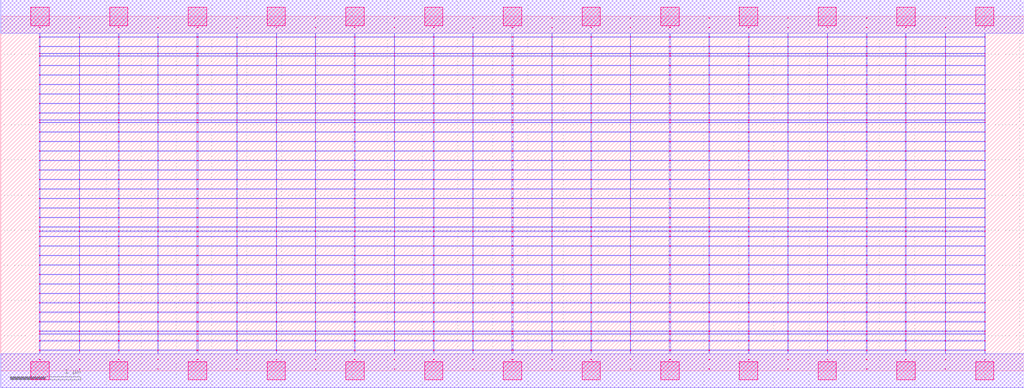
<source format=lef>
MACRO OAAOOAOAI212311_DEBUG
 CLASS CORE ;
 FOREIGN OAAOOAOAI212311_DEBUG 0 0 ;
 SIZE 14.56 BY 5.04 ;
 ORIGIN 0 0 ;
 SYMMETRY X Y R90 ;
 SITE unit ;

 OBS
    LAYER polycont ;
     RECT 7.27100000 2.58300000 7.28900000 2.59100000 ;
     RECT 7.27100000 2.71800000 7.28900000 2.72600000 ;
     RECT 7.27100000 2.85300000 7.28900000 2.86100000 ;
     RECT 7.27100000 2.98800000 7.28900000 2.99600000 ;
     RECT 9.51100000 2.58300000 9.52900000 2.59100000 ;
     RECT 10.07600000 2.58300000 10.08400000 2.59100000 ;
     RECT 10.63100000 2.58300000 10.64900000 2.59100000 ;
     RECT 11.19600000 2.58300000 11.20400000 2.59100000 ;
     RECT 11.75600000 2.58300000 11.76900000 2.59100000 ;
     RECT 12.31600000 2.58300000 12.32400000 2.59100000 ;
     RECT 12.87100000 2.58300000 12.88400000 2.59100000 ;
     RECT 13.43600000 2.58300000 13.44400000 2.59100000 ;
     RECT 13.99600000 2.58300000 14.00900000 2.59100000 ;
     RECT 7.83600000 2.58300000 7.84400000 2.59100000 ;
     RECT 7.83600000 2.71800000 7.84400000 2.72600000 ;
     RECT 8.39100000 2.71800000 8.40900000 2.72600000 ;
     RECT 8.95600000 2.71800000 8.96400000 2.72600000 ;
     RECT 9.51100000 2.71800000 9.52900000 2.72600000 ;
     RECT 10.07600000 2.71800000 10.08400000 2.72600000 ;
     RECT 10.63100000 2.71800000 10.64900000 2.72600000 ;
     RECT 11.19600000 2.71800000 11.20400000 2.72600000 ;
     RECT 11.75600000 2.71800000 11.76900000 2.72600000 ;
     RECT 12.31600000 2.71800000 12.32400000 2.72600000 ;
     RECT 12.87100000 2.71800000 12.88400000 2.72600000 ;
     RECT 13.43600000 2.71800000 13.44400000 2.72600000 ;
     RECT 13.99600000 2.71800000 14.00900000 2.72600000 ;
     RECT 8.39100000 2.58300000 8.40900000 2.59100000 ;
     RECT 7.83600000 2.85300000 7.84400000 2.86100000 ;
     RECT 8.39100000 2.85300000 8.40900000 2.86100000 ;
     RECT 8.95600000 2.85300000 8.96400000 2.86100000 ;
     RECT 9.51100000 2.85300000 9.52900000 2.86100000 ;
     RECT 10.07600000 2.85300000 10.08400000 2.86100000 ;
     RECT 10.63100000 2.85300000 10.64900000 2.86100000 ;
     RECT 11.19600000 2.85300000 11.20400000 2.86100000 ;
     RECT 11.75600000 2.85300000 11.76900000 2.86100000 ;
     RECT 12.31600000 2.85300000 12.32400000 2.86100000 ;
     RECT 12.87100000 2.85300000 12.88400000 2.86100000 ;
     RECT 13.43600000 2.85300000 13.44400000 2.86100000 ;
     RECT 13.99600000 2.85300000 14.00900000 2.86100000 ;
     RECT 8.95600000 2.58300000 8.96400000 2.59100000 ;
     RECT 7.83600000 2.98800000 7.84400000 2.99600000 ;
     RECT 8.39100000 2.98800000 8.40900000 2.99600000 ;
     RECT 8.95600000 2.98800000 8.96400000 2.99600000 ;
     RECT 9.51100000 2.98800000 9.52900000 2.99600000 ;
     RECT 10.07600000 2.98800000 10.08400000 2.99600000 ;
     RECT 10.63100000 2.98800000 10.64900000 2.99600000 ;
     RECT 11.19600000 2.98800000 11.20400000 2.99600000 ;
     RECT 11.75600000 2.98800000 11.76900000 2.99600000 ;
     RECT 12.31600000 2.98800000 12.32400000 2.99600000 ;
     RECT 12.87100000 2.98800000 12.88400000 2.99600000 ;
     RECT 13.43600000 2.98800000 13.44400000 2.99600000 ;
     RECT 13.99600000 2.98800000 14.00900000 2.99600000 ;
     RECT 12.31600000 3.12300000 12.32400000 3.13100000 ;
     RECT 12.31600000 3.25800000 12.32400000 3.26600000 ;
     RECT 12.31600000 3.39300000 12.32400000 3.40100000 ;
     RECT 12.31600000 3.52800000 12.32400000 3.53600000 ;
     RECT 12.31600000 3.56100000 12.32400000 3.56900000 ;
     RECT 12.31600000 3.66300000 12.32400000 3.67100000 ;
     RECT 12.31600000 3.79800000 12.32400000 3.80600000 ;
     RECT 12.31600000 3.93300000 12.32400000 3.94100000 ;
     RECT 12.31600000 4.06800000 12.32400000 4.07600000 ;
     RECT 12.31600000 4.20300000 12.32400000 4.21100000 ;
     RECT 12.31600000 4.33800000 12.32400000 4.34600000 ;
     RECT 12.31600000 4.47300000 12.32400000 4.48100000 ;
     RECT 12.31600000 4.51100000 12.32400000 4.51900000 ;
     RECT 12.31600000 4.60800000 12.32400000 4.61600000 ;
     RECT 12.31600000 4.74300000 12.32400000 4.75100000 ;
     RECT 12.31600000 4.87800000 12.32400000 4.88600000 ;
     RECT 4.47600000 2.71800000 4.48400000 2.72600000 ;
     RECT 5.03100000 2.71800000 5.04400000 2.72600000 ;
     RECT 5.59600000 2.71800000 5.60400000 2.72600000 ;
     RECT 6.15100000 2.71800000 6.16900000 2.72600000 ;
     RECT 6.71600000 2.71800000 6.72400000 2.72600000 ;
     RECT 1.11600000 2.58300000 1.12400000 2.59100000 ;
     RECT 1.67100000 2.58300000 1.68900000 2.59100000 ;
     RECT 0.55100000 2.98800000 0.56400000 2.99600000 ;
     RECT 1.11600000 2.98800000 1.12400000 2.99600000 ;
     RECT 1.67100000 2.98800000 1.68900000 2.99600000 ;
     RECT 2.23600000 2.98800000 2.24400000 2.99600000 ;
     RECT 2.79100000 2.98800000 2.80900000 2.99600000 ;
     RECT 3.35600000 2.98800000 3.36400000 2.99600000 ;
     RECT 3.91600000 2.98800000 3.92900000 2.99600000 ;
     RECT 4.47600000 2.98800000 4.48400000 2.99600000 ;
     RECT 5.03100000 2.98800000 5.04400000 2.99600000 ;
     RECT 5.59600000 2.98800000 5.60400000 2.99600000 ;
     RECT 6.15100000 2.98800000 6.16900000 2.99600000 ;
     RECT 6.71600000 2.98800000 6.72400000 2.99600000 ;
     RECT 2.23600000 2.58300000 2.24400000 2.59100000 ;
     RECT 2.79100000 2.58300000 2.80900000 2.59100000 ;
     RECT 3.35600000 2.58300000 3.36400000 2.59100000 ;
     RECT 3.91600000 2.58300000 3.92900000 2.59100000 ;
     RECT 4.47600000 2.58300000 4.48400000 2.59100000 ;
     RECT 5.03100000 2.58300000 5.04400000 2.59100000 ;
     RECT 5.59600000 2.58300000 5.60400000 2.59100000 ;
     RECT 6.15100000 2.58300000 6.16900000 2.59100000 ;
     RECT 6.71600000 2.58300000 6.72400000 2.59100000 ;
     RECT 0.55100000 2.58300000 0.56400000 2.59100000 ;
     RECT 0.55100000 2.71800000 0.56400000 2.72600000 ;
     RECT 0.55100000 2.85300000 0.56400000 2.86100000 ;
     RECT 1.11600000 2.85300000 1.12400000 2.86100000 ;
     RECT 4.47600000 3.12300000 4.48400000 3.13100000 ;
     RECT 1.67100000 2.85300000 1.68900000 2.86100000 ;
     RECT 4.47600000 3.25800000 4.48400000 3.26600000 ;
     RECT 2.23600000 2.85300000 2.24400000 2.86100000 ;
     RECT 4.47600000 3.39300000 4.48400000 3.40100000 ;
     RECT 2.79100000 2.85300000 2.80900000 2.86100000 ;
     RECT 4.47600000 3.52800000 4.48400000 3.53600000 ;
     RECT 3.35600000 2.85300000 3.36400000 2.86100000 ;
     RECT 4.47600000 3.56100000 4.48400000 3.56900000 ;
     RECT 3.91600000 2.85300000 3.92900000 2.86100000 ;
     RECT 4.47600000 3.66300000 4.48400000 3.67100000 ;
     RECT 4.47600000 2.85300000 4.48400000 2.86100000 ;
     RECT 4.47600000 3.79800000 4.48400000 3.80600000 ;
     RECT 5.03100000 2.85300000 5.04400000 2.86100000 ;
     RECT 4.47600000 3.93300000 4.48400000 3.94100000 ;
     RECT 5.59600000 2.85300000 5.60400000 2.86100000 ;
     RECT 4.47600000 4.06800000 4.48400000 4.07600000 ;
     RECT 6.15100000 2.85300000 6.16900000 2.86100000 ;
     RECT 4.47600000 4.20300000 4.48400000 4.21100000 ;
     RECT 6.71600000 2.85300000 6.72400000 2.86100000 ;
     RECT 4.47600000 4.33800000 4.48400000 4.34600000 ;
     RECT 1.11600000 2.71800000 1.12400000 2.72600000 ;
     RECT 4.47600000 4.47300000 4.48400000 4.48100000 ;
     RECT 1.67100000 2.71800000 1.68900000 2.72600000 ;
     RECT 4.47600000 4.51100000 4.48400000 4.51900000 ;
     RECT 2.23600000 2.71800000 2.24400000 2.72600000 ;
     RECT 4.47600000 4.60800000 4.48400000 4.61600000 ;
     RECT 2.79100000 2.71800000 2.80900000 2.72600000 ;
     RECT 4.47600000 4.74300000 4.48400000 4.75100000 ;
     RECT 3.35600000 2.71800000 3.36400000 2.72600000 ;
     RECT 4.47600000 4.87800000 4.48400000 4.88600000 ;
     RECT 3.91600000 2.71800000 3.92900000 2.72600000 ;
     RECT 6.71600000 1.63800000 6.72400000 1.64600000 ;
     RECT 6.71600000 1.77300000 6.72400000 1.78100000 ;
     RECT 6.71600000 1.90800000 6.72400000 1.91600000 ;
     RECT 6.71600000 1.98100000 6.72400000 1.98900000 ;
     RECT 6.71600000 2.04300000 6.72400000 2.05100000 ;
     RECT 6.71600000 2.17800000 6.72400000 2.18600000 ;
     RECT 6.71600000 2.31300000 6.72400000 2.32100000 ;
     RECT 6.71600000 2.44800000 6.72400000 2.45600000 ;
     RECT 6.71600000 0.15300000 6.72400000 0.16100000 ;
     RECT 6.71600000 0.28800000 6.72400000 0.29600000 ;
     RECT 6.71600000 0.42300000 6.72400000 0.43100000 ;
     RECT 6.71600000 0.52100000 6.72400000 0.52900000 ;
     RECT 6.71600000 0.55800000 6.72400000 0.56600000 ;
     RECT 6.71600000 0.69300000 6.72400000 0.70100000 ;
     RECT 6.71600000 0.82800000 6.72400000 0.83600000 ;
     RECT 6.71600000 0.96300000 6.72400000 0.97100000 ;
     RECT 6.71600000 1.09800000 6.72400000 1.10600000 ;
     RECT 6.71600000 1.23300000 6.72400000 1.24100000 ;
     RECT 6.71600000 1.36800000 6.72400000 1.37600000 ;
     RECT 6.71600000 1.50300000 6.72400000 1.51100000 ;
     RECT 11.19600000 0.15300000 11.20400000 0.16100000 ;
     RECT 11.19600000 2.04300000 11.20400000 2.05100000 ;
     RECT 11.19600000 1.09800000 11.20400000 1.10600000 ;
     RECT 11.19600000 2.17800000 11.20400000 2.18600000 ;
     RECT 11.19600000 0.55800000 11.20400000 0.56600000 ;
     RECT 11.19600000 2.31300000 11.20400000 2.32100000 ;
     RECT 11.19600000 1.23300000 11.20400000 1.24100000 ;
     RECT 11.19600000 2.44800000 11.20400000 2.45600000 ;
     RECT 11.19600000 0.42300000 11.20400000 0.43100000 ;
     RECT 11.19600000 1.36800000 11.20400000 1.37600000 ;
     RECT 11.19600000 0.69300000 11.20400000 0.70100000 ;
     RECT 11.19600000 1.50300000 11.20400000 1.51100000 ;
     RECT 11.19600000 0.28800000 11.20400000 0.29600000 ;
     RECT 11.19600000 1.63800000 11.20400000 1.64600000 ;
     RECT 11.19600000 0.82800000 11.20400000 0.83600000 ;
     RECT 11.19600000 1.77300000 11.20400000 1.78100000 ;
     RECT 11.19600000 0.52100000 11.20400000 0.52900000 ;
     RECT 11.19600000 1.90800000 11.20400000 1.91600000 ;
     RECT 11.19600000 0.96300000 11.20400000 0.97100000 ;
     RECT 11.19600000 1.98100000 11.20400000 1.98900000 ;

    LAYER pdiffc ;
     RECT 0.55100000 3.39300000 0.55900000 3.40100000 ;
     RECT 3.92100000 3.39300000 3.92900000 3.40100000 ;
     RECT 5.03100000 3.39300000 5.03900000 3.40100000 ;
     RECT 11.76100000 3.39300000 11.76900000 3.40100000 ;
     RECT 12.87100000 3.39300000 12.87900000 3.40100000 ;
     RECT 14.00100000 3.39300000 14.00900000 3.40100000 ;
     RECT 0.55100000 3.52800000 0.55900000 3.53600000 ;
     RECT 3.92100000 3.52800000 3.92900000 3.53600000 ;
     RECT 5.03100000 3.52800000 5.03900000 3.53600000 ;
     RECT 11.76100000 3.52800000 11.76900000 3.53600000 ;
     RECT 12.87100000 3.52800000 12.87900000 3.53600000 ;
     RECT 14.00100000 3.52800000 14.00900000 3.53600000 ;
     RECT 0.55100000 3.56100000 0.55900000 3.56900000 ;
     RECT 3.92100000 3.56100000 3.92900000 3.56900000 ;
     RECT 5.03100000 3.56100000 5.03900000 3.56900000 ;
     RECT 11.76100000 3.56100000 11.76900000 3.56900000 ;
     RECT 12.87100000 3.56100000 12.87900000 3.56900000 ;
     RECT 14.00100000 3.56100000 14.00900000 3.56900000 ;
     RECT 0.55100000 3.66300000 0.55900000 3.67100000 ;
     RECT 3.92100000 3.66300000 3.92900000 3.67100000 ;
     RECT 5.03100000 3.66300000 5.03900000 3.67100000 ;
     RECT 11.76100000 3.66300000 11.76900000 3.67100000 ;
     RECT 12.87100000 3.66300000 12.87900000 3.67100000 ;
     RECT 14.00100000 3.66300000 14.00900000 3.67100000 ;
     RECT 0.55100000 3.79800000 0.55900000 3.80600000 ;
     RECT 3.92100000 3.79800000 3.92900000 3.80600000 ;
     RECT 5.03100000 3.79800000 5.03900000 3.80600000 ;
     RECT 11.76100000 3.79800000 11.76900000 3.80600000 ;
     RECT 12.87100000 3.79800000 12.87900000 3.80600000 ;
     RECT 14.00100000 3.79800000 14.00900000 3.80600000 ;
     RECT 0.55100000 3.93300000 0.55900000 3.94100000 ;
     RECT 3.92100000 3.93300000 3.92900000 3.94100000 ;
     RECT 5.03100000 3.93300000 5.03900000 3.94100000 ;
     RECT 11.76100000 3.93300000 11.76900000 3.94100000 ;
     RECT 12.87100000 3.93300000 12.87900000 3.94100000 ;
     RECT 14.00100000 3.93300000 14.00900000 3.94100000 ;
     RECT 0.55100000 4.06800000 0.55900000 4.07600000 ;
     RECT 3.92100000 4.06800000 3.92900000 4.07600000 ;
     RECT 5.03100000 4.06800000 5.03900000 4.07600000 ;
     RECT 11.76100000 4.06800000 11.76900000 4.07600000 ;
     RECT 12.87100000 4.06800000 12.87900000 4.07600000 ;
     RECT 14.00100000 4.06800000 14.00900000 4.07600000 ;
     RECT 0.55100000 4.20300000 0.55900000 4.21100000 ;
     RECT 3.92100000 4.20300000 3.92900000 4.21100000 ;
     RECT 5.03100000 4.20300000 5.03900000 4.21100000 ;
     RECT 11.76100000 4.20300000 11.76900000 4.21100000 ;
     RECT 12.87100000 4.20300000 12.87900000 4.21100000 ;
     RECT 14.00100000 4.20300000 14.00900000 4.21100000 ;
     RECT 0.55100000 4.33800000 0.55900000 4.34600000 ;
     RECT 3.92100000 4.33800000 3.92900000 4.34600000 ;
     RECT 5.03100000 4.33800000 5.03900000 4.34600000 ;
     RECT 11.76100000 4.33800000 11.76900000 4.34600000 ;
     RECT 12.87100000 4.33800000 12.87900000 4.34600000 ;
     RECT 14.00100000 4.33800000 14.00900000 4.34600000 ;
     RECT 0.55100000 4.47300000 0.55900000 4.48100000 ;
     RECT 3.92100000 4.47300000 3.92900000 4.48100000 ;
     RECT 5.03100000 4.47300000 5.03900000 4.48100000 ;
     RECT 11.76100000 4.47300000 11.76900000 4.48100000 ;
     RECT 12.87100000 4.47300000 12.87900000 4.48100000 ;
     RECT 14.00100000 4.47300000 14.00900000 4.48100000 ;
     RECT 0.55100000 4.51100000 0.55900000 4.51900000 ;
     RECT 3.92100000 4.51100000 3.92900000 4.51900000 ;
     RECT 5.03100000 4.51100000 5.03900000 4.51900000 ;
     RECT 11.76100000 4.51100000 11.76900000 4.51900000 ;
     RECT 12.87100000 4.51100000 12.87900000 4.51900000 ;
     RECT 14.00100000 4.51100000 14.00900000 4.51900000 ;
     RECT 0.55100000 4.60800000 0.55900000 4.61600000 ;
     RECT 3.92100000 4.60800000 3.92900000 4.61600000 ;
     RECT 5.03100000 4.60800000 5.03900000 4.61600000 ;
     RECT 11.76100000 4.60800000 11.76900000 4.61600000 ;
     RECT 12.87100000 4.60800000 12.87900000 4.61600000 ;
     RECT 14.00100000 4.60800000 14.00900000 4.61600000 ;

    LAYER ndiffc ;
     RECT 7.27100000 0.42300000 7.28900000 0.43100000 ;
     RECT 7.27100000 0.52100000 7.28900000 0.52900000 ;
     RECT 7.27100000 0.55800000 7.28900000 0.56600000 ;
     RECT 7.27100000 0.69300000 7.28900000 0.70100000 ;
     RECT 7.27100000 0.82800000 7.28900000 0.83600000 ;
     RECT 7.27100000 0.96300000 7.28900000 0.97100000 ;
     RECT 7.27100000 1.09800000 7.28900000 1.10600000 ;
     RECT 7.27100000 1.23300000 7.28900000 1.24100000 ;
     RECT 7.27100000 1.36800000 7.28900000 1.37600000 ;
     RECT 7.27100000 1.50300000 7.28900000 1.51100000 ;
     RECT 7.27100000 1.63800000 7.28900000 1.64600000 ;
     RECT 7.27100000 1.77300000 7.28900000 1.78100000 ;
     RECT 7.27100000 1.90800000 7.28900000 1.91600000 ;
     RECT 7.27100000 1.98100000 7.28900000 1.98900000 ;
     RECT 7.27100000 2.04300000 7.28900000 2.05100000 ;
     RECT 8.39100000 0.55800000 8.40900000 0.56600000 ;
     RECT 9.51100000 0.55800000 9.52900000 0.56600000 ;
     RECT 10.63100000 0.55800000 10.64900000 0.56600000 ;
     RECT 11.75600000 0.55800000 11.76900000 0.56600000 ;
     RECT 12.87100000 0.55800000 12.88400000 0.56600000 ;
     RECT 13.99600000 0.55800000 14.00900000 0.56600000 ;
     RECT 10.63100000 0.42300000 10.64900000 0.43100000 ;
     RECT 8.39100000 0.69300000 8.40900000 0.70100000 ;
     RECT 9.51100000 0.69300000 9.52900000 0.70100000 ;
     RECT 10.63100000 0.69300000 10.64900000 0.70100000 ;
     RECT 11.75600000 0.69300000 11.76900000 0.70100000 ;
     RECT 12.87100000 0.69300000 12.88400000 0.70100000 ;
     RECT 13.99600000 0.69300000 14.00900000 0.70100000 ;
     RECT 11.75600000 0.42300000 11.76900000 0.43100000 ;
     RECT 8.39100000 0.82800000 8.40900000 0.83600000 ;
     RECT 9.51100000 0.82800000 9.52900000 0.83600000 ;
     RECT 10.63100000 0.82800000 10.64900000 0.83600000 ;
     RECT 11.75600000 0.82800000 11.76900000 0.83600000 ;
     RECT 12.87100000 0.82800000 12.88400000 0.83600000 ;
     RECT 13.99600000 0.82800000 14.00900000 0.83600000 ;
     RECT 12.87100000 0.42300000 12.88400000 0.43100000 ;
     RECT 8.39100000 0.96300000 8.40900000 0.97100000 ;
     RECT 9.51100000 0.96300000 9.52900000 0.97100000 ;
     RECT 10.63100000 0.96300000 10.64900000 0.97100000 ;
     RECT 11.75600000 0.96300000 11.76900000 0.97100000 ;
     RECT 12.87100000 0.96300000 12.88400000 0.97100000 ;
     RECT 13.99600000 0.96300000 14.00900000 0.97100000 ;
     RECT 13.99600000 0.42300000 14.00900000 0.43100000 ;
     RECT 8.39100000 1.09800000 8.40900000 1.10600000 ;
     RECT 9.51100000 1.09800000 9.52900000 1.10600000 ;
     RECT 10.63100000 1.09800000 10.64900000 1.10600000 ;
     RECT 11.75600000 1.09800000 11.76900000 1.10600000 ;
     RECT 12.87100000 1.09800000 12.88400000 1.10600000 ;
     RECT 13.99600000 1.09800000 14.00900000 1.10600000 ;
     RECT 8.39100000 0.42300000 8.40900000 0.43100000 ;
     RECT 8.39100000 1.23300000 8.40900000 1.24100000 ;
     RECT 9.51100000 1.23300000 9.52900000 1.24100000 ;
     RECT 10.63100000 1.23300000 10.64900000 1.24100000 ;
     RECT 11.75600000 1.23300000 11.76900000 1.24100000 ;
     RECT 12.87100000 1.23300000 12.88400000 1.24100000 ;
     RECT 13.99600000 1.23300000 14.00900000 1.24100000 ;
     RECT 8.39100000 0.52100000 8.40900000 0.52900000 ;
     RECT 8.39100000 1.36800000 8.40900000 1.37600000 ;
     RECT 9.51100000 1.36800000 9.52900000 1.37600000 ;
     RECT 10.63100000 1.36800000 10.64900000 1.37600000 ;
     RECT 11.75600000 1.36800000 11.76900000 1.37600000 ;
     RECT 12.87100000 1.36800000 12.88400000 1.37600000 ;
     RECT 13.99600000 1.36800000 14.00900000 1.37600000 ;
     RECT 9.51100000 0.52100000 9.52900000 0.52900000 ;
     RECT 8.39100000 1.50300000 8.40900000 1.51100000 ;
     RECT 9.51100000 1.50300000 9.52900000 1.51100000 ;
     RECT 10.63100000 1.50300000 10.64900000 1.51100000 ;
     RECT 11.75600000 1.50300000 11.76900000 1.51100000 ;
     RECT 12.87100000 1.50300000 12.88400000 1.51100000 ;
     RECT 13.99600000 1.50300000 14.00900000 1.51100000 ;
     RECT 10.63100000 0.52100000 10.64900000 0.52900000 ;
     RECT 8.39100000 1.63800000 8.40900000 1.64600000 ;
     RECT 9.51100000 1.63800000 9.52900000 1.64600000 ;
     RECT 10.63100000 1.63800000 10.64900000 1.64600000 ;
     RECT 11.75600000 1.63800000 11.76900000 1.64600000 ;
     RECT 12.87100000 1.63800000 12.88400000 1.64600000 ;
     RECT 13.99600000 1.63800000 14.00900000 1.64600000 ;
     RECT 11.75600000 0.52100000 11.76900000 0.52900000 ;
     RECT 8.39100000 1.77300000 8.40900000 1.78100000 ;
     RECT 9.51100000 1.77300000 9.52900000 1.78100000 ;
     RECT 10.63100000 1.77300000 10.64900000 1.78100000 ;
     RECT 11.75600000 1.77300000 11.76900000 1.78100000 ;
     RECT 12.87100000 1.77300000 12.88400000 1.78100000 ;
     RECT 13.99600000 1.77300000 14.00900000 1.78100000 ;
     RECT 12.87100000 0.52100000 12.88400000 0.52900000 ;
     RECT 8.39100000 1.90800000 8.40900000 1.91600000 ;
     RECT 9.51100000 1.90800000 9.52900000 1.91600000 ;
     RECT 10.63100000 1.90800000 10.64900000 1.91600000 ;
     RECT 11.75600000 1.90800000 11.76900000 1.91600000 ;
     RECT 12.87100000 1.90800000 12.88400000 1.91600000 ;
     RECT 13.99600000 1.90800000 14.00900000 1.91600000 ;
     RECT 13.99600000 0.52100000 14.00900000 0.52900000 ;
     RECT 8.39100000 1.98100000 8.40900000 1.98900000 ;
     RECT 9.51100000 1.98100000 9.52900000 1.98900000 ;
     RECT 10.63100000 1.98100000 10.64900000 1.98900000 ;
     RECT 11.75600000 1.98100000 11.76900000 1.98900000 ;
     RECT 12.87100000 1.98100000 12.88400000 1.98900000 ;
     RECT 13.99600000 1.98100000 14.00900000 1.98900000 ;
     RECT 9.51100000 0.42300000 9.52900000 0.43100000 ;
     RECT 8.39100000 2.04300000 8.40900000 2.05100000 ;
     RECT 9.51100000 2.04300000 9.52900000 2.05100000 ;
     RECT 10.63100000 2.04300000 10.64900000 2.05100000 ;
     RECT 11.75600000 2.04300000 11.76900000 2.05100000 ;
     RECT 12.87100000 2.04300000 12.88400000 2.05100000 ;
     RECT 13.99600000 2.04300000 14.00900000 2.05100000 ;
     RECT 1.67100000 1.36800000 1.68900000 1.37600000 ;
     RECT 2.79100000 1.36800000 2.80900000 1.37600000 ;
     RECT 3.91600000 1.36800000 3.92900000 1.37600000 ;
     RECT 5.03100000 1.36800000 5.04400000 1.37600000 ;
     RECT 6.15100000 1.36800000 6.16900000 1.37600000 ;
     RECT 5.03100000 0.82800000 5.04400000 0.83600000 ;
     RECT 6.15100000 0.82800000 6.16900000 0.83600000 ;
     RECT 2.79100000 0.55800000 2.80900000 0.56600000 ;
     RECT 3.91600000 0.55800000 3.92900000 0.56600000 ;
     RECT 5.03100000 0.55800000 5.04400000 0.56600000 ;
     RECT 6.15100000 0.55800000 6.16900000 0.56600000 ;
     RECT 1.67100000 0.52100000 1.68900000 0.52900000 ;
     RECT 0.55100000 1.50300000 0.56400000 1.51100000 ;
     RECT 1.67100000 1.50300000 1.68900000 1.51100000 ;
     RECT 2.79100000 1.50300000 2.80900000 1.51100000 ;
     RECT 3.91600000 1.50300000 3.92900000 1.51100000 ;
     RECT 5.03100000 1.50300000 5.04400000 1.51100000 ;
     RECT 6.15100000 1.50300000 6.16900000 1.51100000 ;
     RECT 2.79100000 0.52100000 2.80900000 0.52900000 ;
     RECT 3.91600000 0.52100000 3.92900000 0.52900000 ;
     RECT 0.55100000 0.96300000 0.56400000 0.97100000 ;
     RECT 1.67100000 0.96300000 1.68900000 0.97100000 ;
     RECT 2.79100000 0.96300000 2.80900000 0.97100000 ;
     RECT 3.91600000 0.96300000 3.92900000 0.97100000 ;
     RECT 5.03100000 0.96300000 5.04400000 0.97100000 ;
     RECT 0.55100000 1.63800000 0.56400000 1.64600000 ;
     RECT 1.67100000 1.63800000 1.68900000 1.64600000 ;
     RECT 2.79100000 1.63800000 2.80900000 1.64600000 ;
     RECT 3.91600000 1.63800000 3.92900000 1.64600000 ;
     RECT 5.03100000 1.63800000 5.04400000 1.64600000 ;
     RECT 6.15100000 1.63800000 6.16900000 1.64600000 ;
     RECT 6.15100000 0.96300000 6.16900000 0.97100000 ;
     RECT 5.03100000 0.52100000 5.04400000 0.52900000 ;
     RECT 6.15100000 0.52100000 6.16900000 0.52900000 ;
     RECT 1.67100000 0.42300000 1.68900000 0.43100000 ;
     RECT 2.79100000 0.42300000 2.80900000 0.43100000 ;
     RECT 0.55100000 0.69300000 0.56400000 0.70100000 ;
     RECT 1.67100000 0.69300000 1.68900000 0.70100000 ;
     RECT 0.55100000 1.77300000 0.56400000 1.78100000 ;
     RECT 1.67100000 1.77300000 1.68900000 1.78100000 ;
     RECT 2.79100000 1.77300000 2.80900000 1.78100000 ;
     RECT 3.91600000 1.77300000 3.92900000 1.78100000 ;
     RECT 5.03100000 1.77300000 5.04400000 1.78100000 ;
     RECT 6.15100000 1.77300000 6.16900000 1.78100000 ;
     RECT 2.79100000 0.69300000 2.80900000 0.70100000 ;
     RECT 0.55100000 1.09800000 0.56400000 1.10600000 ;
     RECT 1.67100000 1.09800000 1.68900000 1.10600000 ;
     RECT 2.79100000 1.09800000 2.80900000 1.10600000 ;
     RECT 3.91600000 1.09800000 3.92900000 1.10600000 ;
     RECT 5.03100000 1.09800000 5.04400000 1.10600000 ;
     RECT 6.15100000 1.09800000 6.16900000 1.10600000 ;
     RECT 0.55100000 1.90800000 0.56400000 1.91600000 ;
     RECT 1.67100000 1.90800000 1.68900000 1.91600000 ;
     RECT 2.79100000 1.90800000 2.80900000 1.91600000 ;
     RECT 3.91600000 1.90800000 3.92900000 1.91600000 ;
     RECT 5.03100000 1.90800000 5.04400000 1.91600000 ;
     RECT 6.15100000 1.90800000 6.16900000 1.91600000 ;
     RECT 3.91600000 0.69300000 3.92900000 0.70100000 ;
     RECT 5.03100000 0.69300000 5.04400000 0.70100000 ;
     RECT 6.15100000 0.69300000 6.16900000 0.70100000 ;
     RECT 3.91600000 0.42300000 3.92900000 0.43100000 ;
     RECT 5.03100000 0.42300000 5.04400000 0.43100000 ;
     RECT 6.15100000 0.42300000 6.16900000 0.43100000 ;
     RECT 0.55100000 0.42300000 0.56400000 0.43100000 ;
     RECT 0.55100000 1.98100000 0.56400000 1.98900000 ;
     RECT 1.67100000 1.98100000 1.68900000 1.98900000 ;
     RECT 2.79100000 1.98100000 2.80900000 1.98900000 ;
     RECT 3.91600000 1.98100000 3.92900000 1.98900000 ;
     RECT 5.03100000 1.98100000 5.04400000 1.98900000 ;
     RECT 6.15100000 1.98100000 6.16900000 1.98900000 ;
     RECT 0.55100000 1.23300000 0.56400000 1.24100000 ;
     RECT 1.67100000 1.23300000 1.68900000 1.24100000 ;
     RECT 2.79100000 1.23300000 2.80900000 1.24100000 ;
     RECT 3.91600000 1.23300000 3.92900000 1.24100000 ;
     RECT 5.03100000 1.23300000 5.04400000 1.24100000 ;
     RECT 6.15100000 1.23300000 6.16900000 1.24100000 ;
     RECT 0.55100000 0.52100000 0.56400000 0.52900000 ;
     RECT 0.55100000 2.04300000 0.56400000 2.05100000 ;
     RECT 1.67100000 2.04300000 1.68900000 2.05100000 ;
     RECT 2.79100000 2.04300000 2.80900000 2.05100000 ;
     RECT 3.91600000 2.04300000 3.92900000 2.05100000 ;
     RECT 5.03100000 2.04300000 5.04400000 2.05100000 ;
     RECT 6.15100000 2.04300000 6.16900000 2.05100000 ;
     RECT 0.55100000 0.55800000 0.56400000 0.56600000 ;
     RECT 1.67100000 0.55800000 1.68900000 0.56600000 ;
     RECT 0.55100000 0.82800000 0.56400000 0.83600000 ;
     RECT 1.67100000 0.82800000 1.68900000 0.83600000 ;
     RECT 2.79100000 0.82800000 2.80900000 0.83600000 ;
     RECT 3.91600000 0.82800000 3.92900000 0.83600000 ;
     RECT 0.55100000 1.36800000 0.56400000 1.37600000 ;

    LAYER met1 ;
     RECT 0.00000000 -0.24000000 14.56000000 0.24000000 ;
     RECT 7.27100000 0.24000000 7.28900000 0.28800000 ;
     RECT 0.55100000 0.28800000 14.00900000 0.29600000 ;
     RECT 7.27100000 0.29600000 7.28900000 0.42300000 ;
     RECT 0.55100000 0.42300000 14.00900000 0.43100000 ;
     RECT 7.27100000 0.43100000 7.28900000 0.52100000 ;
     RECT 0.55100000 0.52100000 14.00900000 0.52900000 ;
     RECT 7.27100000 0.52900000 7.28900000 0.55800000 ;
     RECT 0.55100000 0.55800000 14.00900000 0.56600000 ;
     RECT 7.27100000 0.56600000 7.28900000 0.69300000 ;
     RECT 0.55100000 0.69300000 14.00900000 0.70100000 ;
     RECT 7.27100000 0.70100000 7.28900000 0.82800000 ;
     RECT 0.55100000 0.82800000 14.00900000 0.83600000 ;
     RECT 7.27100000 0.83600000 7.28900000 0.96300000 ;
     RECT 0.55100000 0.96300000 14.00900000 0.97100000 ;
     RECT 7.27100000 0.97100000 7.28900000 1.09800000 ;
     RECT 0.55100000 1.09800000 14.00900000 1.10600000 ;
     RECT 7.27100000 1.10600000 7.28900000 1.23300000 ;
     RECT 0.55100000 1.23300000 14.00900000 1.24100000 ;
     RECT 7.27100000 1.24100000 7.28900000 1.36800000 ;
     RECT 0.55100000 1.36800000 14.00900000 1.37600000 ;
     RECT 7.27100000 1.37600000 7.28900000 1.50300000 ;
     RECT 0.55100000 1.50300000 14.00900000 1.51100000 ;
     RECT 7.27100000 1.51100000 7.28900000 1.63800000 ;
     RECT 0.55100000 1.63800000 14.00900000 1.64600000 ;
     RECT 7.27100000 1.64600000 7.28900000 1.77300000 ;
     RECT 0.55100000 1.77300000 14.00900000 1.78100000 ;
     RECT 7.27100000 1.78100000 7.28900000 1.90800000 ;
     RECT 0.55100000 1.90800000 14.00900000 1.91600000 ;
     RECT 7.27100000 1.91600000 7.28900000 1.98100000 ;
     RECT 0.55100000 1.98100000 14.00900000 1.98900000 ;
     RECT 7.27100000 1.98900000 7.28900000 2.04300000 ;
     RECT 0.55100000 2.04300000 14.00900000 2.05100000 ;
     RECT 7.27100000 2.05100000 7.28900000 2.17800000 ;
     RECT 0.55100000 2.17800000 14.00900000 2.18600000 ;
     RECT 7.27100000 2.18600000 7.28900000 2.31300000 ;
     RECT 0.55100000 2.31300000 14.00900000 2.32100000 ;
     RECT 7.27100000 2.32100000 7.28900000 2.44800000 ;
     RECT 0.55100000 2.44800000 14.00900000 2.45600000 ;
     RECT 0.55100000 2.45600000 0.56400000 2.58300000 ;
     RECT 1.11600000 2.45600000 1.12400000 2.58300000 ;
     RECT 1.67100000 2.45600000 1.68900000 2.58300000 ;
     RECT 2.23600000 2.45600000 2.24400000 2.58300000 ;
     RECT 2.79100000 2.45600000 2.80900000 2.58300000 ;
     RECT 3.35600000 2.45600000 3.36400000 2.58300000 ;
     RECT 3.91600000 2.45600000 3.92900000 2.58300000 ;
     RECT 4.47600000 2.45600000 4.48400000 2.58300000 ;
     RECT 5.03100000 2.45600000 5.04400000 2.58300000 ;
     RECT 5.59600000 2.45600000 5.60400000 2.58300000 ;
     RECT 6.15100000 2.45600000 6.16900000 2.58300000 ;
     RECT 6.71600000 2.45600000 6.72400000 2.58300000 ;
     RECT 7.27100000 2.45600000 7.28900000 2.58300000 ;
     RECT 7.83600000 2.45600000 7.84400000 2.58300000 ;
     RECT 8.39100000 2.45600000 8.40900000 2.58300000 ;
     RECT 8.95600000 2.45600000 8.96400000 2.58300000 ;
     RECT 9.51100000 2.45600000 9.52900000 2.58300000 ;
     RECT 10.07600000 2.45600000 10.08400000 2.58300000 ;
     RECT 10.63100000 2.45600000 10.64900000 2.58300000 ;
     RECT 11.19600000 2.45600000 11.20400000 2.58300000 ;
     RECT 11.75600000 2.45600000 11.76900000 2.58300000 ;
     RECT 12.31600000 2.45600000 12.32400000 2.58300000 ;
     RECT 12.87100000 2.45600000 12.88400000 2.58300000 ;
     RECT 13.43600000 2.45600000 13.44400000 2.58300000 ;
     RECT 13.99600000 2.45600000 14.00900000 2.58300000 ;
     RECT 0.55100000 2.58300000 14.00900000 2.59100000 ;
     RECT 7.27100000 2.59100000 7.28900000 2.71800000 ;
     RECT 0.55100000 2.71800000 14.00900000 2.72600000 ;
     RECT 7.27100000 2.72600000 7.28900000 2.85300000 ;
     RECT 0.55100000 2.85300000 14.00900000 2.86100000 ;
     RECT 7.27100000 2.86100000 7.28900000 2.98800000 ;
     RECT 0.55100000 2.98800000 14.00900000 2.99600000 ;
     RECT 7.27100000 2.99600000 7.28900000 3.12300000 ;
     RECT 0.55100000 3.12300000 14.00900000 3.13100000 ;
     RECT 7.27100000 3.13100000 7.28900000 3.25800000 ;
     RECT 0.55100000 3.25800000 14.00900000 3.26600000 ;
     RECT 7.27100000 3.26600000 7.28900000 3.39300000 ;
     RECT 0.55100000 3.39300000 14.00900000 3.40100000 ;
     RECT 7.27100000 3.40100000 7.28900000 3.52800000 ;
     RECT 0.55100000 3.52800000 14.00900000 3.53600000 ;
     RECT 7.27100000 3.53600000 7.28900000 3.56100000 ;
     RECT 0.55100000 3.56100000 14.00900000 3.56900000 ;
     RECT 7.27100000 3.56900000 7.28900000 3.66300000 ;
     RECT 0.55100000 3.66300000 14.00900000 3.67100000 ;
     RECT 7.27100000 3.67100000 7.28900000 3.79800000 ;
     RECT 0.55100000 3.79800000 14.00900000 3.80600000 ;
     RECT 7.27100000 3.80600000 7.28900000 3.93300000 ;
     RECT 0.55100000 3.93300000 14.00900000 3.94100000 ;
     RECT 7.27100000 3.94100000 7.28900000 4.06800000 ;
     RECT 0.55100000 4.06800000 14.00900000 4.07600000 ;
     RECT 7.27100000 4.07600000 7.28900000 4.20300000 ;
     RECT 0.55100000 4.20300000 14.00900000 4.21100000 ;
     RECT 7.27100000 4.21100000 7.28900000 4.33800000 ;
     RECT 0.55100000 4.33800000 14.00900000 4.34600000 ;
     RECT 7.27100000 4.34600000 7.28900000 4.47300000 ;
     RECT 0.55100000 4.47300000 14.00900000 4.48100000 ;
     RECT 7.27100000 4.48100000 7.28900000 4.51100000 ;
     RECT 0.55100000 4.51100000 14.00900000 4.51900000 ;
     RECT 7.27100000 4.51900000 7.28900000 4.60800000 ;
     RECT 0.55100000 4.60800000 14.00900000 4.61600000 ;
     RECT 7.27100000 4.61600000 7.28900000 4.74300000 ;
     RECT 0.55100000 4.74300000 14.00900000 4.75100000 ;
     RECT 7.27100000 4.75100000 7.28900000 4.80000000 ;
     RECT 0.00000000 4.80000000 14.56000000 5.28000000 ;
     RECT 7.83600000 3.80600000 7.84400000 3.93300000 ;
     RECT 8.39100000 3.80600000 8.40900000 3.93300000 ;
     RECT 8.95600000 3.80600000 8.96400000 3.93300000 ;
     RECT 9.51100000 3.80600000 9.52900000 3.93300000 ;
     RECT 10.07600000 3.80600000 10.08400000 3.93300000 ;
     RECT 10.63100000 3.80600000 10.64900000 3.93300000 ;
     RECT 11.19600000 3.80600000 11.20400000 3.93300000 ;
     RECT 11.75600000 3.80600000 11.76900000 3.93300000 ;
     RECT 12.31600000 3.80600000 12.32400000 3.93300000 ;
     RECT 12.87100000 3.80600000 12.88400000 3.93300000 ;
     RECT 13.43600000 3.80600000 13.44400000 3.93300000 ;
     RECT 13.99600000 3.80600000 14.00900000 3.93300000 ;
     RECT 11.19600000 3.94100000 11.20400000 4.06800000 ;
     RECT 11.75600000 3.94100000 11.76900000 4.06800000 ;
     RECT 12.31600000 3.94100000 12.32400000 4.06800000 ;
     RECT 12.87100000 3.94100000 12.88400000 4.06800000 ;
     RECT 13.43600000 3.94100000 13.44400000 4.06800000 ;
     RECT 13.99600000 3.94100000 14.00900000 4.06800000 ;
     RECT 11.19600000 4.07600000 11.20400000 4.20300000 ;
     RECT 11.75600000 4.07600000 11.76900000 4.20300000 ;
     RECT 12.31600000 4.07600000 12.32400000 4.20300000 ;
     RECT 12.87100000 4.07600000 12.88400000 4.20300000 ;
     RECT 13.43600000 4.07600000 13.44400000 4.20300000 ;
     RECT 13.99600000 4.07600000 14.00900000 4.20300000 ;
     RECT 11.19600000 4.21100000 11.20400000 4.33800000 ;
     RECT 11.75600000 4.21100000 11.76900000 4.33800000 ;
     RECT 12.31600000 4.21100000 12.32400000 4.33800000 ;
     RECT 12.87100000 4.21100000 12.88400000 4.33800000 ;
     RECT 13.43600000 4.21100000 13.44400000 4.33800000 ;
     RECT 13.99600000 4.21100000 14.00900000 4.33800000 ;
     RECT 11.19600000 4.34600000 11.20400000 4.47300000 ;
     RECT 11.75600000 4.34600000 11.76900000 4.47300000 ;
     RECT 12.31600000 4.34600000 12.32400000 4.47300000 ;
     RECT 12.87100000 4.34600000 12.88400000 4.47300000 ;
     RECT 13.43600000 4.34600000 13.44400000 4.47300000 ;
     RECT 13.99600000 4.34600000 14.00900000 4.47300000 ;
     RECT 11.19600000 4.48100000 11.20400000 4.51100000 ;
     RECT 11.75600000 4.48100000 11.76900000 4.51100000 ;
     RECT 12.31600000 4.48100000 12.32400000 4.51100000 ;
     RECT 12.87100000 4.48100000 12.88400000 4.51100000 ;
     RECT 13.43600000 4.48100000 13.44400000 4.51100000 ;
     RECT 13.99600000 4.48100000 14.00900000 4.51100000 ;
     RECT 11.19600000 4.51900000 11.20400000 4.60800000 ;
     RECT 11.75600000 4.51900000 11.76900000 4.60800000 ;
     RECT 12.31600000 4.51900000 12.32400000 4.60800000 ;
     RECT 12.87100000 4.51900000 12.88400000 4.60800000 ;
     RECT 13.43600000 4.51900000 13.44400000 4.60800000 ;
     RECT 13.99600000 4.51900000 14.00900000 4.60800000 ;
     RECT 11.19600000 4.61600000 11.20400000 4.74300000 ;
     RECT 11.75600000 4.61600000 11.76900000 4.74300000 ;
     RECT 12.31600000 4.61600000 12.32400000 4.74300000 ;
     RECT 12.87100000 4.61600000 12.88400000 4.74300000 ;
     RECT 13.43600000 4.61600000 13.44400000 4.74300000 ;
     RECT 13.99600000 4.61600000 14.00900000 4.74300000 ;
     RECT 11.19600000 4.75100000 11.20400000 4.80000000 ;
     RECT 11.75600000 4.75100000 11.76900000 4.80000000 ;
     RECT 12.31600000 4.75100000 12.32400000 4.80000000 ;
     RECT 12.87100000 4.75100000 12.88400000 4.80000000 ;
     RECT 13.43600000 4.75100000 13.44400000 4.80000000 ;
     RECT 13.99600000 4.75100000 14.00900000 4.80000000 ;
     RECT 7.83600000 4.48100000 7.84400000 4.51100000 ;
     RECT 8.39100000 4.48100000 8.40900000 4.51100000 ;
     RECT 8.95600000 4.48100000 8.96400000 4.51100000 ;
     RECT 9.51100000 4.48100000 9.52900000 4.51100000 ;
     RECT 10.07600000 4.48100000 10.08400000 4.51100000 ;
     RECT 10.63100000 4.48100000 10.64900000 4.51100000 ;
     RECT 7.83600000 4.21100000 7.84400000 4.33800000 ;
     RECT 8.39100000 4.21100000 8.40900000 4.33800000 ;
     RECT 8.95600000 4.21100000 8.96400000 4.33800000 ;
     RECT 9.51100000 4.21100000 9.52900000 4.33800000 ;
     RECT 10.07600000 4.21100000 10.08400000 4.33800000 ;
     RECT 10.63100000 4.21100000 10.64900000 4.33800000 ;
     RECT 7.83600000 4.51900000 7.84400000 4.60800000 ;
     RECT 8.39100000 4.51900000 8.40900000 4.60800000 ;
     RECT 8.95600000 4.51900000 8.96400000 4.60800000 ;
     RECT 9.51100000 4.51900000 9.52900000 4.60800000 ;
     RECT 10.07600000 4.51900000 10.08400000 4.60800000 ;
     RECT 10.63100000 4.51900000 10.64900000 4.60800000 ;
     RECT 7.83600000 4.07600000 7.84400000 4.20300000 ;
     RECT 8.39100000 4.07600000 8.40900000 4.20300000 ;
     RECT 8.95600000 4.07600000 8.96400000 4.20300000 ;
     RECT 9.51100000 4.07600000 9.52900000 4.20300000 ;
     RECT 10.07600000 4.07600000 10.08400000 4.20300000 ;
     RECT 10.63100000 4.07600000 10.64900000 4.20300000 ;
     RECT 7.83600000 4.61600000 7.84400000 4.74300000 ;
     RECT 8.39100000 4.61600000 8.40900000 4.74300000 ;
     RECT 8.95600000 4.61600000 8.96400000 4.74300000 ;
     RECT 9.51100000 4.61600000 9.52900000 4.74300000 ;
     RECT 10.07600000 4.61600000 10.08400000 4.74300000 ;
     RECT 10.63100000 4.61600000 10.64900000 4.74300000 ;
     RECT 7.83600000 4.34600000 7.84400000 4.47300000 ;
     RECT 8.39100000 4.34600000 8.40900000 4.47300000 ;
     RECT 8.95600000 4.34600000 8.96400000 4.47300000 ;
     RECT 9.51100000 4.34600000 9.52900000 4.47300000 ;
     RECT 10.07600000 4.34600000 10.08400000 4.47300000 ;
     RECT 10.63100000 4.34600000 10.64900000 4.47300000 ;
     RECT 7.83600000 4.75100000 7.84400000 4.80000000 ;
     RECT 8.39100000 4.75100000 8.40900000 4.80000000 ;
     RECT 8.95600000 4.75100000 8.96400000 4.80000000 ;
     RECT 9.51100000 4.75100000 9.52900000 4.80000000 ;
     RECT 10.07600000 4.75100000 10.08400000 4.80000000 ;
     RECT 10.63100000 4.75100000 10.64900000 4.80000000 ;
     RECT 7.83600000 3.94100000 7.84400000 4.06800000 ;
     RECT 8.39100000 3.94100000 8.40900000 4.06800000 ;
     RECT 8.95600000 3.94100000 8.96400000 4.06800000 ;
     RECT 9.51100000 3.94100000 9.52900000 4.06800000 ;
     RECT 10.07600000 3.94100000 10.08400000 4.06800000 ;
     RECT 10.63100000 3.94100000 10.64900000 4.06800000 ;
     RECT 7.83600000 2.99600000 7.84400000 3.12300000 ;
     RECT 8.39100000 2.99600000 8.40900000 3.12300000 ;
     RECT 8.95600000 2.99600000 8.96400000 3.12300000 ;
     RECT 9.51100000 2.99600000 9.52900000 3.12300000 ;
     RECT 10.07600000 2.99600000 10.08400000 3.12300000 ;
     RECT 10.63100000 2.99600000 10.64900000 3.12300000 ;
     RECT 7.83600000 2.86100000 7.84400000 2.98800000 ;
     RECT 8.39100000 2.86100000 8.40900000 2.98800000 ;
     RECT 7.83600000 3.13100000 7.84400000 3.25800000 ;
     RECT 8.39100000 3.13100000 8.40900000 3.25800000 ;
     RECT 8.95600000 3.13100000 8.96400000 3.25800000 ;
     RECT 9.51100000 3.13100000 9.52900000 3.25800000 ;
     RECT 10.07600000 3.13100000 10.08400000 3.25800000 ;
     RECT 10.63100000 3.13100000 10.64900000 3.25800000 ;
     RECT 7.83600000 3.26600000 7.84400000 3.39300000 ;
     RECT 8.39100000 3.26600000 8.40900000 3.39300000 ;
     RECT 8.95600000 3.26600000 8.96400000 3.39300000 ;
     RECT 9.51100000 3.26600000 9.52900000 3.39300000 ;
     RECT 10.07600000 3.26600000 10.08400000 3.39300000 ;
     RECT 10.63100000 3.26600000 10.64900000 3.39300000 ;
     RECT 8.95600000 2.86100000 8.96400000 2.98800000 ;
     RECT 9.51100000 2.86100000 9.52900000 2.98800000 ;
     RECT 7.83600000 3.40100000 7.84400000 3.52800000 ;
     RECT 8.39100000 3.40100000 8.40900000 3.52800000 ;
     RECT 8.95600000 3.40100000 8.96400000 3.52800000 ;
     RECT 9.51100000 3.40100000 9.52900000 3.52800000 ;
     RECT 10.07600000 3.40100000 10.08400000 3.52800000 ;
     RECT 10.63100000 3.40100000 10.64900000 3.52800000 ;
     RECT 7.83600000 2.59100000 7.84400000 2.71800000 ;
     RECT 8.39100000 2.59100000 8.40900000 2.71800000 ;
     RECT 7.83600000 3.53600000 7.84400000 3.56100000 ;
     RECT 8.39100000 3.53600000 8.40900000 3.56100000 ;
     RECT 8.95600000 3.53600000 8.96400000 3.56100000 ;
     RECT 9.51100000 3.53600000 9.52900000 3.56100000 ;
     RECT 10.07600000 2.86100000 10.08400000 2.98800000 ;
     RECT 10.63100000 2.86100000 10.64900000 2.98800000 ;
     RECT 10.07600000 3.53600000 10.08400000 3.56100000 ;
     RECT 10.63100000 3.53600000 10.64900000 3.56100000 ;
     RECT 7.83600000 2.72600000 7.84400000 2.85300000 ;
     RECT 8.39100000 2.72600000 8.40900000 2.85300000 ;
     RECT 7.83600000 3.56900000 7.84400000 3.66300000 ;
     RECT 8.39100000 3.56900000 8.40900000 3.66300000 ;
     RECT 8.95600000 3.56900000 8.96400000 3.66300000 ;
     RECT 9.51100000 3.56900000 9.52900000 3.66300000 ;
     RECT 10.07600000 3.56900000 10.08400000 3.66300000 ;
     RECT 10.63100000 3.56900000 10.64900000 3.66300000 ;
     RECT 8.95600000 2.72600000 8.96400000 2.85300000 ;
     RECT 9.51100000 2.72600000 9.52900000 2.85300000 ;
     RECT 7.83600000 3.67100000 7.84400000 3.79800000 ;
     RECT 8.39100000 3.67100000 8.40900000 3.79800000 ;
     RECT 8.95600000 3.67100000 8.96400000 3.79800000 ;
     RECT 9.51100000 3.67100000 9.52900000 3.79800000 ;
     RECT 8.95600000 2.59100000 8.96400000 2.71800000 ;
     RECT 9.51100000 2.59100000 9.52900000 2.71800000 ;
     RECT 10.07600000 3.67100000 10.08400000 3.79800000 ;
     RECT 10.63100000 3.67100000 10.64900000 3.79800000 ;
     RECT 10.07600000 2.72600000 10.08400000 2.85300000 ;
     RECT 10.63100000 2.72600000 10.64900000 2.85300000 ;
     RECT 10.07600000 2.59100000 10.08400000 2.71800000 ;
     RECT 10.63100000 2.59100000 10.64900000 2.71800000 ;
     RECT 12.31600000 3.13100000 12.32400000 3.25800000 ;
     RECT 12.87100000 3.13100000 12.88400000 3.25800000 ;
     RECT 13.43600000 3.13100000 13.44400000 3.25800000 ;
     RECT 13.99600000 3.13100000 14.00900000 3.25800000 ;
     RECT 11.19600000 2.72600000 11.20400000 2.85300000 ;
     RECT 11.75600000 2.72600000 11.76900000 2.85300000 ;
     RECT 12.31600000 2.59100000 12.32400000 2.71800000 ;
     RECT 12.87100000 2.59100000 12.88400000 2.71800000 ;
     RECT 12.87100000 2.99600000 12.88400000 3.12300000 ;
     RECT 11.19600000 3.53600000 11.20400000 3.56100000 ;
     RECT 11.75600000 3.53600000 11.76900000 3.56100000 ;
     RECT 12.31600000 3.53600000 12.32400000 3.56100000 ;
     RECT 12.87100000 3.53600000 12.88400000 3.56100000 ;
     RECT 13.43600000 3.53600000 13.44400000 3.56100000 ;
     RECT 13.99600000 3.53600000 14.00900000 3.56100000 ;
     RECT 13.43600000 2.99600000 13.44400000 3.12300000 ;
     RECT 13.99600000 2.99600000 14.00900000 3.12300000 ;
     RECT 11.19600000 2.59100000 11.20400000 2.71800000 ;
     RECT 12.31600000 2.72600000 12.32400000 2.85300000 ;
     RECT 12.87100000 2.72600000 12.88400000 2.85300000 ;
     RECT 11.75600000 2.59100000 11.76900000 2.71800000 ;
     RECT 13.99600000 2.86100000 14.00900000 2.98800000 ;
     RECT 11.19600000 3.26600000 11.20400000 3.39300000 ;
     RECT 11.75600000 3.26600000 11.76900000 3.39300000 ;
     RECT 12.31600000 3.26600000 12.32400000 3.39300000 ;
     RECT 11.19600000 3.56900000 11.20400000 3.66300000 ;
     RECT 11.75600000 3.56900000 11.76900000 3.66300000 ;
     RECT 12.31600000 3.56900000 12.32400000 3.66300000 ;
     RECT 12.87100000 3.56900000 12.88400000 3.66300000 ;
     RECT 13.43600000 3.56900000 13.44400000 3.66300000 ;
     RECT 13.99600000 3.56900000 14.00900000 3.66300000 ;
     RECT 12.87100000 3.26600000 12.88400000 3.39300000 ;
     RECT 13.43600000 2.72600000 13.44400000 2.85300000 ;
     RECT 13.99600000 2.72600000 14.00900000 2.85300000 ;
     RECT 13.43600000 3.26600000 13.44400000 3.39300000 ;
     RECT 13.99600000 3.26600000 14.00900000 3.39300000 ;
     RECT 13.43600000 2.59100000 13.44400000 2.71800000 ;
     RECT 13.99600000 2.59100000 14.00900000 2.71800000 ;
     RECT 12.87100000 2.86100000 12.88400000 2.98800000 ;
     RECT 13.43600000 2.86100000 13.44400000 2.98800000 ;
     RECT 11.19600000 2.99600000 11.20400000 3.12300000 ;
     RECT 11.19600000 3.67100000 11.20400000 3.79800000 ;
     RECT 11.75600000 3.67100000 11.76900000 3.79800000 ;
     RECT 12.31600000 3.67100000 12.32400000 3.79800000 ;
     RECT 12.87100000 3.67100000 12.88400000 3.79800000 ;
     RECT 11.19600000 2.86100000 11.20400000 2.98800000 ;
     RECT 11.75600000 2.86100000 11.76900000 2.98800000 ;
     RECT 13.43600000 3.67100000 13.44400000 3.79800000 ;
     RECT 13.99600000 3.67100000 14.00900000 3.79800000 ;
     RECT 11.75600000 2.99600000 11.76900000 3.12300000 ;
     RECT 12.31600000 2.99600000 12.32400000 3.12300000 ;
     RECT 11.19600000 3.13100000 11.20400000 3.25800000 ;
     RECT 11.19600000 3.40100000 11.20400000 3.52800000 ;
     RECT 11.75600000 3.40100000 11.76900000 3.52800000 ;
     RECT 12.31600000 3.40100000 12.32400000 3.52800000 ;
     RECT 12.87100000 3.40100000 12.88400000 3.52800000 ;
     RECT 13.43600000 3.40100000 13.44400000 3.52800000 ;
     RECT 13.99600000 3.40100000 14.00900000 3.52800000 ;
     RECT 11.75600000 3.13100000 11.76900000 3.25800000 ;
     RECT 12.31600000 2.86100000 12.32400000 2.98800000 ;
     RECT 3.91600000 3.80600000 3.92900000 3.93300000 ;
     RECT 4.47600000 3.80600000 4.48400000 3.93300000 ;
     RECT 5.03100000 3.80600000 5.04400000 3.93300000 ;
     RECT 5.59600000 3.80600000 5.60400000 3.93300000 ;
     RECT 6.15100000 3.80600000 6.16900000 3.93300000 ;
     RECT 6.71600000 3.80600000 6.72400000 3.93300000 ;
     RECT 0.55100000 3.80600000 0.56400000 3.93300000 ;
     RECT 1.11600000 3.80600000 1.12400000 3.93300000 ;
     RECT 1.67100000 3.80600000 1.68900000 3.93300000 ;
     RECT 2.23600000 3.80600000 2.24400000 3.93300000 ;
     RECT 2.79100000 3.80600000 2.80900000 3.93300000 ;
     RECT 3.35600000 3.80600000 3.36400000 3.93300000 ;
     RECT 3.91600000 4.07600000 3.92900000 4.20300000 ;
     RECT 4.47600000 4.07600000 4.48400000 4.20300000 ;
     RECT 5.03100000 4.07600000 5.04400000 4.20300000 ;
     RECT 5.59600000 4.07600000 5.60400000 4.20300000 ;
     RECT 6.15100000 4.07600000 6.16900000 4.20300000 ;
     RECT 6.71600000 4.07600000 6.72400000 4.20300000 ;
     RECT 3.91600000 4.21100000 3.92900000 4.33800000 ;
     RECT 4.47600000 4.21100000 4.48400000 4.33800000 ;
     RECT 5.03100000 4.21100000 5.04400000 4.33800000 ;
     RECT 5.59600000 4.21100000 5.60400000 4.33800000 ;
     RECT 6.15100000 4.21100000 6.16900000 4.33800000 ;
     RECT 6.71600000 4.21100000 6.72400000 4.33800000 ;
     RECT 3.91600000 4.34600000 3.92900000 4.47300000 ;
     RECT 4.47600000 4.34600000 4.48400000 4.47300000 ;
     RECT 5.03100000 4.34600000 5.04400000 4.47300000 ;
     RECT 5.59600000 4.34600000 5.60400000 4.47300000 ;
     RECT 6.15100000 4.34600000 6.16900000 4.47300000 ;
     RECT 6.71600000 4.34600000 6.72400000 4.47300000 ;
     RECT 3.91600000 4.48100000 3.92900000 4.51100000 ;
     RECT 4.47600000 4.48100000 4.48400000 4.51100000 ;
     RECT 5.03100000 4.48100000 5.04400000 4.51100000 ;
     RECT 5.59600000 4.48100000 5.60400000 4.51100000 ;
     RECT 6.15100000 4.48100000 6.16900000 4.51100000 ;
     RECT 6.71600000 4.48100000 6.72400000 4.51100000 ;
     RECT 3.91600000 4.51900000 3.92900000 4.60800000 ;
     RECT 4.47600000 4.51900000 4.48400000 4.60800000 ;
     RECT 5.03100000 4.51900000 5.04400000 4.60800000 ;
     RECT 5.59600000 4.51900000 5.60400000 4.60800000 ;
     RECT 6.15100000 4.51900000 6.16900000 4.60800000 ;
     RECT 6.71600000 4.51900000 6.72400000 4.60800000 ;
     RECT 3.91600000 4.61600000 3.92900000 4.74300000 ;
     RECT 4.47600000 4.61600000 4.48400000 4.74300000 ;
     RECT 5.03100000 4.61600000 5.04400000 4.74300000 ;
     RECT 5.59600000 4.61600000 5.60400000 4.74300000 ;
     RECT 6.15100000 4.61600000 6.16900000 4.74300000 ;
     RECT 6.71600000 4.61600000 6.72400000 4.74300000 ;
     RECT 3.91600000 4.75100000 3.92900000 4.80000000 ;
     RECT 4.47600000 4.75100000 4.48400000 4.80000000 ;
     RECT 5.03100000 4.75100000 5.04400000 4.80000000 ;
     RECT 5.59600000 4.75100000 5.60400000 4.80000000 ;
     RECT 6.15100000 4.75100000 6.16900000 4.80000000 ;
     RECT 6.71600000 4.75100000 6.72400000 4.80000000 ;
     RECT 3.91600000 3.94100000 3.92900000 4.06800000 ;
     RECT 4.47600000 3.94100000 4.48400000 4.06800000 ;
     RECT 5.03100000 3.94100000 5.04400000 4.06800000 ;
     RECT 5.59600000 3.94100000 5.60400000 4.06800000 ;
     RECT 6.15100000 3.94100000 6.16900000 4.06800000 ;
     RECT 6.71600000 3.94100000 6.72400000 4.06800000 ;
     RECT 0.55100000 4.21100000 0.56400000 4.33800000 ;
     RECT 1.11600000 4.21100000 1.12400000 4.33800000 ;
     RECT 1.67100000 4.21100000 1.68900000 4.33800000 ;
     RECT 2.23600000 4.21100000 2.24400000 4.33800000 ;
     RECT 2.79100000 4.21100000 2.80900000 4.33800000 ;
     RECT 3.35600000 4.21100000 3.36400000 4.33800000 ;
     RECT 0.55100000 4.51900000 0.56400000 4.60800000 ;
     RECT 1.11600000 4.51900000 1.12400000 4.60800000 ;
     RECT 1.67100000 4.51900000 1.68900000 4.60800000 ;
     RECT 2.23600000 4.51900000 2.24400000 4.60800000 ;
     RECT 2.79100000 4.51900000 2.80900000 4.60800000 ;
     RECT 3.35600000 4.51900000 3.36400000 4.60800000 ;
     RECT 0.55100000 4.07600000 0.56400000 4.20300000 ;
     RECT 1.11600000 4.07600000 1.12400000 4.20300000 ;
     RECT 1.67100000 4.07600000 1.68900000 4.20300000 ;
     RECT 2.23600000 4.07600000 2.24400000 4.20300000 ;
     RECT 2.79100000 4.07600000 2.80900000 4.20300000 ;
     RECT 3.35600000 4.07600000 3.36400000 4.20300000 ;
     RECT 0.55100000 4.61600000 0.56400000 4.74300000 ;
     RECT 1.11600000 4.61600000 1.12400000 4.74300000 ;
     RECT 1.67100000 4.61600000 1.68900000 4.74300000 ;
     RECT 2.23600000 4.61600000 2.24400000 4.74300000 ;
     RECT 2.79100000 4.61600000 2.80900000 4.74300000 ;
     RECT 3.35600000 4.61600000 3.36400000 4.74300000 ;
     RECT 0.55100000 4.34600000 0.56400000 4.47300000 ;
     RECT 1.11600000 4.34600000 1.12400000 4.47300000 ;
     RECT 1.67100000 4.34600000 1.68900000 4.47300000 ;
     RECT 2.23600000 4.34600000 2.24400000 4.47300000 ;
     RECT 2.79100000 4.34600000 2.80900000 4.47300000 ;
     RECT 3.35600000 4.34600000 3.36400000 4.47300000 ;
     RECT 0.55100000 4.75100000 0.56400000 4.80000000 ;
     RECT 1.11600000 4.75100000 1.12400000 4.80000000 ;
     RECT 1.67100000 4.75100000 1.68900000 4.80000000 ;
     RECT 2.23600000 4.75100000 2.24400000 4.80000000 ;
     RECT 2.79100000 4.75100000 2.80900000 4.80000000 ;
     RECT 3.35600000 4.75100000 3.36400000 4.80000000 ;
     RECT 0.55100000 3.94100000 0.56400000 4.06800000 ;
     RECT 1.11600000 3.94100000 1.12400000 4.06800000 ;
     RECT 1.67100000 3.94100000 1.68900000 4.06800000 ;
     RECT 2.23600000 3.94100000 2.24400000 4.06800000 ;
     RECT 2.79100000 3.94100000 2.80900000 4.06800000 ;
     RECT 3.35600000 3.94100000 3.36400000 4.06800000 ;
     RECT 0.55100000 4.48100000 0.56400000 4.51100000 ;
     RECT 1.11600000 4.48100000 1.12400000 4.51100000 ;
     RECT 1.67100000 4.48100000 1.68900000 4.51100000 ;
     RECT 2.23600000 4.48100000 2.24400000 4.51100000 ;
     RECT 2.79100000 4.48100000 2.80900000 4.51100000 ;
     RECT 3.35600000 4.48100000 3.36400000 4.51100000 ;
     RECT 0.55100000 2.72600000 0.56400000 2.85300000 ;
     RECT 1.11600000 2.72600000 1.12400000 2.85300000 ;
     RECT 2.79100000 2.99600000 2.80900000 3.12300000 ;
     RECT 3.35600000 2.99600000 3.36400000 3.12300000 ;
     RECT 0.55100000 3.40100000 0.56400000 3.52800000 ;
     RECT 1.11600000 3.40100000 1.12400000 3.52800000 ;
     RECT 0.55100000 2.59100000 0.56400000 2.71800000 ;
     RECT 1.11600000 2.59100000 1.12400000 2.71800000 ;
     RECT 1.67100000 3.40100000 1.68900000 3.52800000 ;
     RECT 2.23600000 3.40100000 2.24400000 3.52800000 ;
     RECT 2.79100000 3.40100000 2.80900000 3.52800000 ;
     RECT 3.35600000 3.40100000 3.36400000 3.52800000 ;
     RECT 2.79100000 2.86100000 2.80900000 2.98800000 ;
     RECT 3.35600000 2.86100000 3.36400000 2.98800000 ;
     RECT 1.67100000 2.72600000 1.68900000 2.85300000 ;
     RECT 2.23600000 2.72600000 2.24400000 2.85300000 ;
     RECT 0.55100000 3.67100000 0.56400000 3.79800000 ;
     RECT 1.11600000 3.67100000 1.12400000 3.79800000 ;
     RECT 1.67100000 3.67100000 1.68900000 3.79800000 ;
     RECT 2.23600000 3.67100000 2.24400000 3.79800000 ;
     RECT 0.55100000 2.99600000 0.56400000 3.12300000 ;
     RECT 1.11600000 2.99600000 1.12400000 3.12300000 ;
     RECT 0.55100000 2.86100000 0.56400000 2.98800000 ;
     RECT 1.11600000 2.86100000 1.12400000 2.98800000 ;
     RECT 1.67100000 2.86100000 1.68900000 2.98800000 ;
     RECT 2.23600000 2.86100000 2.24400000 2.98800000 ;
     RECT 0.55100000 3.13100000 0.56400000 3.25800000 ;
     RECT 1.11600000 3.13100000 1.12400000 3.25800000 ;
     RECT 1.67100000 3.13100000 1.68900000 3.25800000 ;
     RECT 2.23600000 3.13100000 2.24400000 3.25800000 ;
     RECT 2.79100000 3.13100000 2.80900000 3.25800000 ;
     RECT 3.35600000 3.13100000 3.36400000 3.25800000 ;
     RECT 2.79100000 3.67100000 2.80900000 3.79800000 ;
     RECT 3.35600000 3.67100000 3.36400000 3.79800000 ;
     RECT 2.79100000 2.72600000 2.80900000 2.85300000 ;
     RECT 3.35600000 2.72600000 3.36400000 2.85300000 ;
     RECT 0.55100000 3.26600000 0.56400000 3.39300000 ;
     RECT 1.11600000 3.26600000 1.12400000 3.39300000 ;
     RECT 0.55100000 3.56900000 0.56400000 3.66300000 ;
     RECT 1.11600000 3.56900000 1.12400000 3.66300000 ;
     RECT 1.67100000 2.99600000 1.68900000 3.12300000 ;
     RECT 2.23600000 2.99600000 2.24400000 3.12300000 ;
     RECT 1.67100000 2.59100000 1.68900000 2.71800000 ;
     RECT 2.23600000 2.59100000 2.24400000 2.71800000 ;
     RECT 2.79100000 2.59100000 2.80900000 2.71800000 ;
     RECT 3.35600000 2.59100000 3.36400000 2.71800000 ;
     RECT 0.55100000 3.53600000 0.56400000 3.56100000 ;
     RECT 1.11600000 3.53600000 1.12400000 3.56100000 ;
     RECT 1.67100000 3.53600000 1.68900000 3.56100000 ;
     RECT 2.23600000 3.53600000 2.24400000 3.56100000 ;
     RECT 1.67100000 3.26600000 1.68900000 3.39300000 ;
     RECT 2.23600000 3.26600000 2.24400000 3.39300000 ;
     RECT 2.79100000 3.26600000 2.80900000 3.39300000 ;
     RECT 3.35600000 3.26600000 3.36400000 3.39300000 ;
     RECT 2.79100000 3.53600000 2.80900000 3.56100000 ;
     RECT 3.35600000 3.53600000 3.36400000 3.56100000 ;
     RECT 1.67100000 3.56900000 1.68900000 3.66300000 ;
     RECT 2.23600000 3.56900000 2.24400000 3.66300000 ;
     RECT 2.79100000 3.56900000 2.80900000 3.66300000 ;
     RECT 3.35600000 3.56900000 3.36400000 3.66300000 ;
     RECT 6.15100000 2.86100000 6.16900000 2.98800000 ;
     RECT 6.71600000 2.86100000 6.72400000 2.98800000 ;
     RECT 3.91600000 3.53600000 3.92900000 3.56100000 ;
     RECT 4.47600000 3.53600000 4.48400000 3.56100000 ;
     RECT 5.03100000 3.53600000 5.04400000 3.56100000 ;
     RECT 5.59600000 3.53600000 5.60400000 3.56100000 ;
     RECT 6.15100000 3.53600000 6.16900000 3.56100000 ;
     RECT 6.71600000 3.53600000 6.72400000 3.56100000 ;
     RECT 5.03100000 2.59100000 5.04400000 2.71800000 ;
     RECT 5.59600000 2.59100000 5.60400000 2.71800000 ;
     RECT 6.15100000 2.59100000 6.16900000 2.71800000 ;
     RECT 6.71600000 2.59100000 6.72400000 2.71800000 ;
     RECT 6.15100000 2.72600000 6.16900000 2.85300000 ;
     RECT 6.71600000 2.72600000 6.72400000 2.85300000 ;
     RECT 6.15100000 3.26600000 6.16900000 3.39300000 ;
     RECT 6.71600000 3.26600000 6.72400000 3.39300000 ;
     RECT 5.03100000 2.72600000 5.04400000 2.85300000 ;
     RECT 5.59600000 2.72600000 5.60400000 2.85300000 ;
     RECT 3.91600000 3.40100000 3.92900000 3.52800000 ;
     RECT 4.47600000 3.40100000 4.48400000 3.52800000 ;
     RECT 3.91600000 3.56900000 3.92900000 3.66300000 ;
     RECT 4.47600000 3.56900000 4.48400000 3.66300000 ;
     RECT 3.91600000 3.67100000 3.92900000 3.79800000 ;
     RECT 4.47600000 3.67100000 4.48400000 3.79800000 ;
     RECT 5.03100000 3.67100000 5.04400000 3.79800000 ;
     RECT 5.59600000 3.67100000 5.60400000 3.79800000 ;
     RECT 6.15100000 3.67100000 6.16900000 3.79800000 ;
     RECT 6.71600000 3.67100000 6.72400000 3.79800000 ;
     RECT 5.03100000 3.56900000 5.04400000 3.66300000 ;
     RECT 5.59600000 3.56900000 5.60400000 3.66300000 ;
     RECT 3.91600000 2.72600000 3.92900000 2.85300000 ;
     RECT 4.47600000 2.72600000 4.48400000 2.85300000 ;
     RECT 6.15100000 3.56900000 6.16900000 3.66300000 ;
     RECT 6.71600000 3.56900000 6.72400000 3.66300000 ;
     RECT 5.03100000 3.13100000 5.04400000 3.25800000 ;
     RECT 5.59600000 3.13100000 5.60400000 3.25800000 ;
     RECT 6.15100000 3.13100000 6.16900000 3.25800000 ;
     RECT 6.71600000 3.13100000 6.72400000 3.25800000 ;
     RECT 5.03100000 3.40100000 5.04400000 3.52800000 ;
     RECT 5.59600000 3.40100000 5.60400000 3.52800000 ;
     RECT 6.15100000 3.40100000 6.16900000 3.52800000 ;
     RECT 6.71600000 3.40100000 6.72400000 3.52800000 ;
     RECT 3.91600000 2.99600000 3.92900000 3.12300000 ;
     RECT 4.47600000 2.99600000 4.48400000 3.12300000 ;
     RECT 5.03100000 2.99600000 5.04400000 3.12300000 ;
     RECT 5.59600000 2.99600000 5.60400000 3.12300000 ;
     RECT 6.15100000 2.99600000 6.16900000 3.12300000 ;
     RECT 6.71600000 2.99600000 6.72400000 3.12300000 ;
     RECT 3.91600000 2.59100000 3.92900000 2.71800000 ;
     RECT 4.47600000 2.59100000 4.48400000 2.71800000 ;
     RECT 3.91600000 3.26600000 3.92900000 3.39300000 ;
     RECT 4.47600000 3.26600000 4.48400000 3.39300000 ;
     RECT 5.03100000 3.26600000 5.04400000 3.39300000 ;
     RECT 5.59600000 3.26600000 5.60400000 3.39300000 ;
     RECT 3.91600000 3.13100000 3.92900000 3.25800000 ;
     RECT 4.47600000 3.13100000 4.48400000 3.25800000 ;
     RECT 3.91600000 2.86100000 3.92900000 2.98800000 ;
     RECT 4.47600000 2.86100000 4.48400000 2.98800000 ;
     RECT 5.03100000 2.86100000 5.04400000 2.98800000 ;
     RECT 5.59600000 2.86100000 5.60400000 2.98800000 ;
     RECT 0.55100000 1.10600000 0.56400000 1.23300000 ;
     RECT 1.11600000 1.10600000 1.12400000 1.23300000 ;
     RECT 1.67100000 1.10600000 1.68900000 1.23300000 ;
     RECT 2.23600000 1.10600000 2.24400000 1.23300000 ;
     RECT 2.79100000 1.10600000 2.80900000 1.23300000 ;
     RECT 3.35600000 1.10600000 3.36400000 1.23300000 ;
     RECT 3.91600000 1.10600000 3.92900000 1.23300000 ;
     RECT 4.47600000 1.10600000 4.48400000 1.23300000 ;
     RECT 5.03100000 1.10600000 5.04400000 1.23300000 ;
     RECT 5.59600000 1.10600000 5.60400000 1.23300000 ;
     RECT 6.15100000 1.10600000 6.16900000 1.23300000 ;
     RECT 6.71600000 1.10600000 6.72400000 1.23300000 ;
     RECT 3.91600000 1.24100000 3.92900000 1.36800000 ;
     RECT 4.47600000 1.24100000 4.48400000 1.36800000 ;
     RECT 5.03100000 1.24100000 5.04400000 1.36800000 ;
     RECT 5.59600000 1.24100000 5.60400000 1.36800000 ;
     RECT 6.15100000 1.24100000 6.16900000 1.36800000 ;
     RECT 6.71600000 1.24100000 6.72400000 1.36800000 ;
     RECT 3.91600000 1.37600000 3.92900000 1.50300000 ;
     RECT 4.47600000 1.37600000 4.48400000 1.50300000 ;
     RECT 5.03100000 1.37600000 5.04400000 1.50300000 ;
     RECT 5.59600000 1.37600000 5.60400000 1.50300000 ;
     RECT 6.15100000 1.37600000 6.16900000 1.50300000 ;
     RECT 6.71600000 1.37600000 6.72400000 1.50300000 ;
     RECT 3.91600000 1.51100000 3.92900000 1.63800000 ;
     RECT 4.47600000 1.51100000 4.48400000 1.63800000 ;
     RECT 5.03100000 1.51100000 5.04400000 1.63800000 ;
     RECT 5.59600000 1.51100000 5.60400000 1.63800000 ;
     RECT 6.15100000 1.51100000 6.16900000 1.63800000 ;
     RECT 6.71600000 1.51100000 6.72400000 1.63800000 ;
     RECT 3.91600000 1.64600000 3.92900000 1.77300000 ;
     RECT 4.47600000 1.64600000 4.48400000 1.77300000 ;
     RECT 5.03100000 1.64600000 5.04400000 1.77300000 ;
     RECT 5.59600000 1.64600000 5.60400000 1.77300000 ;
     RECT 6.15100000 1.64600000 6.16900000 1.77300000 ;
     RECT 6.71600000 1.64600000 6.72400000 1.77300000 ;
     RECT 3.91600000 1.78100000 3.92900000 1.90800000 ;
     RECT 4.47600000 1.78100000 4.48400000 1.90800000 ;
     RECT 5.03100000 1.78100000 5.04400000 1.90800000 ;
     RECT 5.59600000 1.78100000 5.60400000 1.90800000 ;
     RECT 6.15100000 1.78100000 6.16900000 1.90800000 ;
     RECT 6.71600000 1.78100000 6.72400000 1.90800000 ;
     RECT 3.91600000 1.91600000 3.92900000 1.98100000 ;
     RECT 4.47600000 1.91600000 4.48400000 1.98100000 ;
     RECT 5.03100000 1.91600000 5.04400000 1.98100000 ;
     RECT 5.59600000 1.91600000 5.60400000 1.98100000 ;
     RECT 6.15100000 1.91600000 6.16900000 1.98100000 ;
     RECT 6.71600000 1.91600000 6.72400000 1.98100000 ;
     RECT 3.91600000 1.98900000 3.92900000 2.04300000 ;
     RECT 4.47600000 1.98900000 4.48400000 2.04300000 ;
     RECT 5.03100000 1.98900000 5.04400000 2.04300000 ;
     RECT 5.59600000 1.98900000 5.60400000 2.04300000 ;
     RECT 6.15100000 1.98900000 6.16900000 2.04300000 ;
     RECT 6.71600000 1.98900000 6.72400000 2.04300000 ;
     RECT 3.91600000 2.05100000 3.92900000 2.17800000 ;
     RECT 4.47600000 2.05100000 4.48400000 2.17800000 ;
     RECT 5.03100000 2.05100000 5.04400000 2.17800000 ;
     RECT 5.59600000 2.05100000 5.60400000 2.17800000 ;
     RECT 6.15100000 2.05100000 6.16900000 2.17800000 ;
     RECT 6.71600000 2.05100000 6.72400000 2.17800000 ;
     RECT 3.91600000 2.18600000 3.92900000 2.31300000 ;
     RECT 4.47600000 2.18600000 4.48400000 2.31300000 ;
     RECT 5.03100000 2.18600000 5.04400000 2.31300000 ;
     RECT 5.59600000 2.18600000 5.60400000 2.31300000 ;
     RECT 6.15100000 2.18600000 6.16900000 2.31300000 ;
     RECT 6.71600000 2.18600000 6.72400000 2.31300000 ;
     RECT 3.91600000 2.32100000 3.92900000 2.44800000 ;
     RECT 4.47600000 2.32100000 4.48400000 2.44800000 ;
     RECT 5.03100000 2.32100000 5.04400000 2.44800000 ;
     RECT 5.59600000 2.32100000 5.60400000 2.44800000 ;
     RECT 6.15100000 2.32100000 6.16900000 2.44800000 ;
     RECT 6.71600000 2.32100000 6.72400000 2.44800000 ;
     RECT 0.55100000 1.91600000 0.56400000 1.98100000 ;
     RECT 1.11600000 1.91600000 1.12400000 1.98100000 ;
     RECT 1.67100000 1.91600000 1.68900000 1.98100000 ;
     RECT 2.23600000 1.91600000 2.24400000 1.98100000 ;
     RECT 2.79100000 1.91600000 2.80900000 1.98100000 ;
     RECT 3.35600000 1.91600000 3.36400000 1.98100000 ;
     RECT 0.55100000 1.37600000 0.56400000 1.50300000 ;
     RECT 1.11600000 1.37600000 1.12400000 1.50300000 ;
     RECT 1.67100000 1.37600000 1.68900000 1.50300000 ;
     RECT 2.23600000 1.37600000 2.24400000 1.50300000 ;
     RECT 2.79100000 1.37600000 2.80900000 1.50300000 ;
     RECT 3.35600000 1.37600000 3.36400000 1.50300000 ;
     RECT 0.55100000 1.98900000 0.56400000 2.04300000 ;
     RECT 1.11600000 1.98900000 1.12400000 2.04300000 ;
     RECT 1.67100000 1.98900000 1.68900000 2.04300000 ;
     RECT 2.23600000 1.98900000 2.24400000 2.04300000 ;
     RECT 2.79100000 1.98900000 2.80900000 2.04300000 ;
     RECT 3.35600000 1.98900000 3.36400000 2.04300000 ;
     RECT 0.55100000 1.64600000 0.56400000 1.77300000 ;
     RECT 1.11600000 1.64600000 1.12400000 1.77300000 ;
     RECT 1.67100000 1.64600000 1.68900000 1.77300000 ;
     RECT 2.23600000 1.64600000 2.24400000 1.77300000 ;
     RECT 2.79100000 1.64600000 2.80900000 1.77300000 ;
     RECT 3.35600000 1.64600000 3.36400000 1.77300000 ;
     RECT 0.55100000 2.05100000 0.56400000 2.17800000 ;
     RECT 1.11600000 2.05100000 1.12400000 2.17800000 ;
     RECT 1.67100000 2.05100000 1.68900000 2.17800000 ;
     RECT 2.23600000 2.05100000 2.24400000 2.17800000 ;
     RECT 2.79100000 2.05100000 2.80900000 2.17800000 ;
     RECT 3.35600000 2.05100000 3.36400000 2.17800000 ;
     RECT 0.55100000 1.24100000 0.56400000 1.36800000 ;
     RECT 1.11600000 1.24100000 1.12400000 1.36800000 ;
     RECT 1.67100000 1.24100000 1.68900000 1.36800000 ;
     RECT 2.23600000 1.24100000 2.24400000 1.36800000 ;
     RECT 2.79100000 1.24100000 2.80900000 1.36800000 ;
     RECT 3.35600000 1.24100000 3.36400000 1.36800000 ;
     RECT 0.55100000 2.18600000 0.56400000 2.31300000 ;
     RECT 1.11600000 2.18600000 1.12400000 2.31300000 ;
     RECT 1.67100000 2.18600000 1.68900000 2.31300000 ;
     RECT 2.23600000 2.18600000 2.24400000 2.31300000 ;
     RECT 2.79100000 2.18600000 2.80900000 2.31300000 ;
     RECT 3.35600000 2.18600000 3.36400000 2.31300000 ;
     RECT 0.55100000 1.78100000 0.56400000 1.90800000 ;
     RECT 1.11600000 1.78100000 1.12400000 1.90800000 ;
     RECT 1.67100000 1.78100000 1.68900000 1.90800000 ;
     RECT 2.23600000 1.78100000 2.24400000 1.90800000 ;
     RECT 2.79100000 1.78100000 2.80900000 1.90800000 ;
     RECT 3.35600000 1.78100000 3.36400000 1.90800000 ;
     RECT 0.55100000 2.32100000 0.56400000 2.44800000 ;
     RECT 1.11600000 2.32100000 1.12400000 2.44800000 ;
     RECT 1.67100000 2.32100000 1.68900000 2.44800000 ;
     RECT 2.23600000 2.32100000 2.24400000 2.44800000 ;
     RECT 2.79100000 2.32100000 2.80900000 2.44800000 ;
     RECT 3.35600000 2.32100000 3.36400000 2.44800000 ;
     RECT 0.55100000 1.51100000 0.56400000 1.63800000 ;
     RECT 1.11600000 1.51100000 1.12400000 1.63800000 ;
     RECT 1.67100000 1.51100000 1.68900000 1.63800000 ;
     RECT 2.23600000 1.51100000 2.24400000 1.63800000 ;
     RECT 2.79100000 1.51100000 2.80900000 1.63800000 ;
     RECT 3.35600000 1.51100000 3.36400000 1.63800000 ;
     RECT 1.67100000 0.24000000 1.68900000 0.28800000 ;
     RECT 2.23600000 0.24000000 2.24400000 0.28800000 ;
     RECT 2.79100000 0.97100000 2.80900000 1.09800000 ;
     RECT 3.35600000 0.97100000 3.36400000 1.09800000 ;
     RECT 0.55100000 0.43100000 0.56400000 0.52100000 ;
     RECT 1.11600000 0.43100000 1.12400000 0.52100000 ;
     RECT 2.79100000 0.43100000 2.80900000 0.52100000 ;
     RECT 3.35600000 0.43100000 3.36400000 0.52100000 ;
     RECT 1.67100000 0.43100000 1.68900000 0.52100000 ;
     RECT 2.23600000 0.43100000 2.24400000 0.52100000 ;
     RECT 0.55100000 0.29600000 0.56400000 0.42300000 ;
     RECT 1.11600000 0.29600000 1.12400000 0.42300000 ;
     RECT 1.67100000 0.29600000 1.68900000 0.42300000 ;
     RECT 2.23600000 0.29600000 2.24400000 0.42300000 ;
     RECT 2.79100000 0.29600000 2.80900000 0.42300000 ;
     RECT 3.35600000 0.29600000 3.36400000 0.42300000 ;
     RECT 2.79100000 0.24000000 2.80900000 0.28800000 ;
     RECT 3.35600000 0.24000000 3.36400000 0.28800000 ;
     RECT 0.55100000 0.52900000 0.56400000 0.55800000 ;
     RECT 1.11600000 0.52900000 1.12400000 0.55800000 ;
     RECT 1.67100000 0.52900000 1.68900000 0.55800000 ;
     RECT 2.23600000 0.52900000 2.24400000 0.55800000 ;
     RECT 2.79100000 0.52900000 2.80900000 0.55800000 ;
     RECT 3.35600000 0.52900000 3.36400000 0.55800000 ;
     RECT 0.55100000 0.56600000 0.56400000 0.69300000 ;
     RECT 1.11600000 0.56600000 1.12400000 0.69300000 ;
     RECT 1.67100000 0.56600000 1.68900000 0.69300000 ;
     RECT 2.23600000 0.56600000 2.24400000 0.69300000 ;
     RECT 2.79100000 0.56600000 2.80900000 0.69300000 ;
     RECT 3.35600000 0.56600000 3.36400000 0.69300000 ;
     RECT 0.55100000 0.70100000 0.56400000 0.82800000 ;
     RECT 1.11600000 0.70100000 1.12400000 0.82800000 ;
     RECT 1.67100000 0.70100000 1.68900000 0.82800000 ;
     RECT 2.23600000 0.70100000 2.24400000 0.82800000 ;
     RECT 2.79100000 0.70100000 2.80900000 0.82800000 ;
     RECT 3.35600000 0.70100000 3.36400000 0.82800000 ;
     RECT 0.55100000 0.83600000 0.56400000 0.96300000 ;
     RECT 1.11600000 0.83600000 1.12400000 0.96300000 ;
     RECT 1.67100000 0.83600000 1.68900000 0.96300000 ;
     RECT 2.23600000 0.83600000 2.24400000 0.96300000 ;
     RECT 2.79100000 0.83600000 2.80900000 0.96300000 ;
     RECT 3.35600000 0.83600000 3.36400000 0.96300000 ;
     RECT 0.55100000 0.24000000 0.56400000 0.28800000 ;
     RECT 1.11600000 0.24000000 1.12400000 0.28800000 ;
     RECT 0.55100000 0.97100000 0.56400000 1.09800000 ;
     RECT 1.11600000 0.97100000 1.12400000 1.09800000 ;
     RECT 1.67100000 0.97100000 1.68900000 1.09800000 ;
     RECT 2.23600000 0.97100000 2.24400000 1.09800000 ;
     RECT 3.91600000 0.24000000 3.92900000 0.28800000 ;
     RECT 4.47600000 0.24000000 4.48400000 0.28800000 ;
     RECT 3.91600000 0.97100000 3.92900000 1.09800000 ;
     RECT 4.47600000 0.97100000 4.48400000 1.09800000 ;
     RECT 5.03100000 0.97100000 5.04400000 1.09800000 ;
     RECT 5.59600000 0.97100000 5.60400000 1.09800000 ;
     RECT 5.03100000 0.29600000 5.04400000 0.42300000 ;
     RECT 5.59600000 0.29600000 5.60400000 0.42300000 ;
     RECT 3.91600000 0.56600000 3.92900000 0.69300000 ;
     RECT 4.47600000 0.56600000 4.48400000 0.69300000 ;
     RECT 5.03100000 0.56600000 5.04400000 0.69300000 ;
     RECT 5.59600000 0.56600000 5.60400000 0.69300000 ;
     RECT 6.15100000 0.56600000 6.16900000 0.69300000 ;
     RECT 6.71600000 0.56600000 6.72400000 0.69300000 ;
     RECT 5.03100000 0.24000000 5.04400000 0.28800000 ;
     RECT 5.59600000 0.24000000 5.60400000 0.28800000 ;
     RECT 5.03100000 0.43100000 5.04400000 0.52100000 ;
     RECT 5.59600000 0.43100000 5.60400000 0.52100000 ;
     RECT 6.15100000 0.43100000 6.16900000 0.52100000 ;
     RECT 6.71600000 0.43100000 6.72400000 0.52100000 ;
     RECT 3.91600000 0.43100000 3.92900000 0.52100000 ;
     RECT 4.47600000 0.43100000 4.48400000 0.52100000 ;
     RECT 3.91600000 0.70100000 3.92900000 0.82800000 ;
     RECT 4.47600000 0.70100000 4.48400000 0.82800000 ;
     RECT 5.03100000 0.70100000 5.04400000 0.82800000 ;
     RECT 5.59600000 0.70100000 5.60400000 0.82800000 ;
     RECT 6.15100000 0.70100000 6.16900000 0.82800000 ;
     RECT 6.71600000 0.70100000 6.72400000 0.82800000 ;
     RECT 6.15100000 0.24000000 6.16900000 0.28800000 ;
     RECT 6.71600000 0.24000000 6.72400000 0.28800000 ;
     RECT 6.15100000 0.97100000 6.16900000 1.09800000 ;
     RECT 6.71600000 0.97100000 6.72400000 1.09800000 ;
     RECT 6.15100000 0.29600000 6.16900000 0.42300000 ;
     RECT 6.71600000 0.29600000 6.72400000 0.42300000 ;
     RECT 3.91600000 0.29600000 3.92900000 0.42300000 ;
     RECT 4.47600000 0.29600000 4.48400000 0.42300000 ;
     RECT 3.91600000 0.83600000 3.92900000 0.96300000 ;
     RECT 4.47600000 0.83600000 4.48400000 0.96300000 ;
     RECT 5.03100000 0.83600000 5.04400000 0.96300000 ;
     RECT 5.59600000 0.83600000 5.60400000 0.96300000 ;
     RECT 6.15100000 0.83600000 6.16900000 0.96300000 ;
     RECT 6.71600000 0.83600000 6.72400000 0.96300000 ;
     RECT 3.91600000 0.52900000 3.92900000 0.55800000 ;
     RECT 4.47600000 0.52900000 4.48400000 0.55800000 ;
     RECT 5.03100000 0.52900000 5.04400000 0.55800000 ;
     RECT 5.59600000 0.52900000 5.60400000 0.55800000 ;
     RECT 6.15100000 0.52900000 6.16900000 0.55800000 ;
     RECT 6.71600000 0.52900000 6.72400000 0.55800000 ;
     RECT 7.83600000 1.10600000 7.84400000 1.23300000 ;
     RECT 8.39100000 1.10600000 8.40900000 1.23300000 ;
     RECT 8.95600000 1.10600000 8.96400000 1.23300000 ;
     RECT 9.51100000 1.10600000 9.52900000 1.23300000 ;
     RECT 10.07600000 1.10600000 10.08400000 1.23300000 ;
     RECT 10.63100000 1.10600000 10.64900000 1.23300000 ;
     RECT 11.19600000 1.10600000 11.20400000 1.23300000 ;
     RECT 11.75600000 1.10600000 11.76900000 1.23300000 ;
     RECT 12.31600000 1.10600000 12.32400000 1.23300000 ;
     RECT 12.87100000 1.10600000 12.88400000 1.23300000 ;
     RECT 13.43600000 1.10600000 13.44400000 1.23300000 ;
     RECT 13.99600000 1.10600000 14.00900000 1.23300000 ;
     RECT 11.19600000 1.91600000 11.20400000 1.98100000 ;
     RECT 11.75600000 1.91600000 11.76900000 1.98100000 ;
     RECT 12.31600000 1.91600000 12.32400000 1.98100000 ;
     RECT 12.87100000 1.91600000 12.88400000 1.98100000 ;
     RECT 13.43600000 1.91600000 13.44400000 1.98100000 ;
     RECT 13.99600000 1.91600000 14.00900000 1.98100000 ;
     RECT 11.19600000 1.64600000 11.20400000 1.77300000 ;
     RECT 11.75600000 1.64600000 11.76900000 1.77300000 ;
     RECT 11.19600000 1.98900000 11.20400000 2.04300000 ;
     RECT 11.75600000 1.98900000 11.76900000 2.04300000 ;
     RECT 12.31600000 1.98900000 12.32400000 2.04300000 ;
     RECT 12.87100000 1.98900000 12.88400000 2.04300000 ;
     RECT 13.43600000 1.98900000 13.44400000 2.04300000 ;
     RECT 13.99600000 1.98900000 14.00900000 2.04300000 ;
     RECT 12.31600000 1.64600000 12.32400000 1.77300000 ;
     RECT 12.87100000 1.64600000 12.88400000 1.77300000 ;
     RECT 13.43600000 1.64600000 13.44400000 1.77300000 ;
     RECT 13.99600000 1.64600000 14.00900000 1.77300000 ;
     RECT 11.19600000 1.78100000 11.20400000 1.90800000 ;
     RECT 11.75600000 1.78100000 11.76900000 1.90800000 ;
     RECT 12.31600000 1.78100000 12.32400000 1.90800000 ;
     RECT 12.87100000 1.78100000 12.88400000 1.90800000 ;
     RECT 13.43600000 1.78100000 13.44400000 1.90800000 ;
     RECT 13.99600000 1.78100000 14.00900000 1.90800000 ;
     RECT 11.19600000 2.05100000 11.20400000 2.17800000 ;
     RECT 11.75600000 2.05100000 11.76900000 2.17800000 ;
     RECT 12.31600000 2.05100000 12.32400000 2.17800000 ;
     RECT 12.87100000 2.05100000 12.88400000 2.17800000 ;
     RECT 13.43600000 2.05100000 13.44400000 2.17800000 ;
     RECT 13.99600000 2.05100000 14.00900000 2.17800000 ;
     RECT 11.19600000 2.18600000 11.20400000 2.31300000 ;
     RECT 11.75600000 2.18600000 11.76900000 2.31300000 ;
     RECT 12.31600000 2.18600000 12.32400000 2.31300000 ;
     RECT 12.87100000 2.18600000 12.88400000 2.31300000 ;
     RECT 13.43600000 2.18600000 13.44400000 2.31300000 ;
     RECT 13.99600000 2.18600000 14.00900000 2.31300000 ;
     RECT 11.19600000 1.24100000 11.20400000 1.36800000 ;
     RECT 11.75600000 1.24100000 11.76900000 1.36800000 ;
     RECT 12.31600000 1.24100000 12.32400000 1.36800000 ;
     RECT 12.87100000 1.24100000 12.88400000 1.36800000 ;
     RECT 13.43600000 1.24100000 13.44400000 1.36800000 ;
     RECT 13.99600000 1.24100000 14.00900000 1.36800000 ;
     RECT 11.19600000 2.32100000 11.20400000 2.44800000 ;
     RECT 11.75600000 2.32100000 11.76900000 2.44800000 ;
     RECT 12.31600000 2.32100000 12.32400000 2.44800000 ;
     RECT 12.87100000 2.32100000 12.88400000 2.44800000 ;
     RECT 13.43600000 2.32100000 13.44400000 2.44800000 ;
     RECT 13.99600000 2.32100000 14.00900000 2.44800000 ;
     RECT 11.19600000 1.37600000 11.20400000 1.50300000 ;
     RECT 11.75600000 1.37600000 11.76900000 1.50300000 ;
     RECT 12.31600000 1.37600000 12.32400000 1.50300000 ;
     RECT 12.87100000 1.37600000 12.88400000 1.50300000 ;
     RECT 13.43600000 1.37600000 13.44400000 1.50300000 ;
     RECT 13.99600000 1.37600000 14.00900000 1.50300000 ;
     RECT 11.19600000 1.51100000 11.20400000 1.63800000 ;
     RECT 11.75600000 1.51100000 11.76900000 1.63800000 ;
     RECT 12.31600000 1.51100000 12.32400000 1.63800000 ;
     RECT 12.87100000 1.51100000 12.88400000 1.63800000 ;
     RECT 13.43600000 1.51100000 13.44400000 1.63800000 ;
     RECT 13.99600000 1.51100000 14.00900000 1.63800000 ;
     RECT 8.39100000 2.18600000 8.40900000 2.31300000 ;
     RECT 8.95600000 2.18600000 8.96400000 2.31300000 ;
     RECT 9.51100000 2.18600000 9.52900000 2.31300000 ;
     RECT 10.07600000 2.18600000 10.08400000 2.31300000 ;
     RECT 10.63100000 2.18600000 10.64900000 2.31300000 ;
     RECT 10.07600000 1.91600000 10.08400000 1.98100000 ;
     RECT 10.63100000 1.91600000 10.64900000 1.98100000 ;
     RECT 10.63100000 1.78100000 10.64900000 1.90800000 ;
     RECT 10.63100000 1.64600000 10.64900000 1.77300000 ;
     RECT 7.83600000 1.78100000 7.84400000 1.90800000 ;
     RECT 8.39100000 1.78100000 8.40900000 1.90800000 ;
     RECT 10.07600000 1.24100000 10.08400000 1.36800000 ;
     RECT 10.63100000 1.24100000 10.64900000 1.36800000 ;
     RECT 8.95600000 1.78100000 8.96400000 1.90800000 ;
     RECT 9.51100000 1.78100000 9.52900000 1.90800000 ;
     RECT 10.07600000 1.78100000 10.08400000 1.90800000 ;
     RECT 7.83600000 1.91600000 7.84400000 1.98100000 ;
     RECT 7.83600000 1.98900000 7.84400000 2.04300000 ;
     RECT 8.39100000 1.98900000 8.40900000 2.04300000 ;
     RECT 7.83600000 2.32100000 7.84400000 2.44800000 ;
     RECT 8.39100000 2.32100000 8.40900000 2.44800000 ;
     RECT 8.95600000 2.32100000 8.96400000 2.44800000 ;
     RECT 9.51100000 2.32100000 9.52900000 2.44800000 ;
     RECT 10.07600000 2.32100000 10.08400000 2.44800000 ;
     RECT 10.63100000 2.32100000 10.64900000 2.44800000 ;
     RECT 8.95600000 1.98900000 8.96400000 2.04300000 ;
     RECT 7.83600000 2.05100000 7.84400000 2.17800000 ;
     RECT 8.39100000 2.05100000 8.40900000 2.17800000 ;
     RECT 8.95600000 2.05100000 8.96400000 2.17800000 ;
     RECT 9.51100000 2.05100000 9.52900000 2.17800000 ;
     RECT 10.07600000 2.05100000 10.08400000 2.17800000 ;
     RECT 7.83600000 1.37600000 7.84400000 1.50300000 ;
     RECT 8.39100000 1.37600000 8.40900000 1.50300000 ;
     RECT 8.95600000 1.37600000 8.96400000 1.50300000 ;
     RECT 9.51100000 1.37600000 9.52900000 1.50300000 ;
     RECT 10.07600000 1.37600000 10.08400000 1.50300000 ;
     RECT 10.63100000 1.37600000 10.64900000 1.50300000 ;
     RECT 10.63100000 2.05100000 10.64900000 2.17800000 ;
     RECT 9.51100000 1.98900000 9.52900000 2.04300000 ;
     RECT 10.07600000 1.98900000 10.08400000 2.04300000 ;
     RECT 10.63100000 1.98900000 10.64900000 2.04300000 ;
     RECT 8.39100000 1.91600000 8.40900000 1.98100000 ;
     RECT 8.95600000 1.91600000 8.96400000 1.98100000 ;
     RECT 7.83600000 1.51100000 7.84400000 1.63800000 ;
     RECT 8.39100000 1.51100000 8.40900000 1.63800000 ;
     RECT 8.95600000 1.51100000 8.96400000 1.63800000 ;
     RECT 9.51100000 1.51100000 9.52900000 1.63800000 ;
     RECT 10.07600000 1.51100000 10.08400000 1.63800000 ;
     RECT 10.63100000 1.51100000 10.64900000 1.63800000 ;
     RECT 9.51100000 1.91600000 9.52900000 1.98100000 ;
     RECT 7.83600000 1.24100000 7.84400000 1.36800000 ;
     RECT 8.39100000 1.24100000 8.40900000 1.36800000 ;
     RECT 8.95600000 1.24100000 8.96400000 1.36800000 ;
     RECT 9.51100000 1.24100000 9.52900000 1.36800000 ;
     RECT 7.83600000 2.18600000 7.84400000 2.31300000 ;
     RECT 7.83600000 1.64600000 7.84400000 1.77300000 ;
     RECT 8.39100000 1.64600000 8.40900000 1.77300000 ;
     RECT 8.95600000 1.64600000 8.96400000 1.77300000 ;
     RECT 9.51100000 1.64600000 9.52900000 1.77300000 ;
     RECT 10.07600000 1.64600000 10.08400000 1.77300000 ;
     RECT 9.51100000 0.70100000 9.52900000 0.82800000 ;
     RECT 10.07600000 0.70100000 10.08400000 0.82800000 ;
     RECT 10.63100000 0.70100000 10.64900000 0.82800000 ;
     RECT 7.83600000 0.24000000 7.84400000 0.28800000 ;
     RECT 8.39100000 0.24000000 8.40900000 0.28800000 ;
     RECT 7.83600000 0.43100000 7.84400000 0.52100000 ;
     RECT 8.39100000 0.43100000 8.40900000 0.52100000 ;
     RECT 8.95600000 0.43100000 8.96400000 0.52100000 ;
     RECT 9.51100000 0.43100000 9.52900000 0.52100000 ;
     RECT 7.83600000 0.56600000 7.84400000 0.69300000 ;
     RECT 8.39100000 0.56600000 8.40900000 0.69300000 ;
     RECT 10.07600000 0.43100000 10.08400000 0.52100000 ;
     RECT 10.63100000 0.43100000 10.64900000 0.52100000 ;
     RECT 8.95600000 0.29600000 8.96400000 0.42300000 ;
     RECT 9.51100000 0.29600000 9.52900000 0.42300000 ;
     RECT 8.95600000 0.24000000 8.96400000 0.28800000 ;
     RECT 9.51100000 0.24000000 9.52900000 0.28800000 ;
     RECT 10.07600000 0.24000000 10.08400000 0.28800000 ;
     RECT 10.63100000 0.24000000 10.64900000 0.28800000 ;
     RECT 7.83600000 0.52900000 7.84400000 0.55800000 ;
     RECT 8.39100000 0.52900000 8.40900000 0.55800000 ;
     RECT 8.95600000 0.52900000 8.96400000 0.55800000 ;
     RECT 9.51100000 0.52900000 9.52900000 0.55800000 ;
     RECT 10.07600000 0.29600000 10.08400000 0.42300000 ;
     RECT 10.63100000 0.29600000 10.64900000 0.42300000 ;
     RECT 7.83600000 0.70100000 7.84400000 0.82800000 ;
     RECT 8.39100000 0.70100000 8.40900000 0.82800000 ;
     RECT 8.95600000 0.56600000 8.96400000 0.69300000 ;
     RECT 9.51100000 0.56600000 9.52900000 0.69300000 ;
     RECT 10.07600000 0.56600000 10.08400000 0.69300000 ;
     RECT 10.63100000 0.56600000 10.64900000 0.69300000 ;
     RECT 7.83600000 0.97100000 7.84400000 1.09800000 ;
     RECT 8.39100000 0.97100000 8.40900000 1.09800000 ;
     RECT 8.95600000 0.97100000 8.96400000 1.09800000 ;
     RECT 9.51100000 0.97100000 9.52900000 1.09800000 ;
     RECT 10.07600000 0.52900000 10.08400000 0.55800000 ;
     RECT 10.63100000 0.52900000 10.64900000 0.55800000 ;
     RECT 7.83600000 0.83600000 7.84400000 0.96300000 ;
     RECT 8.39100000 0.83600000 8.40900000 0.96300000 ;
     RECT 8.95600000 0.83600000 8.96400000 0.96300000 ;
     RECT 9.51100000 0.83600000 9.52900000 0.96300000 ;
     RECT 10.07600000 0.83600000 10.08400000 0.96300000 ;
     RECT 10.63100000 0.83600000 10.64900000 0.96300000 ;
     RECT 10.07600000 0.97100000 10.08400000 1.09800000 ;
     RECT 10.63100000 0.97100000 10.64900000 1.09800000 ;
     RECT 7.83600000 0.29600000 7.84400000 0.42300000 ;
     RECT 8.39100000 0.29600000 8.40900000 0.42300000 ;
     RECT 8.95600000 0.70100000 8.96400000 0.82800000 ;
     RECT 11.75600000 0.43100000 11.76900000 0.52100000 ;
     RECT 12.31600000 0.43100000 12.32400000 0.52100000 ;
     RECT 12.87100000 0.43100000 12.88400000 0.52100000 ;
     RECT 13.43600000 0.70100000 13.44400000 0.82800000 ;
     RECT 13.99600000 0.70100000 14.00900000 0.82800000 ;
     RECT 12.31600000 0.29600000 12.32400000 0.42300000 ;
     RECT 12.87100000 0.29600000 12.88400000 0.42300000 ;
     RECT 13.43600000 0.29600000 13.44400000 0.42300000 ;
     RECT 13.99600000 0.29600000 14.00900000 0.42300000 ;
     RECT 11.19600000 0.29600000 11.20400000 0.42300000 ;
     RECT 11.75600000 0.29600000 11.76900000 0.42300000 ;
     RECT 13.43600000 0.43100000 13.44400000 0.52100000 ;
     RECT 13.99600000 0.43100000 14.00900000 0.52100000 ;
     RECT 11.19600000 0.56600000 11.20400000 0.69300000 ;
     RECT 11.75600000 0.56600000 11.76900000 0.69300000 ;
     RECT 12.31600000 0.52900000 12.32400000 0.55800000 ;
     RECT 12.87100000 0.52900000 12.88400000 0.55800000 ;
     RECT 13.43600000 0.52900000 13.44400000 0.55800000 ;
     RECT 13.99600000 0.52900000 14.00900000 0.55800000 ;
     RECT 12.31600000 0.56600000 12.32400000 0.69300000 ;
     RECT 12.87100000 0.56600000 12.88400000 0.69300000 ;
     RECT 13.43600000 0.56600000 13.44400000 0.69300000 ;
     RECT 13.99600000 0.56600000 14.00900000 0.69300000 ;
     RECT 11.19600000 0.24000000 11.20400000 0.28800000 ;
     RECT 11.75600000 0.24000000 11.76900000 0.28800000 ;
     RECT 11.19600000 0.97100000 11.20400000 1.09800000 ;
     RECT 11.75600000 0.97100000 11.76900000 1.09800000 ;
     RECT 12.31600000 0.97100000 12.32400000 1.09800000 ;
     RECT 12.87100000 0.97100000 12.88400000 1.09800000 ;
     RECT 11.19600000 0.70100000 11.20400000 0.82800000 ;
     RECT 11.75600000 0.70100000 11.76900000 0.82800000 ;
     RECT 12.31600000 0.70100000 12.32400000 0.82800000 ;
     RECT 12.87100000 0.70100000 12.88400000 0.82800000 ;
     RECT 13.43600000 0.97100000 13.44400000 1.09800000 ;
     RECT 13.99600000 0.97100000 14.00900000 1.09800000 ;
     RECT 12.31600000 0.24000000 12.32400000 0.28800000 ;
     RECT 12.87100000 0.24000000 12.88400000 0.28800000 ;
     RECT 11.19600000 0.83600000 11.20400000 0.96300000 ;
     RECT 11.75600000 0.83600000 11.76900000 0.96300000 ;
     RECT 12.31600000 0.83600000 12.32400000 0.96300000 ;
     RECT 12.87100000 0.83600000 12.88400000 0.96300000 ;
     RECT 13.43600000 0.83600000 13.44400000 0.96300000 ;
     RECT 13.99600000 0.83600000 14.00900000 0.96300000 ;
     RECT 13.43600000 0.24000000 13.44400000 0.28800000 ;
     RECT 13.99600000 0.24000000 14.00900000 0.28800000 ;
     RECT 11.19600000 0.52900000 11.20400000 0.55800000 ;
     RECT 11.75600000 0.52900000 11.76900000 0.55800000 ;
     RECT 11.19600000 0.43100000 11.20400000 0.52100000 ;

    LAYER via1 ;
     RECT 7.15000000 -0.13000000 7.41000000 0.13000000 ;
     RECT 7.27100000 0.15300000 7.28900000 0.16100000 ;
     RECT 7.27100000 0.28800000 7.28900000 0.29600000 ;
     RECT 7.27100000 0.42300000 7.28900000 0.43100000 ;
     RECT 7.27100000 0.52100000 7.28900000 0.52900000 ;
     RECT 7.27100000 0.55800000 7.28900000 0.56600000 ;
     RECT 7.27100000 0.69300000 7.28900000 0.70100000 ;
     RECT 7.27100000 0.82800000 7.28900000 0.83600000 ;
     RECT 7.27100000 0.96300000 7.28900000 0.97100000 ;
     RECT 7.27100000 1.09800000 7.28900000 1.10600000 ;
     RECT 7.27100000 1.23300000 7.28900000 1.24100000 ;
     RECT 7.27100000 1.36800000 7.28900000 1.37600000 ;
     RECT 7.27100000 1.50300000 7.28900000 1.51100000 ;
     RECT 7.27100000 1.63800000 7.28900000 1.64600000 ;
     RECT 7.27100000 1.77300000 7.28900000 1.78100000 ;
     RECT 7.27100000 1.90800000 7.28900000 1.91600000 ;
     RECT 7.27100000 1.98100000 7.28900000 1.98900000 ;
     RECT 7.27100000 2.04300000 7.28900000 2.05100000 ;
     RECT 7.27100000 2.17800000 7.28900000 2.18600000 ;
     RECT 7.27100000 2.31300000 7.28900000 2.32100000 ;
     RECT 7.27100000 2.44800000 7.28900000 2.45600000 ;
     RECT 7.27100000 2.58300000 7.28900000 2.59100000 ;
     RECT 7.27100000 2.71800000 7.28900000 2.72600000 ;
     RECT 7.27100000 2.85300000 7.28900000 2.86100000 ;
     RECT 7.27100000 2.98800000 7.28900000 2.99600000 ;
     RECT 7.27100000 3.12300000 7.28900000 3.13100000 ;
     RECT 7.27100000 3.25800000 7.28900000 3.26600000 ;
     RECT 7.27100000 3.39300000 7.28900000 3.40100000 ;
     RECT 7.27100000 3.52800000 7.28900000 3.53600000 ;
     RECT 7.27100000 3.56100000 7.28900000 3.56900000 ;
     RECT 7.27100000 3.66300000 7.28900000 3.67100000 ;
     RECT 7.27100000 3.79800000 7.28900000 3.80600000 ;
     RECT 7.27100000 3.93300000 7.28900000 3.94100000 ;
     RECT 7.27100000 4.06800000 7.28900000 4.07600000 ;
     RECT 7.27100000 4.20300000 7.28900000 4.21100000 ;
     RECT 7.27100000 4.33800000 7.28900000 4.34600000 ;
     RECT 7.27100000 4.47300000 7.28900000 4.48100000 ;
     RECT 7.27100000 4.51100000 7.28900000 4.51900000 ;
     RECT 7.27100000 4.60800000 7.28900000 4.61600000 ;
     RECT 7.27100000 4.74300000 7.28900000 4.75100000 ;
     RECT 7.27100000 4.87800000 7.28900000 4.88600000 ;
     RECT 7.15000000 4.91000000 7.41000000 5.17000000 ;
     RECT 10.51000000 4.91000000 10.77000000 5.17000000 ;
     RECT 11.75600000 3.93300000 11.76900000 3.94100000 ;
     RECT 12.31600000 3.93300000 12.32400000 3.94100000 ;
     RECT 12.87100000 3.93300000 12.88400000 3.94100000 ;
     RECT 13.43600000 3.93300000 13.44400000 3.94100000 ;
     RECT 13.99600000 3.93300000 14.00900000 3.94100000 ;
     RECT 11.19600000 4.06800000 11.20400000 4.07600000 ;
     RECT 11.75600000 4.06800000 11.76900000 4.07600000 ;
     RECT 12.31600000 4.06800000 12.32400000 4.07600000 ;
     RECT 12.87100000 4.06800000 12.88400000 4.07600000 ;
     RECT 13.43600000 4.06800000 13.44400000 4.07600000 ;
     RECT 13.99600000 4.06800000 14.00900000 4.07600000 ;
     RECT 11.19600000 4.20300000 11.20400000 4.21100000 ;
     RECT 11.75600000 4.20300000 11.76900000 4.21100000 ;
     RECT 12.31600000 4.20300000 12.32400000 4.21100000 ;
     RECT 12.87100000 4.20300000 12.88400000 4.21100000 ;
     RECT 13.43600000 4.20300000 13.44400000 4.21100000 ;
     RECT 13.99600000 4.20300000 14.00900000 4.21100000 ;
     RECT 11.19600000 4.33800000 11.20400000 4.34600000 ;
     RECT 11.75600000 4.33800000 11.76900000 4.34600000 ;
     RECT 12.31600000 4.33800000 12.32400000 4.34600000 ;
     RECT 12.87100000 4.33800000 12.88400000 4.34600000 ;
     RECT 13.43600000 4.33800000 13.44400000 4.34600000 ;
     RECT 13.99600000 4.33800000 14.00900000 4.34600000 ;
     RECT 11.19600000 4.47300000 11.20400000 4.48100000 ;
     RECT 11.75600000 4.47300000 11.76900000 4.48100000 ;
     RECT 12.31600000 4.47300000 12.32400000 4.48100000 ;
     RECT 12.87100000 4.47300000 12.88400000 4.48100000 ;
     RECT 13.43600000 4.47300000 13.44400000 4.48100000 ;
     RECT 13.99600000 4.47300000 14.00900000 4.48100000 ;
     RECT 11.19600000 4.51100000 11.20400000 4.51900000 ;
     RECT 11.75600000 4.51100000 11.76900000 4.51900000 ;
     RECT 12.31600000 4.51100000 12.32400000 4.51900000 ;
     RECT 12.87100000 4.51100000 12.88400000 4.51900000 ;
     RECT 13.43600000 4.51100000 13.44400000 4.51900000 ;
     RECT 13.99600000 4.51100000 14.00900000 4.51900000 ;
     RECT 11.19600000 4.60800000 11.20400000 4.61600000 ;
     RECT 11.75600000 4.60800000 11.76900000 4.61600000 ;
     RECT 12.31600000 4.60800000 12.32400000 4.61600000 ;
     RECT 12.87100000 4.60800000 12.88400000 4.61600000 ;
     RECT 13.43600000 4.60800000 13.44400000 4.61600000 ;
     RECT 13.99600000 4.60800000 14.00900000 4.61600000 ;
     RECT 11.19600000 4.74300000 11.20400000 4.75100000 ;
     RECT 11.75600000 4.74300000 11.76900000 4.75100000 ;
     RECT 12.31600000 4.74300000 12.32400000 4.75100000 ;
     RECT 12.87100000 4.74300000 12.88400000 4.75100000 ;
     RECT 13.43600000 4.74300000 13.44400000 4.75100000 ;
     RECT 13.99600000 4.74300000 14.00900000 4.75100000 ;
     RECT 11.19600000 4.87800000 11.20400000 4.88600000 ;
     RECT 11.75600000 4.87800000 11.76900000 4.88600000 ;
     RECT 12.31600000 4.87800000 12.32400000 4.88600000 ;
     RECT 12.87100000 4.87800000 12.88400000 4.88600000 ;
     RECT 13.43600000 4.87800000 13.44400000 4.88600000 ;
     RECT 13.99600000 4.87800000 14.00900000 4.88600000 ;
     RECT 11.19600000 5.01300000 11.20400000 5.02100000 ;
     RECT 12.31600000 5.01300000 12.32400000 5.02100000 ;
     RECT 13.43600000 5.01300000 13.44400000 5.02100000 ;
     RECT 11.19600000 3.93300000 11.20400000 3.94100000 ;
     RECT 11.63000000 4.91000000 11.89000000 5.17000000 ;
     RECT 12.75000000 4.91000000 13.01000000 5.17000000 ;
     RECT 13.87000000 4.91000000 14.13000000 5.17000000 ;
     RECT 8.39100000 4.51100000 8.40900000 4.51900000 ;
     RECT 8.95600000 4.51100000 8.96400000 4.51900000 ;
     RECT 9.51100000 4.51100000 9.52900000 4.51900000 ;
     RECT 10.07600000 4.51100000 10.08400000 4.51900000 ;
     RECT 10.63100000 4.51100000 10.64900000 4.51900000 ;
     RECT 7.83600000 4.06800000 7.84400000 4.07600000 ;
     RECT 8.39100000 4.06800000 8.40900000 4.07600000 ;
     RECT 8.95600000 4.06800000 8.96400000 4.07600000 ;
     RECT 9.51100000 4.06800000 9.52900000 4.07600000 ;
     RECT 10.07600000 4.06800000 10.08400000 4.07600000 ;
     RECT 10.63100000 4.06800000 10.64900000 4.07600000 ;
     RECT 7.83600000 4.60800000 7.84400000 4.61600000 ;
     RECT 8.39100000 4.60800000 8.40900000 4.61600000 ;
     RECT 8.95600000 4.60800000 8.96400000 4.61600000 ;
     RECT 9.51100000 4.60800000 9.52900000 4.61600000 ;
     RECT 10.07600000 4.60800000 10.08400000 4.61600000 ;
     RECT 10.63100000 4.60800000 10.64900000 4.61600000 ;
     RECT 7.83600000 4.33800000 7.84400000 4.34600000 ;
     RECT 8.39100000 4.33800000 8.40900000 4.34600000 ;
     RECT 8.95600000 4.33800000 8.96400000 4.34600000 ;
     RECT 9.51100000 4.33800000 9.52900000 4.34600000 ;
     RECT 10.07600000 4.33800000 10.08400000 4.34600000 ;
     RECT 10.63100000 4.33800000 10.64900000 4.34600000 ;
     RECT 7.83600000 4.74300000 7.84400000 4.75100000 ;
     RECT 8.39100000 4.74300000 8.40900000 4.75100000 ;
     RECT 8.95600000 4.74300000 8.96400000 4.75100000 ;
     RECT 9.51100000 4.74300000 9.52900000 4.75100000 ;
     RECT 10.07600000 4.74300000 10.08400000 4.75100000 ;
     RECT 10.63100000 4.74300000 10.64900000 4.75100000 ;
     RECT 7.83600000 3.93300000 7.84400000 3.94100000 ;
     RECT 8.39100000 3.93300000 8.40900000 3.94100000 ;
     RECT 8.95600000 3.93300000 8.96400000 3.94100000 ;
     RECT 9.51100000 3.93300000 9.52900000 3.94100000 ;
     RECT 10.07600000 3.93300000 10.08400000 3.94100000 ;
     RECT 10.63100000 3.93300000 10.64900000 3.94100000 ;
     RECT 7.83600000 4.87800000 7.84400000 4.88600000 ;
     RECT 8.39100000 4.87800000 8.40900000 4.88600000 ;
     RECT 8.95600000 4.87800000 8.96400000 4.88600000 ;
     RECT 9.51100000 4.87800000 9.52900000 4.88600000 ;
     RECT 10.07600000 4.87800000 10.08400000 4.88600000 ;
     RECT 10.63100000 4.87800000 10.64900000 4.88600000 ;
     RECT 7.83600000 4.47300000 7.84400000 4.48100000 ;
     RECT 8.39100000 4.47300000 8.40900000 4.48100000 ;
     RECT 8.95600000 4.47300000 8.96400000 4.48100000 ;
     RECT 9.51100000 4.47300000 9.52900000 4.48100000 ;
     RECT 10.07600000 4.47300000 10.08400000 4.48100000 ;
     RECT 10.63100000 4.47300000 10.64900000 4.48100000 ;
     RECT 7.83600000 5.01300000 7.84400000 5.02100000 ;
     RECT 8.95600000 5.01300000 8.96400000 5.02100000 ;
     RECT 10.07600000 5.01300000 10.08400000 5.02100000 ;
     RECT 7.83600000 4.20300000 7.84400000 4.21100000 ;
     RECT 8.39100000 4.20300000 8.40900000 4.21100000 ;
     RECT 8.95600000 4.20300000 8.96400000 4.21100000 ;
     RECT 8.27000000 4.91000000 8.53000000 5.17000000 ;
     RECT 9.39000000 4.91000000 9.65000000 5.17000000 ;
     RECT 9.51100000 4.20300000 9.52900000 4.21100000 ;
     RECT 10.07600000 4.20300000 10.08400000 4.21100000 ;
     RECT 10.63100000 4.20300000 10.64900000 4.21100000 ;
     RECT 7.83600000 4.51100000 7.84400000 4.51900000 ;
     RECT 10.63100000 3.79800000 10.64900000 3.80600000 ;
     RECT 8.39100000 2.58300000 8.40900000 2.59100000 ;
     RECT 8.95600000 2.71800000 8.96400000 2.72600000 ;
     RECT 7.83600000 2.85300000 7.84400000 2.86100000 ;
     RECT 8.39100000 2.85300000 8.40900000 2.86100000 ;
     RECT 8.95600000 2.85300000 8.96400000 2.86100000 ;
     RECT 9.51100000 2.85300000 9.52900000 2.86100000 ;
     RECT 10.07600000 2.85300000 10.08400000 2.86100000 ;
     RECT 10.63100000 2.85300000 10.64900000 2.86100000 ;
     RECT 8.95600000 2.58300000 8.96400000 2.59100000 ;
     RECT 7.83600000 2.98800000 7.84400000 2.99600000 ;
     RECT 8.39100000 2.98800000 8.40900000 2.99600000 ;
     RECT 8.95600000 2.98800000 8.96400000 2.99600000 ;
     RECT 9.51100000 2.98800000 9.52900000 2.99600000 ;
     RECT 10.07600000 2.98800000 10.08400000 2.99600000 ;
     RECT 9.51100000 2.71800000 9.52900000 2.72600000 ;
     RECT 10.63100000 2.98800000 10.64900000 2.99600000 ;
     RECT 9.51100000 2.58300000 9.52900000 2.59100000 ;
     RECT 7.83600000 3.12300000 7.84400000 3.13100000 ;
     RECT 8.39100000 3.12300000 8.40900000 3.13100000 ;
     RECT 8.95600000 3.12300000 8.96400000 3.13100000 ;
     RECT 9.51100000 3.12300000 9.52900000 3.13100000 ;
     RECT 10.07600000 3.12300000 10.08400000 3.13100000 ;
     RECT 10.63100000 3.12300000 10.64900000 3.13100000 ;
     RECT 10.07600000 2.58300000 10.08400000 2.59100000 ;
     RECT 7.83600000 3.25800000 7.84400000 3.26600000 ;
     RECT 8.39100000 3.25800000 8.40900000 3.26600000 ;
     RECT 7.83600000 2.58300000 7.84400000 2.59100000 ;
     RECT 10.07600000 2.71800000 10.08400000 2.72600000 ;
     RECT 8.95600000 3.25800000 8.96400000 3.26600000 ;
     RECT 9.51100000 3.25800000 9.52900000 3.26600000 ;
     RECT 10.07600000 3.25800000 10.08400000 3.26600000 ;
     RECT 10.63100000 3.25800000 10.64900000 3.26600000 ;
     RECT 10.63100000 2.58300000 10.64900000 2.59100000 ;
     RECT 7.83600000 3.39300000 7.84400000 3.40100000 ;
     RECT 8.39100000 3.39300000 8.40900000 3.40100000 ;
     RECT 8.95600000 3.39300000 8.96400000 3.40100000 ;
     RECT 9.51100000 3.39300000 9.52900000 3.40100000 ;
     RECT 10.07600000 3.39300000 10.08400000 3.40100000 ;
     RECT 10.63100000 3.39300000 10.64900000 3.40100000 ;
     RECT 7.83600000 3.52800000 7.84400000 3.53600000 ;
     RECT 10.63100000 2.71800000 10.64900000 2.72600000 ;
     RECT 7.83600000 2.71800000 7.84400000 2.72600000 ;
     RECT 8.39100000 3.52800000 8.40900000 3.53600000 ;
     RECT 8.95600000 3.52800000 8.96400000 3.53600000 ;
     RECT 9.51100000 3.52800000 9.52900000 3.53600000 ;
     RECT 10.07600000 3.52800000 10.08400000 3.53600000 ;
     RECT 10.63100000 3.52800000 10.64900000 3.53600000 ;
     RECT 7.83600000 3.56100000 7.84400000 3.56900000 ;
     RECT 8.39100000 3.56100000 8.40900000 3.56900000 ;
     RECT 8.95600000 3.56100000 8.96400000 3.56900000 ;
     RECT 9.51100000 3.56100000 9.52900000 3.56900000 ;
     RECT 10.07600000 3.56100000 10.08400000 3.56900000 ;
     RECT 10.63100000 3.56100000 10.64900000 3.56900000 ;
     RECT 7.83600000 3.66300000 7.84400000 3.67100000 ;
     RECT 8.39100000 2.71800000 8.40900000 2.72600000 ;
     RECT 8.39100000 3.66300000 8.40900000 3.67100000 ;
     RECT 8.95600000 3.66300000 8.96400000 3.67100000 ;
     RECT 9.51100000 3.66300000 9.52900000 3.67100000 ;
     RECT 10.07600000 3.66300000 10.08400000 3.67100000 ;
     RECT 10.63100000 3.66300000 10.64900000 3.67100000 ;
     RECT 7.83600000 3.79800000 7.84400000 3.80600000 ;
     RECT 8.39100000 3.79800000 8.40900000 3.80600000 ;
     RECT 8.95600000 3.79800000 8.96400000 3.80600000 ;
     RECT 9.51100000 3.79800000 9.52900000 3.80600000 ;
     RECT 10.07600000 3.79800000 10.08400000 3.80600000 ;
     RECT 13.99600000 3.79800000 14.00900000 3.80600000 ;
     RECT 13.43600000 2.58300000 13.44400000 2.59100000 ;
     RECT 13.99600000 2.98800000 14.00900000 2.99600000 ;
     RECT 12.31600000 2.85300000 12.32400000 2.86100000 ;
     RECT 12.87100000 2.85300000 12.88400000 2.86100000 ;
     RECT 13.43600000 2.85300000 13.44400000 2.86100000 ;
     RECT 13.99600000 2.85300000 14.00900000 2.86100000 ;
     RECT 11.19600000 3.39300000 11.20400000 3.40100000 ;
     RECT 11.75600000 3.39300000 11.76900000 3.40100000 ;
     RECT 12.31600000 3.39300000 12.32400000 3.40100000 ;
     RECT 12.87100000 3.39300000 12.88400000 3.40100000 ;
     RECT 13.43600000 3.39300000 13.44400000 3.40100000 ;
     RECT 13.99600000 3.39300000 14.00900000 3.40100000 ;
     RECT 11.19600000 2.58300000 11.20400000 2.59100000 ;
     RECT 13.99600000 2.58300000 14.00900000 2.59100000 ;
     RECT 12.87100000 2.71800000 12.88400000 2.72600000 ;
     RECT 13.43600000 2.71800000 13.44400000 2.72600000 ;
     RECT 13.99600000 2.71800000 14.00900000 2.72600000 ;
     RECT 11.19600000 3.12300000 11.20400000 3.13100000 ;
     RECT 11.75600000 3.12300000 11.76900000 3.13100000 ;
     RECT 12.31600000 3.12300000 12.32400000 3.13100000 ;
     RECT 11.19600000 3.52800000 11.20400000 3.53600000 ;
     RECT 11.75600000 3.52800000 11.76900000 3.53600000 ;
     RECT 12.31600000 3.52800000 12.32400000 3.53600000 ;
     RECT 12.87100000 3.52800000 12.88400000 3.53600000 ;
     RECT 13.43600000 3.52800000 13.44400000 3.53600000 ;
     RECT 13.99600000 3.52800000 14.00900000 3.53600000 ;
     RECT 11.75600000 2.58300000 11.76900000 2.59100000 ;
     RECT 12.87100000 3.12300000 12.88400000 3.13100000 ;
     RECT 13.43600000 3.12300000 13.44400000 3.13100000 ;
     RECT 13.99600000 3.12300000 14.00900000 3.13100000 ;
     RECT 11.75600000 2.71800000 11.76900000 2.72600000 ;
     RECT 12.31600000 2.71800000 12.32400000 2.72600000 ;
     RECT 11.19600000 2.85300000 11.20400000 2.86100000 ;
     RECT 11.19600000 3.56100000 11.20400000 3.56900000 ;
     RECT 11.75600000 3.56100000 11.76900000 3.56900000 ;
     RECT 12.31600000 3.56100000 12.32400000 3.56900000 ;
     RECT 12.87100000 3.56100000 12.88400000 3.56900000 ;
     RECT 13.43600000 3.56100000 13.44400000 3.56900000 ;
     RECT 13.99600000 3.56100000 14.00900000 3.56900000 ;
     RECT 12.31600000 2.58300000 12.32400000 2.59100000 ;
     RECT 11.75600000 2.85300000 11.76900000 2.86100000 ;
     RECT 11.19600000 2.98800000 11.20400000 2.99600000 ;
     RECT 11.75600000 2.98800000 11.76900000 2.99600000 ;
     RECT 12.31600000 2.98800000 12.32400000 2.99600000 ;
     RECT 11.19600000 3.25800000 11.20400000 3.26600000 ;
     RECT 11.75600000 3.25800000 11.76900000 3.26600000 ;
     RECT 11.19600000 3.66300000 11.20400000 3.67100000 ;
     RECT 11.75600000 3.66300000 11.76900000 3.67100000 ;
     RECT 12.31600000 3.66300000 12.32400000 3.67100000 ;
     RECT 12.87100000 3.66300000 12.88400000 3.67100000 ;
     RECT 13.43600000 3.66300000 13.44400000 3.67100000 ;
     RECT 13.99600000 3.66300000 14.00900000 3.67100000 ;
     RECT 12.87100000 2.58300000 12.88400000 2.59100000 ;
     RECT 12.31600000 3.25800000 12.32400000 3.26600000 ;
     RECT 12.87100000 3.25800000 12.88400000 3.26600000 ;
     RECT 13.43600000 3.25800000 13.44400000 3.26600000 ;
     RECT 13.99600000 3.25800000 14.00900000 3.26600000 ;
     RECT 12.87100000 2.98800000 12.88400000 2.99600000 ;
     RECT 11.19600000 2.71800000 11.20400000 2.72600000 ;
     RECT 13.43600000 2.98800000 13.44400000 2.99600000 ;
     RECT 11.19600000 3.79800000 11.20400000 3.80600000 ;
     RECT 11.75600000 3.79800000 11.76900000 3.80600000 ;
     RECT 12.31600000 3.79800000 12.32400000 3.80600000 ;
     RECT 12.87100000 3.79800000 12.88400000 3.80600000 ;
     RECT 13.43600000 3.79800000 13.44400000 3.80600000 ;
     RECT 3.79000000 4.91000000 4.05000000 5.17000000 ;
     RECT 4.47600000 3.93300000 4.48400000 3.94100000 ;
     RECT 5.03100000 3.93300000 5.04400000 3.94100000 ;
     RECT 5.59600000 3.93300000 5.60400000 3.94100000 ;
     RECT 6.15100000 3.93300000 6.16900000 3.94100000 ;
     RECT 6.71600000 3.93300000 6.72400000 3.94100000 ;
     RECT 3.91600000 4.06800000 3.92900000 4.07600000 ;
     RECT 4.47600000 4.06800000 4.48400000 4.07600000 ;
     RECT 5.03100000 4.06800000 5.04400000 4.07600000 ;
     RECT 5.59600000 4.06800000 5.60400000 4.07600000 ;
     RECT 6.15100000 4.06800000 6.16900000 4.07600000 ;
     RECT 6.71600000 4.06800000 6.72400000 4.07600000 ;
     RECT 3.91600000 4.20300000 3.92900000 4.21100000 ;
     RECT 4.47600000 4.20300000 4.48400000 4.21100000 ;
     RECT 5.03100000 4.20300000 5.04400000 4.21100000 ;
     RECT 5.59600000 4.20300000 5.60400000 4.21100000 ;
     RECT 6.15100000 4.20300000 6.16900000 4.21100000 ;
     RECT 6.71600000 4.20300000 6.72400000 4.21100000 ;
     RECT 3.91600000 4.33800000 3.92900000 4.34600000 ;
     RECT 4.47600000 4.33800000 4.48400000 4.34600000 ;
     RECT 5.03100000 4.33800000 5.04400000 4.34600000 ;
     RECT 5.59600000 4.33800000 5.60400000 4.34600000 ;
     RECT 6.15100000 4.33800000 6.16900000 4.34600000 ;
     RECT 6.71600000 4.33800000 6.72400000 4.34600000 ;
     RECT 3.91600000 4.47300000 3.92900000 4.48100000 ;
     RECT 4.47600000 4.47300000 4.48400000 4.48100000 ;
     RECT 5.03100000 4.47300000 5.04400000 4.48100000 ;
     RECT 5.59600000 4.47300000 5.60400000 4.48100000 ;
     RECT 6.15100000 4.47300000 6.16900000 4.48100000 ;
     RECT 6.71600000 4.47300000 6.72400000 4.48100000 ;
     RECT 3.91600000 4.51100000 3.92900000 4.51900000 ;
     RECT 4.47600000 4.51100000 4.48400000 4.51900000 ;
     RECT 5.03100000 4.51100000 5.04400000 4.51900000 ;
     RECT 5.59600000 4.51100000 5.60400000 4.51900000 ;
     RECT 6.15100000 4.51100000 6.16900000 4.51900000 ;
     RECT 6.71600000 4.51100000 6.72400000 4.51900000 ;
     RECT 3.91600000 4.60800000 3.92900000 4.61600000 ;
     RECT 4.47600000 4.60800000 4.48400000 4.61600000 ;
     RECT 5.03100000 4.60800000 5.04400000 4.61600000 ;
     RECT 5.59600000 4.60800000 5.60400000 4.61600000 ;
     RECT 6.15100000 4.60800000 6.16900000 4.61600000 ;
     RECT 6.71600000 4.60800000 6.72400000 4.61600000 ;
     RECT 3.91600000 4.74300000 3.92900000 4.75100000 ;
     RECT 4.47600000 4.74300000 4.48400000 4.75100000 ;
     RECT 5.03100000 4.74300000 5.04400000 4.75100000 ;
     RECT 5.59600000 4.74300000 5.60400000 4.75100000 ;
     RECT 6.15100000 4.74300000 6.16900000 4.75100000 ;
     RECT 6.71600000 4.74300000 6.72400000 4.75100000 ;
     RECT 3.91600000 4.87800000 3.92900000 4.88600000 ;
     RECT 4.47600000 4.87800000 4.48400000 4.88600000 ;
     RECT 5.03100000 4.87800000 5.04400000 4.88600000 ;
     RECT 5.59600000 4.87800000 5.60400000 4.88600000 ;
     RECT 6.15100000 4.87800000 6.16900000 4.88600000 ;
     RECT 6.71600000 4.87800000 6.72400000 4.88600000 ;
     RECT 4.47600000 5.01300000 4.48400000 5.02100000 ;
     RECT 5.59600000 5.01300000 5.60400000 5.02100000 ;
     RECT 6.71600000 5.01300000 6.72400000 5.02100000 ;
     RECT 3.91600000 3.93300000 3.92900000 3.94100000 ;
     RECT 4.91000000 4.91000000 5.17000000 5.17000000 ;
     RECT 6.03000000 4.91000000 6.29000000 5.17000000 ;
     RECT 0.55100000 4.51100000 0.56400000 4.51900000 ;
     RECT 1.11600000 4.51100000 1.12400000 4.51900000 ;
     RECT 1.67100000 4.51100000 1.68900000 4.51900000 ;
     RECT 2.23600000 4.51100000 2.24400000 4.51900000 ;
     RECT 2.79100000 4.51100000 2.80900000 4.51900000 ;
     RECT 3.35600000 4.51100000 3.36400000 4.51900000 ;
     RECT 0.55100000 4.06800000 0.56400000 4.07600000 ;
     RECT 1.11600000 4.06800000 1.12400000 4.07600000 ;
     RECT 1.67100000 4.06800000 1.68900000 4.07600000 ;
     RECT 2.23600000 4.06800000 2.24400000 4.07600000 ;
     RECT 2.79100000 4.06800000 2.80900000 4.07600000 ;
     RECT 3.35600000 4.06800000 3.36400000 4.07600000 ;
     RECT 0.55100000 4.60800000 0.56400000 4.61600000 ;
     RECT 1.11600000 4.60800000 1.12400000 4.61600000 ;
     RECT 1.67100000 4.60800000 1.68900000 4.61600000 ;
     RECT 2.23600000 4.60800000 2.24400000 4.61600000 ;
     RECT 2.79100000 4.60800000 2.80900000 4.61600000 ;
     RECT 3.35600000 4.60800000 3.36400000 4.61600000 ;
     RECT 0.55100000 4.33800000 0.56400000 4.34600000 ;
     RECT 1.11600000 4.33800000 1.12400000 4.34600000 ;
     RECT 1.67100000 4.33800000 1.68900000 4.34600000 ;
     RECT 2.23600000 4.33800000 2.24400000 4.34600000 ;
     RECT 2.79100000 4.33800000 2.80900000 4.34600000 ;
     RECT 3.35600000 4.33800000 3.36400000 4.34600000 ;
     RECT 0.55100000 4.74300000 0.56400000 4.75100000 ;
     RECT 1.11600000 4.74300000 1.12400000 4.75100000 ;
     RECT 1.67100000 4.74300000 1.68900000 4.75100000 ;
     RECT 2.23600000 4.74300000 2.24400000 4.75100000 ;
     RECT 2.79100000 4.74300000 2.80900000 4.75100000 ;
     RECT 3.35600000 4.74300000 3.36400000 4.75100000 ;
     RECT 0.55100000 3.93300000 0.56400000 3.94100000 ;
     RECT 1.11600000 3.93300000 1.12400000 3.94100000 ;
     RECT 1.67100000 3.93300000 1.68900000 3.94100000 ;
     RECT 2.23600000 3.93300000 2.24400000 3.94100000 ;
     RECT 2.79100000 3.93300000 2.80900000 3.94100000 ;
     RECT 3.35600000 3.93300000 3.36400000 3.94100000 ;
     RECT 0.55100000 4.87800000 0.56400000 4.88600000 ;
     RECT 1.11600000 4.87800000 1.12400000 4.88600000 ;
     RECT 1.67100000 4.87800000 1.68900000 4.88600000 ;
     RECT 2.23600000 4.87800000 2.24400000 4.88600000 ;
     RECT 2.79100000 4.87800000 2.80900000 4.88600000 ;
     RECT 3.35600000 4.87800000 3.36400000 4.88600000 ;
     RECT 0.55100000 4.47300000 0.56400000 4.48100000 ;
     RECT 1.11600000 4.47300000 1.12400000 4.48100000 ;
     RECT 1.67100000 4.47300000 1.68900000 4.48100000 ;
     RECT 2.23600000 4.47300000 2.24400000 4.48100000 ;
     RECT 2.79100000 4.47300000 2.80900000 4.48100000 ;
     RECT 3.35600000 4.47300000 3.36400000 4.48100000 ;
     RECT 1.11600000 5.01300000 1.12400000 5.02100000 ;
     RECT 2.23600000 5.01300000 2.24400000 5.02100000 ;
     RECT 3.35600000 5.01300000 3.36400000 5.02100000 ;
     RECT 0.55100000 4.20300000 0.56400000 4.21100000 ;
     RECT 1.11600000 4.20300000 1.12400000 4.21100000 ;
     RECT 1.67100000 4.20300000 1.68900000 4.21100000 ;
     RECT 0.43000000 4.91000000 0.69000000 5.17000000 ;
     RECT 1.55000000 4.91000000 1.81000000 5.17000000 ;
     RECT 2.67000000 4.91000000 2.93000000 5.17000000 ;
     RECT 2.23600000 4.20300000 2.24400000 4.21100000 ;
     RECT 2.79100000 4.20300000 2.80900000 4.21100000 ;
     RECT 3.35600000 4.20300000 3.36400000 4.21100000 ;
     RECT 1.11600000 3.52800000 1.12400000 3.53600000 ;
     RECT 1.67100000 3.52800000 1.68900000 3.53600000 ;
     RECT 2.23600000 3.52800000 2.24400000 3.53600000 ;
     RECT 2.79100000 3.52800000 2.80900000 3.53600000 ;
     RECT 2.23600000 2.85300000 2.24400000 2.86100000 ;
     RECT 2.79100000 2.85300000 2.80900000 2.86100000 ;
     RECT 3.35600000 2.85300000 3.36400000 2.86100000 ;
     RECT 0.55100000 3.66300000 0.56400000 3.67100000 ;
     RECT 1.11600000 3.66300000 1.12400000 3.67100000 ;
     RECT 1.67100000 3.66300000 1.68900000 3.67100000 ;
     RECT 2.23600000 3.66300000 2.24400000 3.67100000 ;
     RECT 2.79100000 3.66300000 2.80900000 3.67100000 ;
     RECT 3.35600000 3.66300000 3.36400000 3.67100000 ;
     RECT 3.35600000 3.52800000 3.36400000 3.53600000 ;
     RECT 2.79100000 2.98800000 2.80900000 2.99600000 ;
     RECT 1.11600000 2.85300000 1.12400000 2.86100000 ;
     RECT 0.55100000 3.12300000 0.56400000 3.13100000 ;
     RECT 1.11600000 3.12300000 1.12400000 3.13100000 ;
     RECT 1.67100000 3.12300000 1.68900000 3.13100000 ;
     RECT 2.23600000 3.12300000 2.24400000 3.13100000 ;
     RECT 0.55100000 3.56100000 0.56400000 3.56900000 ;
     RECT 1.11600000 3.56100000 1.12400000 3.56900000 ;
     RECT 1.67100000 3.56100000 1.68900000 3.56900000 ;
     RECT 2.23600000 3.56100000 2.24400000 3.56900000 ;
     RECT 2.79100000 3.56100000 2.80900000 3.56900000 ;
     RECT 1.11600000 2.71800000 1.12400000 2.72600000 ;
     RECT 1.67100000 2.71800000 1.68900000 2.72600000 ;
     RECT 2.23600000 2.71800000 2.24400000 2.72600000 ;
     RECT 0.55100000 3.25800000 0.56400000 3.26600000 ;
     RECT 1.11600000 3.25800000 1.12400000 3.26600000 ;
     RECT 3.35600000 3.56100000 3.36400000 3.56900000 ;
     RECT 3.35600000 2.98800000 3.36400000 2.99600000 ;
     RECT 1.67100000 2.58300000 1.68900000 2.59100000 ;
     RECT 0.55100000 2.98800000 0.56400000 2.99600000 ;
     RECT 1.11600000 2.98800000 1.12400000 2.99600000 ;
     RECT 1.67100000 2.98800000 1.68900000 2.99600000 ;
     RECT 0.55100000 3.39300000 0.56400000 3.40100000 ;
     RECT 1.11600000 3.39300000 1.12400000 3.40100000 ;
     RECT 1.67100000 3.39300000 1.68900000 3.40100000 ;
     RECT 2.23600000 3.39300000 2.24400000 3.40100000 ;
     RECT 2.79100000 3.39300000 2.80900000 3.40100000 ;
     RECT 3.35600000 3.39300000 3.36400000 3.40100000 ;
     RECT 1.67100000 3.25800000 1.68900000 3.26600000 ;
     RECT 2.23600000 3.25800000 2.24400000 3.26600000 ;
     RECT 2.79100000 3.25800000 2.80900000 3.26600000 ;
     RECT 0.55100000 3.79800000 0.56400000 3.80600000 ;
     RECT 1.11600000 3.79800000 1.12400000 3.80600000 ;
     RECT 1.67100000 3.79800000 1.68900000 3.80600000 ;
     RECT 2.23600000 3.79800000 2.24400000 3.80600000 ;
     RECT 2.79100000 3.79800000 2.80900000 3.80600000 ;
     RECT 3.35600000 3.79800000 3.36400000 3.80600000 ;
     RECT 0.55100000 2.58300000 0.56400000 2.59100000 ;
     RECT 2.79100000 3.12300000 2.80900000 3.13100000 ;
     RECT 3.35600000 3.12300000 3.36400000 3.13100000 ;
     RECT 1.67100000 2.85300000 1.68900000 2.86100000 ;
     RECT 0.55100000 2.71800000 0.56400000 2.72600000 ;
     RECT 0.55100000 2.85300000 0.56400000 2.86100000 ;
     RECT 3.35600000 3.25800000 3.36400000 3.26600000 ;
     RECT 1.11600000 2.58300000 1.12400000 2.59100000 ;
     RECT 2.23600000 2.98800000 2.24400000 2.99600000 ;
     RECT 2.23600000 2.58300000 2.24400000 2.59100000 ;
     RECT 2.79100000 2.58300000 2.80900000 2.59100000 ;
     RECT 3.35600000 2.58300000 3.36400000 2.59100000 ;
     RECT 0.55100000 3.52800000 0.56400000 3.53600000 ;
     RECT 2.79100000 2.71800000 2.80900000 2.72600000 ;
     RECT 3.35600000 2.71800000 3.36400000 2.72600000 ;
     RECT 6.71600000 3.56100000 6.72400000 3.56900000 ;
     RECT 4.47600000 2.98800000 4.48400000 2.99600000 ;
     RECT 6.15100000 2.98800000 6.16900000 2.99600000 ;
     RECT 5.59600000 3.66300000 5.60400000 3.67100000 ;
     RECT 6.15100000 3.66300000 6.16900000 3.67100000 ;
     RECT 6.71600000 3.66300000 6.72400000 3.67100000 ;
     RECT 4.47600000 2.85300000 4.48400000 2.86100000 ;
     RECT 5.03100000 2.85300000 5.04400000 2.86100000 ;
     RECT 5.59600000 2.85300000 5.60400000 2.86100000 ;
     RECT 6.15100000 2.85300000 6.16900000 2.86100000 ;
     RECT 6.71600000 2.85300000 6.72400000 2.86100000 ;
     RECT 3.91600000 3.12300000 3.92900000 3.13100000 ;
     RECT 4.47600000 3.12300000 4.48400000 3.13100000 ;
     RECT 5.03100000 3.12300000 5.04400000 3.13100000 ;
     RECT 5.59600000 3.12300000 5.60400000 3.13100000 ;
     RECT 6.15100000 3.12300000 6.16900000 3.13100000 ;
     RECT 6.71600000 3.12300000 6.72400000 3.13100000 ;
     RECT 6.71600000 2.98800000 6.72400000 2.99600000 ;
     RECT 5.03100000 2.98800000 5.04400000 2.99600000 ;
     RECT 5.59600000 2.98800000 5.60400000 2.99600000 ;
     RECT 6.15100000 2.71800000 6.16900000 2.72600000 ;
     RECT 3.91600000 2.58300000 3.92900000 2.59100000 ;
     RECT 3.91600000 3.39300000 3.92900000 3.40100000 ;
     RECT 4.47600000 3.52800000 4.48400000 3.53600000 ;
     RECT 5.03100000 3.52800000 5.04400000 3.53600000 ;
     RECT 5.59600000 3.52800000 5.60400000 3.53600000 ;
     RECT 6.15100000 3.52800000 6.16900000 3.53600000 ;
     RECT 6.71600000 3.52800000 6.72400000 3.53600000 ;
     RECT 4.47600000 2.58300000 4.48400000 2.59100000 ;
     RECT 5.03100000 2.58300000 5.04400000 2.59100000 ;
     RECT 5.59600000 2.58300000 5.60400000 2.59100000 ;
     RECT 3.91600000 3.56100000 3.92900000 3.56900000 ;
     RECT 4.47600000 3.56100000 4.48400000 3.56900000 ;
     RECT 3.91600000 2.85300000 3.92900000 2.86100000 ;
     RECT 6.15100000 2.58300000 6.16900000 2.59100000 ;
     RECT 6.71600000 2.58300000 6.72400000 2.59100000 ;
     RECT 4.47600000 3.39300000 4.48400000 3.40100000 ;
     RECT 3.91600000 3.79800000 3.92900000 3.80600000 ;
     RECT 4.47600000 3.79800000 4.48400000 3.80600000 ;
     RECT 5.03100000 3.79800000 5.04400000 3.80600000 ;
     RECT 5.59600000 3.79800000 5.60400000 3.80600000 ;
     RECT 5.03100000 3.39300000 5.04400000 3.40100000 ;
     RECT 5.59600000 3.39300000 5.60400000 3.40100000 ;
     RECT 6.15100000 3.39300000 6.16900000 3.40100000 ;
     RECT 3.91600000 3.66300000 3.92900000 3.67100000 ;
     RECT 4.47600000 3.66300000 4.48400000 3.67100000 ;
     RECT 5.03100000 3.66300000 5.04400000 3.67100000 ;
     RECT 6.15100000 3.79800000 6.16900000 3.80600000 ;
     RECT 6.71600000 3.79800000 6.72400000 3.80600000 ;
     RECT 6.71600000 3.39300000 6.72400000 3.40100000 ;
     RECT 3.91600000 3.25800000 3.92900000 3.26600000 ;
     RECT 4.47600000 3.25800000 4.48400000 3.26600000 ;
     RECT 5.03100000 3.25800000 5.04400000 3.26600000 ;
     RECT 3.91600000 3.52800000 3.92900000 3.53600000 ;
     RECT 6.71600000 2.71800000 6.72400000 2.72600000 ;
     RECT 5.03100000 2.71800000 5.04400000 2.72600000 ;
     RECT 5.59600000 2.71800000 5.60400000 2.72600000 ;
     RECT 3.91600000 2.98800000 3.92900000 2.99600000 ;
     RECT 5.03100000 3.56100000 5.04400000 3.56900000 ;
     RECT 5.59600000 3.25800000 5.60400000 3.26600000 ;
     RECT 6.15100000 3.25800000 6.16900000 3.26600000 ;
     RECT 6.71600000 3.25800000 6.72400000 3.26600000 ;
     RECT 5.59600000 3.56100000 5.60400000 3.56900000 ;
     RECT 6.15100000 3.56100000 6.16900000 3.56900000 ;
     RECT 3.91600000 2.71800000 3.92900000 2.72600000 ;
     RECT 4.47600000 2.71800000 4.48400000 2.72600000 ;
     RECT 3.79000000 -0.13000000 4.05000000 0.13000000 ;
     RECT 3.91600000 1.23300000 3.92900000 1.24100000 ;
     RECT 4.47600000 1.23300000 4.48400000 1.24100000 ;
     RECT 5.03100000 1.23300000 5.04400000 1.24100000 ;
     RECT 5.59600000 1.23300000 5.60400000 1.24100000 ;
     RECT 6.15100000 1.23300000 6.16900000 1.24100000 ;
     RECT 6.71600000 1.23300000 6.72400000 1.24100000 ;
     RECT 3.91600000 1.36800000 3.92900000 1.37600000 ;
     RECT 4.47600000 1.36800000 4.48400000 1.37600000 ;
     RECT 5.03100000 1.36800000 5.04400000 1.37600000 ;
     RECT 5.59600000 1.36800000 5.60400000 1.37600000 ;
     RECT 6.15100000 1.36800000 6.16900000 1.37600000 ;
     RECT 6.71600000 1.36800000 6.72400000 1.37600000 ;
     RECT 3.91600000 1.50300000 3.92900000 1.51100000 ;
     RECT 4.47600000 1.50300000 4.48400000 1.51100000 ;
     RECT 5.03100000 1.50300000 5.04400000 1.51100000 ;
     RECT 5.59600000 1.50300000 5.60400000 1.51100000 ;
     RECT 6.15100000 1.50300000 6.16900000 1.51100000 ;
     RECT 6.71600000 1.50300000 6.72400000 1.51100000 ;
     RECT 3.91600000 1.63800000 3.92900000 1.64600000 ;
     RECT 4.47600000 1.63800000 4.48400000 1.64600000 ;
     RECT 5.03100000 1.63800000 5.04400000 1.64600000 ;
     RECT 5.59600000 1.63800000 5.60400000 1.64600000 ;
     RECT 6.15100000 1.63800000 6.16900000 1.64600000 ;
     RECT 6.71600000 1.63800000 6.72400000 1.64600000 ;
     RECT 3.91600000 1.77300000 3.92900000 1.78100000 ;
     RECT 4.47600000 1.77300000 4.48400000 1.78100000 ;
     RECT 5.03100000 1.77300000 5.04400000 1.78100000 ;
     RECT 5.59600000 1.77300000 5.60400000 1.78100000 ;
     RECT 6.15100000 1.77300000 6.16900000 1.78100000 ;
     RECT 6.71600000 1.77300000 6.72400000 1.78100000 ;
     RECT 3.91600000 1.90800000 3.92900000 1.91600000 ;
     RECT 4.47600000 1.90800000 4.48400000 1.91600000 ;
     RECT 5.03100000 1.90800000 5.04400000 1.91600000 ;
     RECT 5.59600000 1.90800000 5.60400000 1.91600000 ;
     RECT 6.15100000 1.90800000 6.16900000 1.91600000 ;
     RECT 6.71600000 1.90800000 6.72400000 1.91600000 ;
     RECT 3.91600000 1.98100000 3.92900000 1.98900000 ;
     RECT 4.47600000 1.98100000 4.48400000 1.98900000 ;
     RECT 5.03100000 1.98100000 5.04400000 1.98900000 ;
     RECT 5.59600000 1.98100000 5.60400000 1.98900000 ;
     RECT 6.15100000 1.98100000 6.16900000 1.98900000 ;
     RECT 6.71600000 1.98100000 6.72400000 1.98900000 ;
     RECT 3.91600000 2.04300000 3.92900000 2.05100000 ;
     RECT 4.47600000 2.04300000 4.48400000 2.05100000 ;
     RECT 5.03100000 2.04300000 5.04400000 2.05100000 ;
     RECT 5.59600000 2.04300000 5.60400000 2.05100000 ;
     RECT 6.15100000 2.04300000 6.16900000 2.05100000 ;
     RECT 6.71600000 2.04300000 6.72400000 2.05100000 ;
     RECT 3.91600000 2.17800000 3.92900000 2.18600000 ;
     RECT 4.47600000 2.17800000 4.48400000 2.18600000 ;
     RECT 5.03100000 2.17800000 5.04400000 2.18600000 ;
     RECT 5.59600000 2.17800000 5.60400000 2.18600000 ;
     RECT 6.15100000 2.17800000 6.16900000 2.18600000 ;
     RECT 6.71600000 2.17800000 6.72400000 2.18600000 ;
     RECT 3.91600000 2.31300000 3.92900000 2.32100000 ;
     RECT 4.47600000 2.31300000 4.48400000 2.32100000 ;
     RECT 5.03100000 2.31300000 5.04400000 2.32100000 ;
     RECT 5.59600000 2.31300000 5.60400000 2.32100000 ;
     RECT 6.15100000 2.31300000 6.16900000 2.32100000 ;
     RECT 6.71600000 2.31300000 6.72400000 2.32100000 ;
     RECT 3.91600000 2.44800000 3.92900000 2.45600000 ;
     RECT 4.47600000 2.44800000 4.48400000 2.45600000 ;
     RECT 5.03100000 2.44800000 5.04400000 2.45600000 ;
     RECT 5.59600000 2.44800000 5.60400000 2.45600000 ;
     RECT 6.15100000 2.44800000 6.16900000 2.45600000 ;
     RECT 6.71600000 2.44800000 6.72400000 2.45600000 ;
     RECT 0.55100000 1.36800000 0.56400000 1.37600000 ;
     RECT 1.11600000 1.36800000 1.12400000 1.37600000 ;
     RECT 1.67100000 1.36800000 1.68900000 1.37600000 ;
     RECT 2.23600000 1.36800000 2.24400000 1.37600000 ;
     RECT 2.79100000 1.36800000 2.80900000 1.37600000 ;
     RECT 3.35600000 1.36800000 3.36400000 1.37600000 ;
     RECT 0.55100000 1.98100000 0.56400000 1.98900000 ;
     RECT 1.11600000 1.98100000 1.12400000 1.98900000 ;
     RECT 1.67100000 1.98100000 1.68900000 1.98900000 ;
     RECT 2.23600000 1.98100000 2.24400000 1.98900000 ;
     RECT 2.79100000 1.98100000 2.80900000 1.98900000 ;
     RECT 3.35600000 1.98100000 3.36400000 1.98900000 ;
     RECT 0.55100000 1.63800000 0.56400000 1.64600000 ;
     RECT 1.11600000 1.63800000 1.12400000 1.64600000 ;
     RECT 1.67100000 1.63800000 1.68900000 1.64600000 ;
     RECT 2.23600000 1.63800000 2.24400000 1.64600000 ;
     RECT 2.79100000 1.63800000 2.80900000 1.64600000 ;
     RECT 3.35600000 1.63800000 3.36400000 1.64600000 ;
     RECT 0.55100000 2.04300000 0.56400000 2.05100000 ;
     RECT 1.11600000 2.04300000 1.12400000 2.05100000 ;
     RECT 1.67100000 2.04300000 1.68900000 2.05100000 ;
     RECT 2.23600000 2.04300000 2.24400000 2.05100000 ;
     RECT 2.79100000 2.04300000 2.80900000 2.05100000 ;
     RECT 3.35600000 2.04300000 3.36400000 2.05100000 ;
     RECT 0.55100000 1.23300000 0.56400000 1.24100000 ;
     RECT 1.11600000 1.23300000 1.12400000 1.24100000 ;
     RECT 1.67100000 1.23300000 1.68900000 1.24100000 ;
     RECT 2.23600000 1.23300000 2.24400000 1.24100000 ;
     RECT 2.79100000 1.23300000 2.80900000 1.24100000 ;
     RECT 3.35600000 1.23300000 3.36400000 1.24100000 ;
     RECT 0.55100000 2.17800000 0.56400000 2.18600000 ;
     RECT 1.11600000 2.17800000 1.12400000 2.18600000 ;
     RECT 1.67100000 2.17800000 1.68900000 2.18600000 ;
     RECT 2.23600000 2.17800000 2.24400000 2.18600000 ;
     RECT 2.79100000 2.17800000 2.80900000 2.18600000 ;
     RECT 3.35600000 2.17800000 3.36400000 2.18600000 ;
     RECT 0.55100000 1.77300000 0.56400000 1.78100000 ;
     RECT 1.11600000 1.77300000 1.12400000 1.78100000 ;
     RECT 1.67100000 1.77300000 1.68900000 1.78100000 ;
     RECT 2.23600000 1.77300000 2.24400000 1.78100000 ;
     RECT 2.79100000 1.77300000 2.80900000 1.78100000 ;
     RECT 3.35600000 1.77300000 3.36400000 1.78100000 ;
     RECT 0.55100000 2.31300000 0.56400000 2.32100000 ;
     RECT 1.11600000 2.31300000 1.12400000 2.32100000 ;
     RECT 1.67100000 2.31300000 1.68900000 2.32100000 ;
     RECT 2.23600000 2.31300000 2.24400000 2.32100000 ;
     RECT 2.79100000 2.31300000 2.80900000 2.32100000 ;
     RECT 3.35600000 2.31300000 3.36400000 2.32100000 ;
     RECT 0.55100000 1.50300000 0.56400000 1.51100000 ;
     RECT 1.11600000 1.50300000 1.12400000 1.51100000 ;
     RECT 1.67100000 1.50300000 1.68900000 1.51100000 ;
     RECT 2.23600000 1.50300000 2.24400000 1.51100000 ;
     RECT 2.79100000 1.50300000 2.80900000 1.51100000 ;
     RECT 3.35600000 1.50300000 3.36400000 1.51100000 ;
     RECT 0.55100000 2.44800000 0.56400000 2.45600000 ;
     RECT 1.11600000 2.44800000 1.12400000 2.45600000 ;
     RECT 1.67100000 2.44800000 1.68900000 2.45600000 ;
     RECT 2.23600000 2.44800000 2.24400000 2.45600000 ;
     RECT 2.79100000 2.44800000 2.80900000 2.45600000 ;
     RECT 3.35600000 2.44800000 3.36400000 2.45600000 ;
     RECT 0.55100000 1.90800000 0.56400000 1.91600000 ;
     RECT 1.11600000 1.90800000 1.12400000 1.91600000 ;
     RECT 1.67100000 1.90800000 1.68900000 1.91600000 ;
     RECT 2.23600000 1.90800000 2.24400000 1.91600000 ;
     RECT 2.79100000 1.90800000 2.80900000 1.91600000 ;
     RECT 3.35600000 1.90800000 3.36400000 1.91600000 ;
     RECT 2.79100000 0.42300000 2.80900000 0.43100000 ;
     RECT 3.35600000 0.42300000 3.36400000 0.43100000 ;
     RECT 0.55100000 0.52100000 0.56400000 0.52900000 ;
     RECT 1.11600000 0.52100000 1.12400000 0.52900000 ;
     RECT 1.67100000 0.52100000 1.68900000 0.52900000 ;
     RECT 2.23600000 0.52100000 2.24400000 0.52900000 ;
     RECT 0.55100000 0.15300000 0.56400000 0.16100000 ;
     RECT 2.79100000 0.52100000 2.80900000 0.52900000 ;
     RECT 3.35600000 0.52100000 3.36400000 0.52900000 ;
     RECT 0.55100000 0.55800000 0.56400000 0.56600000 ;
     RECT 1.11600000 0.55800000 1.12400000 0.56600000 ;
     RECT 2.79100000 0.15300000 2.80900000 0.16100000 ;
     RECT 1.67100000 0.55800000 1.68900000 0.56600000 ;
     RECT 2.23600000 0.55800000 2.24400000 0.56600000 ;
     RECT 2.79100000 0.55800000 2.80900000 0.56600000 ;
     RECT 3.35600000 0.55800000 3.36400000 0.56600000 ;
     RECT 0.55100000 0.69300000 0.56400000 0.70100000 ;
     RECT 1.11600000 0.69300000 1.12400000 0.70100000 ;
     RECT 1.67100000 0.69300000 1.68900000 0.70100000 ;
     RECT 2.23600000 0.69300000 2.24400000 0.70100000 ;
     RECT 1.11600000 0.15300000 1.12400000 0.16100000 ;
     RECT 2.79100000 0.69300000 2.80900000 0.70100000 ;
     RECT 3.35600000 0.69300000 3.36400000 0.70100000 ;
     RECT 0.43000000 -0.13000000 0.69000000 0.13000000 ;
     RECT 3.35600000 0.15300000 3.36400000 0.16100000 ;
     RECT 0.55100000 0.82800000 0.56400000 0.83600000 ;
     RECT 1.11600000 0.82800000 1.12400000 0.83600000 ;
     RECT 1.67100000 0.82800000 1.68900000 0.83600000 ;
     RECT 2.23600000 0.82800000 2.24400000 0.83600000 ;
     RECT 2.79100000 0.82800000 2.80900000 0.83600000 ;
     RECT 3.35600000 0.82800000 3.36400000 0.83600000 ;
     RECT 1.55000000 -0.13000000 1.81000000 0.13000000 ;
     RECT 0.55100000 0.96300000 0.56400000 0.97100000 ;
     RECT 1.11600000 0.96300000 1.12400000 0.97100000 ;
     RECT 1.67100000 0.15300000 1.68900000 0.16100000 ;
     RECT 1.67100000 0.96300000 1.68900000 0.97100000 ;
     RECT 2.23600000 0.96300000 2.24400000 0.97100000 ;
     RECT 2.79100000 0.96300000 2.80900000 0.97100000 ;
     RECT 3.35600000 0.96300000 3.36400000 0.97100000 ;
     RECT 2.67000000 -0.13000000 2.93000000 0.13000000 ;
     RECT 0.55100000 1.09800000 0.56400000 1.10600000 ;
     RECT 1.11600000 0.01800000 1.12400000 0.02600000 ;
     RECT 1.11600000 1.09800000 1.12400000 1.10600000 ;
     RECT 1.67100000 1.09800000 1.68900000 1.10600000 ;
     RECT 2.23600000 1.09800000 2.24400000 1.10600000 ;
     RECT 2.79100000 1.09800000 2.80900000 1.10600000 ;
     RECT 3.35600000 1.09800000 3.36400000 1.10600000 ;
     RECT 2.23600000 0.15300000 2.24400000 0.16100000 ;
     RECT 2.23600000 0.42300000 2.24400000 0.43100000 ;
     RECT 2.23600000 0.01800000 2.24400000 0.02600000 ;
     RECT 0.55100000 0.28800000 0.56400000 0.29600000 ;
     RECT 1.11600000 0.28800000 1.12400000 0.29600000 ;
     RECT 1.67100000 0.28800000 1.68900000 0.29600000 ;
     RECT 2.23600000 0.28800000 2.24400000 0.29600000 ;
     RECT 2.79100000 0.28800000 2.80900000 0.29600000 ;
     RECT 3.35600000 0.28800000 3.36400000 0.29600000 ;
     RECT 3.35600000 0.01800000 3.36400000 0.02600000 ;
     RECT 0.55100000 0.42300000 0.56400000 0.43100000 ;
     RECT 1.11600000 0.42300000 1.12400000 0.43100000 ;
     RECT 1.67100000 0.42300000 1.68900000 0.43100000 ;
     RECT 5.59600000 0.42300000 5.60400000 0.43100000 ;
     RECT 4.91000000 -0.13000000 5.17000000 0.13000000 ;
     RECT 3.91600000 0.82800000 3.92900000 0.83600000 ;
     RECT 4.47600000 0.82800000 4.48400000 0.83600000 ;
     RECT 5.03100000 0.82800000 5.04400000 0.83600000 ;
     RECT 5.59600000 0.82800000 5.60400000 0.83600000 ;
     RECT 6.15100000 0.82800000 6.16900000 0.83600000 ;
     RECT 6.71600000 0.82800000 6.72400000 0.83600000 ;
     RECT 6.15100000 0.42300000 6.16900000 0.43100000 ;
     RECT 3.91600000 0.55800000 3.92900000 0.56600000 ;
     RECT 4.47600000 0.55800000 4.48400000 0.56600000 ;
     RECT 5.03100000 0.55800000 5.04400000 0.56600000 ;
     RECT 5.59600000 0.55800000 5.60400000 0.56600000 ;
     RECT 6.15100000 0.55800000 6.16900000 0.56600000 ;
     RECT 6.03000000 -0.13000000 6.29000000 0.13000000 ;
     RECT 6.71600000 0.55800000 6.72400000 0.56600000 ;
     RECT 3.91600000 0.96300000 3.92900000 0.97100000 ;
     RECT 4.47600000 0.96300000 4.48400000 0.97100000 ;
     RECT 5.03100000 0.96300000 5.04400000 0.97100000 ;
     RECT 5.59600000 0.96300000 5.60400000 0.97100000 ;
     RECT 6.15100000 0.96300000 6.16900000 0.97100000 ;
     RECT 6.71600000 0.96300000 6.72400000 0.97100000 ;
     RECT 6.71600000 0.01800000 6.72400000 0.02600000 ;
     RECT 6.71600000 0.42300000 6.72400000 0.43100000 ;
     RECT 3.91600000 0.15300000 3.92900000 0.16100000 ;
     RECT 3.91600000 0.52100000 3.92900000 0.52900000 ;
     RECT 4.47600000 0.52100000 4.48400000 0.52900000 ;
     RECT 5.03100000 0.52100000 5.04400000 0.52900000 ;
     RECT 5.59600000 0.52100000 5.60400000 0.52900000 ;
     RECT 6.15100000 0.52100000 6.16900000 0.52900000 ;
     RECT 3.91600000 1.09800000 3.92900000 1.10600000 ;
     RECT 4.47600000 1.09800000 4.48400000 1.10600000 ;
     RECT 5.03100000 1.09800000 5.04400000 1.10600000 ;
     RECT 5.59600000 1.09800000 5.60400000 1.10600000 ;
     RECT 6.15100000 1.09800000 6.16900000 1.10600000 ;
     RECT 6.71600000 1.09800000 6.72400000 1.10600000 ;
     RECT 3.91600000 0.69300000 3.92900000 0.70100000 ;
     RECT 4.47600000 0.15300000 4.48400000 0.16100000 ;
     RECT 5.03100000 0.15300000 5.04400000 0.16100000 ;
     RECT 5.59600000 0.15300000 5.60400000 0.16100000 ;
     RECT 6.15100000 0.15300000 6.16900000 0.16100000 ;
     RECT 6.71600000 0.15300000 6.72400000 0.16100000 ;
     RECT 4.47600000 0.69300000 4.48400000 0.70100000 ;
     RECT 5.03100000 0.69300000 5.04400000 0.70100000 ;
     RECT 5.59600000 0.69300000 5.60400000 0.70100000 ;
     RECT 6.15100000 0.69300000 6.16900000 0.70100000 ;
     RECT 6.71600000 0.69300000 6.72400000 0.70100000 ;
     RECT 6.71600000 0.52100000 6.72400000 0.52900000 ;
     RECT 5.59600000 0.01800000 5.60400000 0.02600000 ;
     RECT 3.91600000 0.28800000 3.92900000 0.29600000 ;
     RECT 4.47600000 0.28800000 4.48400000 0.29600000 ;
     RECT 5.03100000 0.28800000 5.04400000 0.29600000 ;
     RECT 5.59600000 0.28800000 5.60400000 0.29600000 ;
     RECT 6.15100000 0.28800000 6.16900000 0.29600000 ;
     RECT 6.71600000 0.28800000 6.72400000 0.29600000 ;
     RECT 4.47600000 0.01800000 4.48400000 0.02600000 ;
     RECT 3.91600000 0.42300000 3.92900000 0.43100000 ;
     RECT 4.47600000 0.42300000 4.48400000 0.43100000 ;
     RECT 5.03100000 0.42300000 5.04400000 0.43100000 ;
     RECT 10.51000000 -0.13000000 10.77000000 0.13000000 ;
     RECT 11.75600000 1.36800000 11.76900000 1.37600000 ;
     RECT 12.31600000 1.36800000 12.32400000 1.37600000 ;
     RECT 12.87100000 1.36800000 12.88400000 1.37600000 ;
     RECT 13.43600000 1.36800000 13.44400000 1.37600000 ;
     RECT 13.99600000 1.36800000 14.00900000 1.37600000 ;
     RECT 11.19600000 1.50300000 11.20400000 1.51100000 ;
     RECT 11.75600000 1.50300000 11.76900000 1.51100000 ;
     RECT 12.31600000 1.50300000 12.32400000 1.51100000 ;
     RECT 12.87100000 1.50300000 12.88400000 1.51100000 ;
     RECT 13.43600000 1.50300000 13.44400000 1.51100000 ;
     RECT 13.99600000 1.50300000 14.00900000 1.51100000 ;
     RECT 11.19600000 1.63800000 11.20400000 1.64600000 ;
     RECT 11.75600000 1.63800000 11.76900000 1.64600000 ;
     RECT 12.31600000 1.63800000 12.32400000 1.64600000 ;
     RECT 12.87100000 1.63800000 12.88400000 1.64600000 ;
     RECT 13.43600000 1.63800000 13.44400000 1.64600000 ;
     RECT 13.99600000 1.63800000 14.00900000 1.64600000 ;
     RECT 11.19600000 1.77300000 11.20400000 1.78100000 ;
     RECT 11.75600000 1.77300000 11.76900000 1.78100000 ;
     RECT 12.31600000 1.77300000 12.32400000 1.78100000 ;
     RECT 12.87100000 1.77300000 12.88400000 1.78100000 ;
     RECT 13.43600000 1.77300000 13.44400000 1.78100000 ;
     RECT 13.99600000 1.77300000 14.00900000 1.78100000 ;
     RECT 11.19600000 1.36800000 11.20400000 1.37600000 ;
     RECT 11.19600000 1.90800000 11.20400000 1.91600000 ;
     RECT 11.75600000 1.90800000 11.76900000 1.91600000 ;
     RECT 12.31600000 1.90800000 12.32400000 1.91600000 ;
     RECT 12.87100000 1.90800000 12.88400000 1.91600000 ;
     RECT 13.43600000 1.90800000 13.44400000 1.91600000 ;
     RECT 13.99600000 1.90800000 14.00900000 1.91600000 ;
     RECT 11.19600000 1.98100000 11.20400000 1.98900000 ;
     RECT 11.75600000 1.98100000 11.76900000 1.98900000 ;
     RECT 12.31600000 1.98100000 12.32400000 1.98900000 ;
     RECT 12.87100000 1.98100000 12.88400000 1.98900000 ;
     RECT 13.43600000 1.98100000 13.44400000 1.98900000 ;
     RECT 13.99600000 1.98100000 14.00900000 1.98900000 ;
     RECT 11.19600000 2.04300000 11.20400000 2.05100000 ;
     RECT 11.75600000 2.04300000 11.76900000 2.05100000 ;
     RECT 12.31600000 2.04300000 12.32400000 2.05100000 ;
     RECT 12.87100000 2.04300000 12.88400000 2.05100000 ;
     RECT 13.43600000 2.04300000 13.44400000 2.05100000 ;
     RECT 13.99600000 2.04300000 14.00900000 2.05100000 ;
     RECT 11.19600000 2.17800000 11.20400000 2.18600000 ;
     RECT 11.75600000 2.17800000 11.76900000 2.18600000 ;
     RECT 12.31600000 2.17800000 12.32400000 2.18600000 ;
     RECT 12.87100000 2.17800000 12.88400000 2.18600000 ;
     RECT 13.43600000 2.17800000 13.44400000 2.18600000 ;
     RECT 13.99600000 2.17800000 14.00900000 2.18600000 ;
     RECT 11.19600000 2.31300000 11.20400000 2.32100000 ;
     RECT 11.75600000 2.31300000 11.76900000 2.32100000 ;
     RECT 12.31600000 2.31300000 12.32400000 2.32100000 ;
     RECT 12.87100000 2.31300000 12.88400000 2.32100000 ;
     RECT 13.43600000 2.31300000 13.44400000 2.32100000 ;
     RECT 13.99600000 2.31300000 14.00900000 2.32100000 ;
     RECT 11.19600000 1.23300000 11.20400000 1.24100000 ;
     RECT 11.75600000 1.23300000 11.76900000 1.24100000 ;
     RECT 12.31600000 1.23300000 12.32400000 1.24100000 ;
     RECT 12.87100000 1.23300000 12.88400000 1.24100000 ;
     RECT 11.19600000 2.44800000 11.20400000 2.45600000 ;
     RECT 11.75600000 2.44800000 11.76900000 2.45600000 ;
     RECT 12.31600000 2.44800000 12.32400000 2.45600000 ;
     RECT 12.87100000 2.44800000 12.88400000 2.45600000 ;
     RECT 13.43600000 2.44800000 13.44400000 2.45600000 ;
     RECT 13.99600000 2.44800000 14.00900000 2.45600000 ;
     RECT 13.43600000 1.23300000 13.44400000 1.24100000 ;
     RECT 13.99600000 1.23300000 14.00900000 1.24100000 ;
     RECT 7.83600000 2.04300000 7.84400000 2.05100000 ;
     RECT 8.39100000 2.04300000 8.40900000 2.05100000 ;
     RECT 8.95600000 2.04300000 8.96400000 2.05100000 ;
     RECT 9.51100000 2.04300000 9.52900000 2.05100000 ;
     RECT 10.07600000 2.04300000 10.08400000 2.05100000 ;
     RECT 10.63100000 2.04300000 10.64900000 2.05100000 ;
     RECT 8.39100000 1.63800000 8.40900000 1.64600000 ;
     RECT 8.95600000 1.63800000 8.96400000 1.64600000 ;
     RECT 9.51100000 1.63800000 9.52900000 1.64600000 ;
     RECT 10.07600000 1.63800000 10.08400000 1.64600000 ;
     RECT 10.63100000 1.63800000 10.64900000 1.64600000 ;
     RECT 7.83600000 1.50300000 7.84400000 1.51100000 ;
     RECT 7.83600000 2.17800000 7.84400000 2.18600000 ;
     RECT 8.39100000 2.17800000 8.40900000 2.18600000 ;
     RECT 8.95600000 2.17800000 8.96400000 2.18600000 ;
     RECT 9.51100000 2.17800000 9.52900000 2.18600000 ;
     RECT 10.07600000 2.17800000 10.08400000 2.18600000 ;
     RECT 10.63100000 2.17800000 10.64900000 2.18600000 ;
     RECT 7.83600000 1.90800000 7.84400000 1.91600000 ;
     RECT 8.39100000 1.90800000 8.40900000 1.91600000 ;
     RECT 8.95600000 1.90800000 8.96400000 1.91600000 ;
     RECT 9.51100000 1.90800000 9.52900000 1.91600000 ;
     RECT 10.07600000 1.90800000 10.08400000 1.91600000 ;
     RECT 10.63100000 1.90800000 10.64900000 1.91600000 ;
     RECT 7.83600000 2.31300000 7.84400000 2.32100000 ;
     RECT 8.39100000 2.31300000 8.40900000 2.32100000 ;
     RECT 8.95600000 2.31300000 8.96400000 2.32100000 ;
     RECT 9.51100000 2.31300000 9.52900000 2.32100000 ;
     RECT 10.07600000 2.31300000 10.08400000 2.32100000 ;
     RECT 10.63100000 2.31300000 10.64900000 2.32100000 ;
     RECT 8.39100000 1.50300000 8.40900000 1.51100000 ;
     RECT 8.95600000 1.50300000 8.96400000 1.51100000 ;
     RECT 9.51100000 1.50300000 9.52900000 1.51100000 ;
     RECT 10.07600000 1.50300000 10.08400000 1.51100000 ;
     RECT 10.63100000 1.50300000 10.64900000 1.51100000 ;
     RECT 7.83600000 1.77300000 7.84400000 1.78100000 ;
     RECT 7.83600000 1.23300000 7.84400000 1.24100000 ;
     RECT 8.39100000 1.23300000 8.40900000 1.24100000 ;
     RECT 8.95600000 1.23300000 8.96400000 1.24100000 ;
     RECT 9.51100000 1.23300000 9.52900000 1.24100000 ;
     RECT 10.07600000 1.23300000 10.08400000 1.24100000 ;
     RECT 10.63100000 1.23300000 10.64900000 1.24100000 ;
     RECT 7.83600000 1.98100000 7.84400000 1.98900000 ;
     RECT 8.39100000 1.98100000 8.40900000 1.98900000 ;
     RECT 8.95600000 1.98100000 8.96400000 1.98900000 ;
     RECT 9.51100000 1.98100000 9.52900000 1.98900000 ;
     RECT 7.83600000 2.44800000 7.84400000 2.45600000 ;
     RECT 8.39100000 2.44800000 8.40900000 2.45600000 ;
     RECT 8.95600000 2.44800000 8.96400000 2.45600000 ;
     RECT 9.51100000 2.44800000 9.52900000 2.45600000 ;
     RECT 10.07600000 2.44800000 10.08400000 2.45600000 ;
     RECT 10.63100000 2.44800000 10.64900000 2.45600000 ;
     RECT 10.07600000 1.98100000 10.08400000 1.98900000 ;
     RECT 10.63100000 1.98100000 10.64900000 1.98900000 ;
     RECT 8.39100000 1.77300000 8.40900000 1.78100000 ;
     RECT 8.95600000 1.77300000 8.96400000 1.78100000 ;
     RECT 9.51100000 1.77300000 9.52900000 1.78100000 ;
     RECT 10.07600000 1.77300000 10.08400000 1.78100000 ;
     RECT 10.63100000 1.77300000 10.64900000 1.78100000 ;
     RECT 7.83600000 1.63800000 7.84400000 1.64600000 ;
     RECT 7.83600000 1.36800000 7.84400000 1.37600000 ;
     RECT 8.39100000 1.36800000 8.40900000 1.37600000 ;
     RECT 8.95600000 1.36800000 8.96400000 1.37600000 ;
     RECT 9.51100000 1.36800000 9.52900000 1.37600000 ;
     RECT 10.07600000 1.36800000 10.08400000 1.37600000 ;
     RECT 10.63100000 1.36800000 10.64900000 1.37600000 ;
     RECT 7.83600000 0.96300000 7.84400000 0.97100000 ;
     RECT 8.39100000 0.96300000 8.40900000 0.97100000 ;
     RECT 8.95600000 0.96300000 8.96400000 0.97100000 ;
     RECT 9.51100000 0.96300000 9.52900000 0.97100000 ;
     RECT 10.07600000 0.96300000 10.08400000 0.97100000 ;
     RECT 10.63100000 0.96300000 10.64900000 0.97100000 ;
     RECT 8.39100000 0.15300000 8.40900000 0.16100000 ;
     RECT 8.95600000 0.15300000 8.96400000 0.16100000 ;
     RECT 9.51100000 0.15300000 9.52900000 0.16100000 ;
     RECT 7.83600000 0.55800000 7.84400000 0.56600000 ;
     RECT 8.39100000 0.55800000 8.40900000 0.56600000 ;
     RECT 8.39100000 0.69300000 8.40900000 0.70100000 ;
     RECT 8.95600000 0.69300000 8.96400000 0.70100000 ;
     RECT 9.51100000 0.69300000 9.52900000 0.70100000 ;
     RECT 10.07600000 0.69300000 10.08400000 0.70100000 ;
     RECT 10.63100000 0.69300000 10.64900000 0.70100000 ;
     RECT 10.07600000 0.01800000 10.08400000 0.02600000 ;
     RECT 7.83600000 0.42300000 7.84400000 0.43100000 ;
     RECT 9.51100000 0.42300000 9.52900000 0.43100000 ;
     RECT 9.39000000 -0.13000000 9.65000000 0.13000000 ;
     RECT 10.07600000 0.42300000 10.08400000 0.43100000 ;
     RECT 8.95600000 0.01800000 8.96400000 0.02600000 ;
     RECT 7.83600000 0.15300000 7.84400000 0.16100000 ;
     RECT 8.95600000 0.55800000 8.96400000 0.56600000 ;
     RECT 9.51100000 0.55800000 9.52900000 0.56600000 ;
     RECT 10.07600000 0.55800000 10.08400000 0.56600000 ;
     RECT 10.07600000 0.52100000 10.08400000 0.52900000 ;
     RECT 10.63100000 0.52100000 10.64900000 0.52900000 ;
     RECT 8.95600000 0.28800000 8.96400000 0.29600000 ;
     RECT 7.83600000 0.28800000 7.84400000 0.29600000 ;
     RECT 7.83600000 0.01800000 7.84400000 0.02600000 ;
     RECT 8.27000000 -0.13000000 8.53000000 0.13000000 ;
     RECT 7.83600000 0.82800000 7.84400000 0.83600000 ;
     RECT 8.39100000 0.82800000 8.40900000 0.83600000 ;
     RECT 8.95600000 0.82800000 8.96400000 0.83600000 ;
     RECT 9.51100000 0.82800000 9.52900000 0.83600000 ;
     RECT 10.07600000 0.82800000 10.08400000 0.83600000 ;
     RECT 10.63100000 0.82800000 10.64900000 0.83600000 ;
     RECT 10.63100000 0.42300000 10.64900000 0.43100000 ;
     RECT 8.39100000 0.42300000 8.40900000 0.43100000 ;
     RECT 8.95600000 0.42300000 8.96400000 0.43100000 ;
     RECT 9.51100000 0.28800000 9.52900000 0.29600000 ;
     RECT 10.07600000 0.28800000 10.08400000 0.29600000 ;
     RECT 10.63100000 0.28800000 10.64900000 0.29600000 ;
     RECT 7.83600000 1.09800000 7.84400000 1.10600000 ;
     RECT 8.39100000 1.09800000 8.40900000 1.10600000 ;
     RECT 8.95600000 1.09800000 8.96400000 1.10600000 ;
     RECT 9.51100000 1.09800000 9.52900000 1.10600000 ;
     RECT 10.07600000 1.09800000 10.08400000 1.10600000 ;
     RECT 10.63100000 1.09800000 10.64900000 1.10600000 ;
     RECT 10.63100000 0.55800000 10.64900000 0.56600000 ;
     RECT 10.07600000 0.15300000 10.08400000 0.16100000 ;
     RECT 10.63100000 0.15300000 10.64900000 0.16100000 ;
     RECT 7.83600000 0.69300000 7.84400000 0.70100000 ;
     RECT 8.39100000 0.28800000 8.40900000 0.29600000 ;
     RECT 7.83600000 0.52100000 7.84400000 0.52900000 ;
     RECT 8.39100000 0.52100000 8.40900000 0.52900000 ;
     RECT 8.95600000 0.52100000 8.96400000 0.52900000 ;
     RECT 9.51100000 0.52100000 9.52900000 0.52900000 ;
     RECT 13.99600000 0.52100000 14.00900000 0.52900000 ;
     RECT 11.19600000 0.69300000 11.20400000 0.70100000 ;
     RECT 11.75600000 0.69300000 11.76900000 0.70100000 ;
     RECT 11.75600000 0.82800000 11.76900000 0.83600000 ;
     RECT 12.31600000 0.82800000 12.32400000 0.83600000 ;
     RECT 12.87100000 0.82800000 12.88400000 0.83600000 ;
     RECT 13.43600000 0.82800000 13.44400000 0.83600000 ;
     RECT 13.99600000 0.82800000 14.00900000 0.83600000 ;
     RECT 12.31600000 0.69300000 12.32400000 0.70100000 ;
     RECT 12.87100000 0.69300000 12.88400000 0.70100000 ;
     RECT 11.63000000 -0.13000000 11.89000000 0.13000000 ;
     RECT 12.75000000 -0.13000000 13.01000000 0.13000000 ;
     RECT 13.87000000 -0.13000000 14.13000000 0.13000000 ;
     RECT 11.19600000 0.96300000 11.20400000 0.97100000 ;
     RECT 11.75600000 0.96300000 11.76900000 0.97100000 ;
     RECT 13.43600000 0.69300000 13.44400000 0.70100000 ;
     RECT 13.99600000 0.69300000 14.00900000 0.70100000 ;
     RECT 11.19600000 0.28800000 11.20400000 0.29600000 ;
     RECT 13.99600000 0.15300000 14.00900000 0.16100000 ;
     RECT 11.19600000 0.82800000 11.20400000 0.83600000 ;
     RECT 13.43600000 0.15300000 13.44400000 0.16100000 ;
     RECT 11.19600000 0.01800000 11.20400000 0.02600000 ;
     RECT 11.19600000 0.42300000 11.20400000 0.43100000 ;
     RECT 11.75600000 0.42300000 11.76900000 0.43100000 ;
     RECT 11.19600000 1.09800000 11.20400000 1.10600000 ;
     RECT 11.75600000 1.09800000 11.76900000 1.10600000 ;
     RECT 12.31600000 1.09800000 12.32400000 1.10600000 ;
     RECT 12.31600000 0.42300000 12.32400000 0.43100000 ;
     RECT 13.43600000 0.42300000 13.44400000 0.43100000 ;
     RECT 13.99600000 0.42300000 14.00900000 0.43100000 ;
     RECT 12.31600000 0.01800000 12.32400000 0.02600000 ;
     RECT 12.31600000 0.96300000 12.32400000 0.97100000 ;
     RECT 12.87100000 0.96300000 12.88400000 0.97100000 ;
     RECT 13.43600000 0.96300000 13.44400000 0.97100000 ;
     RECT 13.99600000 0.96300000 14.00900000 0.97100000 ;
     RECT 13.43600000 0.01800000 13.44400000 0.02600000 ;
     RECT 12.87100000 0.42300000 12.88400000 0.43100000 ;
     RECT 11.19600000 0.52100000 11.20400000 0.52900000 ;
     RECT 11.75600000 0.52100000 11.76900000 0.52900000 ;
     RECT 12.87100000 1.09800000 12.88400000 1.10600000 ;
     RECT 13.43600000 1.09800000 13.44400000 1.10600000 ;
     RECT 13.99600000 1.09800000 14.00900000 1.10600000 ;
     RECT 11.19600000 0.55800000 11.20400000 0.56600000 ;
     RECT 11.75600000 0.55800000 11.76900000 0.56600000 ;
     RECT 12.31600000 0.55800000 12.32400000 0.56600000 ;
     RECT 12.87100000 0.55800000 12.88400000 0.56600000 ;
     RECT 13.43600000 0.55800000 13.44400000 0.56600000 ;
     RECT 13.99600000 0.55800000 14.00900000 0.56600000 ;
     RECT 11.75600000 0.28800000 11.76900000 0.29600000 ;
     RECT 12.31600000 0.28800000 12.32400000 0.29600000 ;
     RECT 11.19600000 0.15300000 11.20400000 0.16100000 ;
     RECT 11.75600000 0.15300000 11.76900000 0.16100000 ;
     RECT 12.31600000 0.15300000 12.32400000 0.16100000 ;
     RECT 12.87100000 0.15300000 12.88400000 0.16100000 ;
     RECT 12.87100000 0.28800000 12.88400000 0.29600000 ;
     RECT 13.43600000 0.28800000 13.44400000 0.29600000 ;
     RECT 13.99600000 0.28800000 14.00900000 0.29600000 ;
     RECT 12.31600000 0.52100000 12.32400000 0.52900000 ;
     RECT 12.87100000 0.52100000 12.88400000 0.52900000 ;
     RECT 13.43600000 0.52100000 13.44400000 0.52900000 ;

    LAYER met2 ;
     RECT 0.00000000 -0.24000000 14.56000000 0.24000000 ;
     RECT 7.27100000 0.24000000 7.28900000 0.28800000 ;
     RECT 0.55100000 0.28800000 14.00900000 0.29600000 ;
     RECT 7.27100000 0.29600000 7.28900000 0.42300000 ;
     RECT 0.55100000 0.42300000 14.00900000 0.43100000 ;
     RECT 7.27100000 0.43100000 7.28900000 0.52100000 ;
     RECT 0.55100000 0.52100000 14.00900000 0.52900000 ;
     RECT 7.27100000 0.52900000 7.28900000 0.55800000 ;
     RECT 0.55100000 0.55800000 14.00900000 0.56600000 ;
     RECT 7.27100000 0.56600000 7.28900000 0.69300000 ;
     RECT 0.55100000 0.69300000 14.00900000 0.70100000 ;
     RECT 7.27100000 0.70100000 7.28900000 0.82800000 ;
     RECT 0.55100000 0.82800000 14.00900000 0.83600000 ;
     RECT 7.27100000 0.83600000 7.28900000 0.96300000 ;
     RECT 0.55100000 0.96300000 14.00900000 0.97100000 ;
     RECT 7.27100000 0.97100000 7.28900000 1.09800000 ;
     RECT 0.55100000 1.09800000 14.00900000 1.10600000 ;
     RECT 7.27100000 1.10600000 7.28900000 1.23300000 ;
     RECT 0.55100000 1.23300000 14.00900000 1.24100000 ;
     RECT 7.27100000 1.24100000 7.28900000 1.36800000 ;
     RECT 0.55100000 1.36800000 14.00900000 1.37600000 ;
     RECT 7.27100000 1.37600000 7.28900000 1.50300000 ;
     RECT 0.55100000 1.50300000 14.00900000 1.51100000 ;
     RECT 7.27100000 1.51100000 7.28900000 1.63800000 ;
     RECT 0.55100000 1.63800000 14.00900000 1.64600000 ;
     RECT 7.27100000 1.64600000 7.28900000 1.77300000 ;
     RECT 0.55100000 1.77300000 14.00900000 1.78100000 ;
     RECT 7.27100000 1.78100000 7.28900000 1.90800000 ;
     RECT 0.55100000 1.90800000 14.00900000 1.91600000 ;
     RECT 7.27100000 1.91600000 7.28900000 1.98100000 ;
     RECT 0.55100000 1.98100000 14.00900000 1.98900000 ;
     RECT 7.27100000 1.98900000 7.28900000 2.04300000 ;
     RECT 0.55100000 2.04300000 14.00900000 2.05100000 ;
     RECT 7.27100000 2.05100000 7.28900000 2.17800000 ;
     RECT 0.55100000 2.17800000 14.00900000 2.18600000 ;
     RECT 7.27100000 2.18600000 7.28900000 2.31300000 ;
     RECT 0.55100000 2.31300000 14.00900000 2.32100000 ;
     RECT 7.27100000 2.32100000 7.28900000 2.44800000 ;
     RECT 0.55100000 2.44800000 14.00900000 2.45600000 ;
     RECT 0.55100000 2.45600000 0.56400000 2.58300000 ;
     RECT 1.11600000 2.45600000 1.12400000 2.58300000 ;
     RECT 1.67100000 2.45600000 1.68900000 2.58300000 ;
     RECT 2.23600000 2.45600000 2.24400000 2.58300000 ;
     RECT 2.79100000 2.45600000 2.80900000 2.58300000 ;
     RECT 3.35600000 2.45600000 3.36400000 2.58300000 ;
     RECT 3.91600000 2.45600000 3.92900000 2.58300000 ;
     RECT 4.47600000 2.45600000 4.48400000 2.58300000 ;
     RECT 5.03100000 2.45600000 5.04400000 2.58300000 ;
     RECT 5.59600000 2.45600000 5.60400000 2.58300000 ;
     RECT 6.15100000 2.45600000 6.16900000 2.58300000 ;
     RECT 6.71600000 2.45600000 6.72400000 2.58300000 ;
     RECT 7.27100000 2.45600000 7.28900000 2.58300000 ;
     RECT 7.83600000 2.45600000 7.84400000 2.58300000 ;
     RECT 8.39100000 2.45600000 8.40900000 2.58300000 ;
     RECT 8.95600000 2.45600000 8.96400000 2.58300000 ;
     RECT 9.51100000 2.45600000 9.52900000 2.58300000 ;
     RECT 10.07600000 2.45600000 10.08400000 2.58300000 ;
     RECT 10.63100000 2.45600000 10.64900000 2.58300000 ;
     RECT 11.19600000 2.45600000 11.20400000 2.58300000 ;
     RECT 11.75600000 2.45600000 11.76900000 2.58300000 ;
     RECT 12.31600000 2.45600000 12.32400000 2.58300000 ;
     RECT 12.87100000 2.45600000 12.88400000 2.58300000 ;
     RECT 13.43600000 2.45600000 13.44400000 2.58300000 ;
     RECT 13.99600000 2.45600000 14.00900000 2.58300000 ;
     RECT 0.55100000 2.58300000 14.00900000 2.59100000 ;
     RECT 7.27100000 2.59100000 7.28900000 2.71800000 ;
     RECT 0.55100000 2.71800000 14.00900000 2.72600000 ;
     RECT 7.27100000 2.72600000 7.28900000 2.85300000 ;
     RECT 0.55100000 2.85300000 14.00900000 2.86100000 ;
     RECT 7.27100000 2.86100000 7.28900000 2.98800000 ;
     RECT 0.55100000 2.98800000 14.00900000 2.99600000 ;
     RECT 7.27100000 2.99600000 7.28900000 3.12300000 ;
     RECT 0.55100000 3.12300000 14.00900000 3.13100000 ;
     RECT 7.27100000 3.13100000 7.28900000 3.25800000 ;
     RECT 0.55100000 3.25800000 14.00900000 3.26600000 ;
     RECT 7.27100000 3.26600000 7.28900000 3.39300000 ;
     RECT 0.55100000 3.39300000 14.00900000 3.40100000 ;
     RECT 7.27100000 3.40100000 7.28900000 3.52800000 ;
     RECT 0.55100000 3.52800000 14.00900000 3.53600000 ;
     RECT 7.27100000 3.53600000 7.28900000 3.56100000 ;
     RECT 0.55100000 3.56100000 14.00900000 3.56900000 ;
     RECT 7.27100000 3.56900000 7.28900000 3.66300000 ;
     RECT 0.55100000 3.66300000 14.00900000 3.67100000 ;
     RECT 7.27100000 3.67100000 7.28900000 3.79800000 ;
     RECT 0.55100000 3.79800000 14.00900000 3.80600000 ;
     RECT 7.27100000 3.80600000 7.28900000 3.93300000 ;
     RECT 0.55100000 3.93300000 14.00900000 3.94100000 ;
     RECT 7.27100000 3.94100000 7.28900000 4.06800000 ;
     RECT 0.55100000 4.06800000 14.00900000 4.07600000 ;
     RECT 7.27100000 4.07600000 7.28900000 4.20300000 ;
     RECT 0.55100000 4.20300000 14.00900000 4.21100000 ;
     RECT 7.27100000 4.21100000 7.28900000 4.33800000 ;
     RECT 0.55100000 4.33800000 14.00900000 4.34600000 ;
     RECT 7.27100000 4.34600000 7.28900000 4.47300000 ;
     RECT 0.55100000 4.47300000 14.00900000 4.48100000 ;
     RECT 7.27100000 4.48100000 7.28900000 4.51100000 ;
     RECT 0.55100000 4.51100000 14.00900000 4.51900000 ;
     RECT 7.27100000 4.51900000 7.28900000 4.60800000 ;
     RECT 0.55100000 4.60800000 14.00900000 4.61600000 ;
     RECT 7.27100000 4.61600000 7.28900000 4.74300000 ;
     RECT 0.55100000 4.74300000 14.00900000 4.75100000 ;
     RECT 7.27100000 4.75100000 7.28900000 4.80000000 ;
     RECT 0.00000000 4.80000000 14.56000000 5.28000000 ;
     RECT 7.83600000 3.80600000 7.84400000 3.93300000 ;
     RECT 8.39100000 3.80600000 8.40900000 3.93300000 ;
     RECT 8.95600000 3.80600000 8.96400000 3.93300000 ;
     RECT 9.51100000 3.80600000 9.52900000 3.93300000 ;
     RECT 10.07600000 3.80600000 10.08400000 3.93300000 ;
     RECT 10.63100000 3.80600000 10.64900000 3.93300000 ;
     RECT 11.19600000 3.80600000 11.20400000 3.93300000 ;
     RECT 11.75600000 3.80600000 11.76900000 3.93300000 ;
     RECT 12.31600000 3.80600000 12.32400000 3.93300000 ;
     RECT 12.87100000 3.80600000 12.88400000 3.93300000 ;
     RECT 13.43600000 3.80600000 13.44400000 3.93300000 ;
     RECT 13.99600000 3.80600000 14.00900000 3.93300000 ;
     RECT 11.19600000 3.94100000 11.20400000 4.06800000 ;
     RECT 11.75600000 3.94100000 11.76900000 4.06800000 ;
     RECT 12.31600000 3.94100000 12.32400000 4.06800000 ;
     RECT 12.87100000 3.94100000 12.88400000 4.06800000 ;
     RECT 13.43600000 3.94100000 13.44400000 4.06800000 ;
     RECT 13.99600000 3.94100000 14.00900000 4.06800000 ;
     RECT 11.19600000 4.07600000 11.20400000 4.20300000 ;
     RECT 11.75600000 4.07600000 11.76900000 4.20300000 ;
     RECT 12.31600000 4.07600000 12.32400000 4.20300000 ;
     RECT 12.87100000 4.07600000 12.88400000 4.20300000 ;
     RECT 13.43600000 4.07600000 13.44400000 4.20300000 ;
     RECT 13.99600000 4.07600000 14.00900000 4.20300000 ;
     RECT 11.19600000 4.21100000 11.20400000 4.33800000 ;
     RECT 11.75600000 4.21100000 11.76900000 4.33800000 ;
     RECT 12.31600000 4.21100000 12.32400000 4.33800000 ;
     RECT 12.87100000 4.21100000 12.88400000 4.33800000 ;
     RECT 13.43600000 4.21100000 13.44400000 4.33800000 ;
     RECT 13.99600000 4.21100000 14.00900000 4.33800000 ;
     RECT 11.19600000 4.34600000 11.20400000 4.47300000 ;
     RECT 11.75600000 4.34600000 11.76900000 4.47300000 ;
     RECT 12.31600000 4.34600000 12.32400000 4.47300000 ;
     RECT 12.87100000 4.34600000 12.88400000 4.47300000 ;
     RECT 13.43600000 4.34600000 13.44400000 4.47300000 ;
     RECT 13.99600000 4.34600000 14.00900000 4.47300000 ;
     RECT 11.19600000 4.48100000 11.20400000 4.51100000 ;
     RECT 11.75600000 4.48100000 11.76900000 4.51100000 ;
     RECT 12.31600000 4.48100000 12.32400000 4.51100000 ;
     RECT 12.87100000 4.48100000 12.88400000 4.51100000 ;
     RECT 13.43600000 4.48100000 13.44400000 4.51100000 ;
     RECT 13.99600000 4.48100000 14.00900000 4.51100000 ;
     RECT 11.19600000 4.51900000 11.20400000 4.60800000 ;
     RECT 11.75600000 4.51900000 11.76900000 4.60800000 ;
     RECT 12.31600000 4.51900000 12.32400000 4.60800000 ;
     RECT 12.87100000 4.51900000 12.88400000 4.60800000 ;
     RECT 13.43600000 4.51900000 13.44400000 4.60800000 ;
     RECT 13.99600000 4.51900000 14.00900000 4.60800000 ;
     RECT 11.19600000 4.61600000 11.20400000 4.74300000 ;
     RECT 11.75600000 4.61600000 11.76900000 4.74300000 ;
     RECT 12.31600000 4.61600000 12.32400000 4.74300000 ;
     RECT 12.87100000 4.61600000 12.88400000 4.74300000 ;
     RECT 13.43600000 4.61600000 13.44400000 4.74300000 ;
     RECT 13.99600000 4.61600000 14.00900000 4.74300000 ;
     RECT 11.19600000 4.75100000 11.20400000 4.80000000 ;
     RECT 11.75600000 4.75100000 11.76900000 4.80000000 ;
     RECT 12.31600000 4.75100000 12.32400000 4.80000000 ;
     RECT 12.87100000 4.75100000 12.88400000 4.80000000 ;
     RECT 13.43600000 4.75100000 13.44400000 4.80000000 ;
     RECT 13.99600000 4.75100000 14.00900000 4.80000000 ;
     RECT 7.83600000 4.48100000 7.84400000 4.51100000 ;
     RECT 8.39100000 4.48100000 8.40900000 4.51100000 ;
     RECT 8.95600000 4.48100000 8.96400000 4.51100000 ;
     RECT 9.51100000 4.48100000 9.52900000 4.51100000 ;
     RECT 10.07600000 4.48100000 10.08400000 4.51100000 ;
     RECT 10.63100000 4.48100000 10.64900000 4.51100000 ;
     RECT 7.83600000 4.21100000 7.84400000 4.33800000 ;
     RECT 8.39100000 4.21100000 8.40900000 4.33800000 ;
     RECT 8.95600000 4.21100000 8.96400000 4.33800000 ;
     RECT 9.51100000 4.21100000 9.52900000 4.33800000 ;
     RECT 10.07600000 4.21100000 10.08400000 4.33800000 ;
     RECT 10.63100000 4.21100000 10.64900000 4.33800000 ;
     RECT 7.83600000 4.51900000 7.84400000 4.60800000 ;
     RECT 8.39100000 4.51900000 8.40900000 4.60800000 ;
     RECT 8.95600000 4.51900000 8.96400000 4.60800000 ;
     RECT 9.51100000 4.51900000 9.52900000 4.60800000 ;
     RECT 10.07600000 4.51900000 10.08400000 4.60800000 ;
     RECT 10.63100000 4.51900000 10.64900000 4.60800000 ;
     RECT 7.83600000 4.07600000 7.84400000 4.20300000 ;
     RECT 8.39100000 4.07600000 8.40900000 4.20300000 ;
     RECT 8.95600000 4.07600000 8.96400000 4.20300000 ;
     RECT 9.51100000 4.07600000 9.52900000 4.20300000 ;
     RECT 10.07600000 4.07600000 10.08400000 4.20300000 ;
     RECT 10.63100000 4.07600000 10.64900000 4.20300000 ;
     RECT 7.83600000 4.61600000 7.84400000 4.74300000 ;
     RECT 8.39100000 4.61600000 8.40900000 4.74300000 ;
     RECT 8.95600000 4.61600000 8.96400000 4.74300000 ;
     RECT 9.51100000 4.61600000 9.52900000 4.74300000 ;
     RECT 10.07600000 4.61600000 10.08400000 4.74300000 ;
     RECT 10.63100000 4.61600000 10.64900000 4.74300000 ;
     RECT 7.83600000 4.34600000 7.84400000 4.47300000 ;
     RECT 8.39100000 4.34600000 8.40900000 4.47300000 ;
     RECT 8.95600000 4.34600000 8.96400000 4.47300000 ;
     RECT 9.51100000 4.34600000 9.52900000 4.47300000 ;
     RECT 10.07600000 4.34600000 10.08400000 4.47300000 ;
     RECT 10.63100000 4.34600000 10.64900000 4.47300000 ;
     RECT 7.83600000 4.75100000 7.84400000 4.80000000 ;
     RECT 8.39100000 4.75100000 8.40900000 4.80000000 ;
     RECT 8.95600000 4.75100000 8.96400000 4.80000000 ;
     RECT 9.51100000 4.75100000 9.52900000 4.80000000 ;
     RECT 10.07600000 4.75100000 10.08400000 4.80000000 ;
     RECT 10.63100000 4.75100000 10.64900000 4.80000000 ;
     RECT 7.83600000 3.94100000 7.84400000 4.06800000 ;
     RECT 8.39100000 3.94100000 8.40900000 4.06800000 ;
     RECT 8.95600000 3.94100000 8.96400000 4.06800000 ;
     RECT 9.51100000 3.94100000 9.52900000 4.06800000 ;
     RECT 10.07600000 3.94100000 10.08400000 4.06800000 ;
     RECT 10.63100000 3.94100000 10.64900000 4.06800000 ;
     RECT 7.83600000 2.99600000 7.84400000 3.12300000 ;
     RECT 8.39100000 2.99600000 8.40900000 3.12300000 ;
     RECT 8.95600000 2.99600000 8.96400000 3.12300000 ;
     RECT 9.51100000 2.99600000 9.52900000 3.12300000 ;
     RECT 10.07600000 2.99600000 10.08400000 3.12300000 ;
     RECT 10.63100000 2.99600000 10.64900000 3.12300000 ;
     RECT 7.83600000 2.86100000 7.84400000 2.98800000 ;
     RECT 8.39100000 2.86100000 8.40900000 2.98800000 ;
     RECT 7.83600000 3.13100000 7.84400000 3.25800000 ;
     RECT 8.39100000 3.13100000 8.40900000 3.25800000 ;
     RECT 8.95600000 3.13100000 8.96400000 3.25800000 ;
     RECT 9.51100000 3.13100000 9.52900000 3.25800000 ;
     RECT 10.07600000 3.13100000 10.08400000 3.25800000 ;
     RECT 10.63100000 3.13100000 10.64900000 3.25800000 ;
     RECT 7.83600000 3.26600000 7.84400000 3.39300000 ;
     RECT 8.39100000 3.26600000 8.40900000 3.39300000 ;
     RECT 8.95600000 3.26600000 8.96400000 3.39300000 ;
     RECT 9.51100000 3.26600000 9.52900000 3.39300000 ;
     RECT 10.07600000 3.26600000 10.08400000 3.39300000 ;
     RECT 10.63100000 3.26600000 10.64900000 3.39300000 ;
     RECT 8.95600000 2.86100000 8.96400000 2.98800000 ;
     RECT 9.51100000 2.86100000 9.52900000 2.98800000 ;
     RECT 7.83600000 3.40100000 7.84400000 3.52800000 ;
     RECT 8.39100000 3.40100000 8.40900000 3.52800000 ;
     RECT 8.95600000 3.40100000 8.96400000 3.52800000 ;
     RECT 9.51100000 3.40100000 9.52900000 3.52800000 ;
     RECT 10.07600000 3.40100000 10.08400000 3.52800000 ;
     RECT 10.63100000 3.40100000 10.64900000 3.52800000 ;
     RECT 7.83600000 2.59100000 7.84400000 2.71800000 ;
     RECT 8.39100000 2.59100000 8.40900000 2.71800000 ;
     RECT 7.83600000 3.53600000 7.84400000 3.56100000 ;
     RECT 8.39100000 3.53600000 8.40900000 3.56100000 ;
     RECT 8.95600000 3.53600000 8.96400000 3.56100000 ;
     RECT 9.51100000 3.53600000 9.52900000 3.56100000 ;
     RECT 10.07600000 2.86100000 10.08400000 2.98800000 ;
     RECT 10.63100000 2.86100000 10.64900000 2.98800000 ;
     RECT 10.07600000 3.53600000 10.08400000 3.56100000 ;
     RECT 10.63100000 3.53600000 10.64900000 3.56100000 ;
     RECT 7.83600000 2.72600000 7.84400000 2.85300000 ;
     RECT 8.39100000 2.72600000 8.40900000 2.85300000 ;
     RECT 7.83600000 3.56900000 7.84400000 3.66300000 ;
     RECT 8.39100000 3.56900000 8.40900000 3.66300000 ;
     RECT 8.95600000 3.56900000 8.96400000 3.66300000 ;
     RECT 9.51100000 3.56900000 9.52900000 3.66300000 ;
     RECT 10.07600000 3.56900000 10.08400000 3.66300000 ;
     RECT 10.63100000 3.56900000 10.64900000 3.66300000 ;
     RECT 8.95600000 2.72600000 8.96400000 2.85300000 ;
     RECT 9.51100000 2.72600000 9.52900000 2.85300000 ;
     RECT 7.83600000 3.67100000 7.84400000 3.79800000 ;
     RECT 8.39100000 3.67100000 8.40900000 3.79800000 ;
     RECT 8.95600000 3.67100000 8.96400000 3.79800000 ;
     RECT 9.51100000 3.67100000 9.52900000 3.79800000 ;
     RECT 8.95600000 2.59100000 8.96400000 2.71800000 ;
     RECT 9.51100000 2.59100000 9.52900000 2.71800000 ;
     RECT 10.07600000 3.67100000 10.08400000 3.79800000 ;
     RECT 10.63100000 3.67100000 10.64900000 3.79800000 ;
     RECT 10.07600000 2.72600000 10.08400000 2.85300000 ;
     RECT 10.63100000 2.72600000 10.64900000 2.85300000 ;
     RECT 10.07600000 2.59100000 10.08400000 2.71800000 ;
     RECT 10.63100000 2.59100000 10.64900000 2.71800000 ;
     RECT 12.31600000 3.13100000 12.32400000 3.25800000 ;
     RECT 12.87100000 3.13100000 12.88400000 3.25800000 ;
     RECT 13.43600000 3.13100000 13.44400000 3.25800000 ;
     RECT 13.99600000 3.13100000 14.00900000 3.25800000 ;
     RECT 11.19600000 2.72600000 11.20400000 2.85300000 ;
     RECT 11.75600000 2.72600000 11.76900000 2.85300000 ;
     RECT 12.31600000 2.59100000 12.32400000 2.71800000 ;
     RECT 12.87100000 2.59100000 12.88400000 2.71800000 ;
     RECT 12.87100000 2.99600000 12.88400000 3.12300000 ;
     RECT 11.19600000 3.53600000 11.20400000 3.56100000 ;
     RECT 11.75600000 3.53600000 11.76900000 3.56100000 ;
     RECT 12.31600000 3.53600000 12.32400000 3.56100000 ;
     RECT 12.87100000 3.53600000 12.88400000 3.56100000 ;
     RECT 13.43600000 3.53600000 13.44400000 3.56100000 ;
     RECT 13.99600000 3.53600000 14.00900000 3.56100000 ;
     RECT 13.43600000 2.99600000 13.44400000 3.12300000 ;
     RECT 13.99600000 2.99600000 14.00900000 3.12300000 ;
     RECT 11.19600000 2.59100000 11.20400000 2.71800000 ;
     RECT 12.31600000 2.72600000 12.32400000 2.85300000 ;
     RECT 12.87100000 2.72600000 12.88400000 2.85300000 ;
     RECT 11.75600000 2.59100000 11.76900000 2.71800000 ;
     RECT 13.99600000 2.86100000 14.00900000 2.98800000 ;
     RECT 11.19600000 3.26600000 11.20400000 3.39300000 ;
     RECT 11.75600000 3.26600000 11.76900000 3.39300000 ;
     RECT 12.31600000 3.26600000 12.32400000 3.39300000 ;
     RECT 11.19600000 3.56900000 11.20400000 3.66300000 ;
     RECT 11.75600000 3.56900000 11.76900000 3.66300000 ;
     RECT 12.31600000 3.56900000 12.32400000 3.66300000 ;
     RECT 12.87100000 3.56900000 12.88400000 3.66300000 ;
     RECT 13.43600000 3.56900000 13.44400000 3.66300000 ;
     RECT 13.99600000 3.56900000 14.00900000 3.66300000 ;
     RECT 12.87100000 3.26600000 12.88400000 3.39300000 ;
     RECT 13.43600000 2.72600000 13.44400000 2.85300000 ;
     RECT 13.99600000 2.72600000 14.00900000 2.85300000 ;
     RECT 13.43600000 3.26600000 13.44400000 3.39300000 ;
     RECT 13.99600000 3.26600000 14.00900000 3.39300000 ;
     RECT 13.43600000 2.59100000 13.44400000 2.71800000 ;
     RECT 13.99600000 2.59100000 14.00900000 2.71800000 ;
     RECT 12.87100000 2.86100000 12.88400000 2.98800000 ;
     RECT 13.43600000 2.86100000 13.44400000 2.98800000 ;
     RECT 11.19600000 2.99600000 11.20400000 3.12300000 ;
     RECT 11.19600000 3.67100000 11.20400000 3.79800000 ;
     RECT 11.75600000 3.67100000 11.76900000 3.79800000 ;
     RECT 12.31600000 3.67100000 12.32400000 3.79800000 ;
     RECT 12.87100000 3.67100000 12.88400000 3.79800000 ;
     RECT 11.19600000 2.86100000 11.20400000 2.98800000 ;
     RECT 11.75600000 2.86100000 11.76900000 2.98800000 ;
     RECT 13.43600000 3.67100000 13.44400000 3.79800000 ;
     RECT 13.99600000 3.67100000 14.00900000 3.79800000 ;
     RECT 11.75600000 2.99600000 11.76900000 3.12300000 ;
     RECT 12.31600000 2.99600000 12.32400000 3.12300000 ;
     RECT 11.19600000 3.13100000 11.20400000 3.25800000 ;
     RECT 11.19600000 3.40100000 11.20400000 3.52800000 ;
     RECT 11.75600000 3.40100000 11.76900000 3.52800000 ;
     RECT 12.31600000 3.40100000 12.32400000 3.52800000 ;
     RECT 12.87100000 3.40100000 12.88400000 3.52800000 ;
     RECT 13.43600000 3.40100000 13.44400000 3.52800000 ;
     RECT 13.99600000 3.40100000 14.00900000 3.52800000 ;
     RECT 11.75600000 3.13100000 11.76900000 3.25800000 ;
     RECT 12.31600000 2.86100000 12.32400000 2.98800000 ;
     RECT 3.91600000 3.80600000 3.92900000 3.93300000 ;
     RECT 4.47600000 3.80600000 4.48400000 3.93300000 ;
     RECT 5.03100000 3.80600000 5.04400000 3.93300000 ;
     RECT 5.59600000 3.80600000 5.60400000 3.93300000 ;
     RECT 6.15100000 3.80600000 6.16900000 3.93300000 ;
     RECT 6.71600000 3.80600000 6.72400000 3.93300000 ;
     RECT 0.55100000 3.80600000 0.56400000 3.93300000 ;
     RECT 1.11600000 3.80600000 1.12400000 3.93300000 ;
     RECT 1.67100000 3.80600000 1.68900000 3.93300000 ;
     RECT 2.23600000 3.80600000 2.24400000 3.93300000 ;
     RECT 2.79100000 3.80600000 2.80900000 3.93300000 ;
     RECT 3.35600000 3.80600000 3.36400000 3.93300000 ;
     RECT 3.91600000 4.07600000 3.92900000 4.20300000 ;
     RECT 4.47600000 4.07600000 4.48400000 4.20300000 ;
     RECT 5.03100000 4.07600000 5.04400000 4.20300000 ;
     RECT 5.59600000 4.07600000 5.60400000 4.20300000 ;
     RECT 6.15100000 4.07600000 6.16900000 4.20300000 ;
     RECT 6.71600000 4.07600000 6.72400000 4.20300000 ;
     RECT 3.91600000 4.21100000 3.92900000 4.33800000 ;
     RECT 4.47600000 4.21100000 4.48400000 4.33800000 ;
     RECT 5.03100000 4.21100000 5.04400000 4.33800000 ;
     RECT 5.59600000 4.21100000 5.60400000 4.33800000 ;
     RECT 6.15100000 4.21100000 6.16900000 4.33800000 ;
     RECT 6.71600000 4.21100000 6.72400000 4.33800000 ;
     RECT 3.91600000 4.34600000 3.92900000 4.47300000 ;
     RECT 4.47600000 4.34600000 4.48400000 4.47300000 ;
     RECT 5.03100000 4.34600000 5.04400000 4.47300000 ;
     RECT 5.59600000 4.34600000 5.60400000 4.47300000 ;
     RECT 6.15100000 4.34600000 6.16900000 4.47300000 ;
     RECT 6.71600000 4.34600000 6.72400000 4.47300000 ;
     RECT 3.91600000 4.48100000 3.92900000 4.51100000 ;
     RECT 4.47600000 4.48100000 4.48400000 4.51100000 ;
     RECT 5.03100000 4.48100000 5.04400000 4.51100000 ;
     RECT 5.59600000 4.48100000 5.60400000 4.51100000 ;
     RECT 6.15100000 4.48100000 6.16900000 4.51100000 ;
     RECT 6.71600000 4.48100000 6.72400000 4.51100000 ;
     RECT 3.91600000 4.51900000 3.92900000 4.60800000 ;
     RECT 4.47600000 4.51900000 4.48400000 4.60800000 ;
     RECT 5.03100000 4.51900000 5.04400000 4.60800000 ;
     RECT 5.59600000 4.51900000 5.60400000 4.60800000 ;
     RECT 6.15100000 4.51900000 6.16900000 4.60800000 ;
     RECT 6.71600000 4.51900000 6.72400000 4.60800000 ;
     RECT 3.91600000 4.61600000 3.92900000 4.74300000 ;
     RECT 4.47600000 4.61600000 4.48400000 4.74300000 ;
     RECT 5.03100000 4.61600000 5.04400000 4.74300000 ;
     RECT 5.59600000 4.61600000 5.60400000 4.74300000 ;
     RECT 6.15100000 4.61600000 6.16900000 4.74300000 ;
     RECT 6.71600000 4.61600000 6.72400000 4.74300000 ;
     RECT 3.91600000 4.75100000 3.92900000 4.80000000 ;
     RECT 4.47600000 4.75100000 4.48400000 4.80000000 ;
     RECT 5.03100000 4.75100000 5.04400000 4.80000000 ;
     RECT 5.59600000 4.75100000 5.60400000 4.80000000 ;
     RECT 6.15100000 4.75100000 6.16900000 4.80000000 ;
     RECT 6.71600000 4.75100000 6.72400000 4.80000000 ;
     RECT 3.91600000 3.94100000 3.92900000 4.06800000 ;
     RECT 4.47600000 3.94100000 4.48400000 4.06800000 ;
     RECT 5.03100000 3.94100000 5.04400000 4.06800000 ;
     RECT 5.59600000 3.94100000 5.60400000 4.06800000 ;
     RECT 6.15100000 3.94100000 6.16900000 4.06800000 ;
     RECT 6.71600000 3.94100000 6.72400000 4.06800000 ;
     RECT 0.55100000 4.21100000 0.56400000 4.33800000 ;
     RECT 1.11600000 4.21100000 1.12400000 4.33800000 ;
     RECT 1.67100000 4.21100000 1.68900000 4.33800000 ;
     RECT 2.23600000 4.21100000 2.24400000 4.33800000 ;
     RECT 2.79100000 4.21100000 2.80900000 4.33800000 ;
     RECT 3.35600000 4.21100000 3.36400000 4.33800000 ;
     RECT 0.55100000 4.51900000 0.56400000 4.60800000 ;
     RECT 1.11600000 4.51900000 1.12400000 4.60800000 ;
     RECT 1.67100000 4.51900000 1.68900000 4.60800000 ;
     RECT 2.23600000 4.51900000 2.24400000 4.60800000 ;
     RECT 2.79100000 4.51900000 2.80900000 4.60800000 ;
     RECT 3.35600000 4.51900000 3.36400000 4.60800000 ;
     RECT 0.55100000 4.07600000 0.56400000 4.20300000 ;
     RECT 1.11600000 4.07600000 1.12400000 4.20300000 ;
     RECT 1.67100000 4.07600000 1.68900000 4.20300000 ;
     RECT 2.23600000 4.07600000 2.24400000 4.20300000 ;
     RECT 2.79100000 4.07600000 2.80900000 4.20300000 ;
     RECT 3.35600000 4.07600000 3.36400000 4.20300000 ;
     RECT 0.55100000 4.61600000 0.56400000 4.74300000 ;
     RECT 1.11600000 4.61600000 1.12400000 4.74300000 ;
     RECT 1.67100000 4.61600000 1.68900000 4.74300000 ;
     RECT 2.23600000 4.61600000 2.24400000 4.74300000 ;
     RECT 2.79100000 4.61600000 2.80900000 4.74300000 ;
     RECT 3.35600000 4.61600000 3.36400000 4.74300000 ;
     RECT 0.55100000 4.34600000 0.56400000 4.47300000 ;
     RECT 1.11600000 4.34600000 1.12400000 4.47300000 ;
     RECT 1.67100000 4.34600000 1.68900000 4.47300000 ;
     RECT 2.23600000 4.34600000 2.24400000 4.47300000 ;
     RECT 2.79100000 4.34600000 2.80900000 4.47300000 ;
     RECT 3.35600000 4.34600000 3.36400000 4.47300000 ;
     RECT 0.55100000 4.75100000 0.56400000 4.80000000 ;
     RECT 1.11600000 4.75100000 1.12400000 4.80000000 ;
     RECT 1.67100000 4.75100000 1.68900000 4.80000000 ;
     RECT 2.23600000 4.75100000 2.24400000 4.80000000 ;
     RECT 2.79100000 4.75100000 2.80900000 4.80000000 ;
     RECT 3.35600000 4.75100000 3.36400000 4.80000000 ;
     RECT 0.55100000 3.94100000 0.56400000 4.06800000 ;
     RECT 1.11600000 3.94100000 1.12400000 4.06800000 ;
     RECT 1.67100000 3.94100000 1.68900000 4.06800000 ;
     RECT 2.23600000 3.94100000 2.24400000 4.06800000 ;
     RECT 2.79100000 3.94100000 2.80900000 4.06800000 ;
     RECT 3.35600000 3.94100000 3.36400000 4.06800000 ;
     RECT 0.55100000 4.48100000 0.56400000 4.51100000 ;
     RECT 1.11600000 4.48100000 1.12400000 4.51100000 ;
     RECT 1.67100000 4.48100000 1.68900000 4.51100000 ;
     RECT 2.23600000 4.48100000 2.24400000 4.51100000 ;
     RECT 2.79100000 4.48100000 2.80900000 4.51100000 ;
     RECT 3.35600000 4.48100000 3.36400000 4.51100000 ;
     RECT 0.55100000 2.72600000 0.56400000 2.85300000 ;
     RECT 1.11600000 2.72600000 1.12400000 2.85300000 ;
     RECT 2.79100000 2.99600000 2.80900000 3.12300000 ;
     RECT 3.35600000 2.99600000 3.36400000 3.12300000 ;
     RECT 0.55100000 3.40100000 0.56400000 3.52800000 ;
     RECT 1.11600000 3.40100000 1.12400000 3.52800000 ;
     RECT 0.55100000 2.59100000 0.56400000 2.71800000 ;
     RECT 1.11600000 2.59100000 1.12400000 2.71800000 ;
     RECT 1.67100000 3.40100000 1.68900000 3.52800000 ;
     RECT 2.23600000 3.40100000 2.24400000 3.52800000 ;
     RECT 2.79100000 3.40100000 2.80900000 3.52800000 ;
     RECT 3.35600000 3.40100000 3.36400000 3.52800000 ;
     RECT 2.79100000 2.86100000 2.80900000 2.98800000 ;
     RECT 3.35600000 2.86100000 3.36400000 2.98800000 ;
     RECT 1.67100000 2.72600000 1.68900000 2.85300000 ;
     RECT 2.23600000 2.72600000 2.24400000 2.85300000 ;
     RECT 0.55100000 3.67100000 0.56400000 3.79800000 ;
     RECT 1.11600000 3.67100000 1.12400000 3.79800000 ;
     RECT 1.67100000 3.67100000 1.68900000 3.79800000 ;
     RECT 2.23600000 3.67100000 2.24400000 3.79800000 ;
     RECT 0.55100000 2.99600000 0.56400000 3.12300000 ;
     RECT 1.11600000 2.99600000 1.12400000 3.12300000 ;
     RECT 0.55100000 2.86100000 0.56400000 2.98800000 ;
     RECT 1.11600000 2.86100000 1.12400000 2.98800000 ;
     RECT 1.67100000 2.86100000 1.68900000 2.98800000 ;
     RECT 2.23600000 2.86100000 2.24400000 2.98800000 ;
     RECT 0.55100000 3.13100000 0.56400000 3.25800000 ;
     RECT 1.11600000 3.13100000 1.12400000 3.25800000 ;
     RECT 1.67100000 3.13100000 1.68900000 3.25800000 ;
     RECT 2.23600000 3.13100000 2.24400000 3.25800000 ;
     RECT 2.79100000 3.13100000 2.80900000 3.25800000 ;
     RECT 3.35600000 3.13100000 3.36400000 3.25800000 ;
     RECT 2.79100000 3.67100000 2.80900000 3.79800000 ;
     RECT 3.35600000 3.67100000 3.36400000 3.79800000 ;
     RECT 2.79100000 2.72600000 2.80900000 2.85300000 ;
     RECT 3.35600000 2.72600000 3.36400000 2.85300000 ;
     RECT 0.55100000 3.26600000 0.56400000 3.39300000 ;
     RECT 1.11600000 3.26600000 1.12400000 3.39300000 ;
     RECT 0.55100000 3.56900000 0.56400000 3.66300000 ;
     RECT 1.11600000 3.56900000 1.12400000 3.66300000 ;
     RECT 1.67100000 2.99600000 1.68900000 3.12300000 ;
     RECT 2.23600000 2.99600000 2.24400000 3.12300000 ;
     RECT 1.67100000 2.59100000 1.68900000 2.71800000 ;
     RECT 2.23600000 2.59100000 2.24400000 2.71800000 ;
     RECT 2.79100000 2.59100000 2.80900000 2.71800000 ;
     RECT 3.35600000 2.59100000 3.36400000 2.71800000 ;
     RECT 0.55100000 3.53600000 0.56400000 3.56100000 ;
     RECT 1.11600000 3.53600000 1.12400000 3.56100000 ;
     RECT 1.67100000 3.53600000 1.68900000 3.56100000 ;
     RECT 2.23600000 3.53600000 2.24400000 3.56100000 ;
     RECT 1.67100000 3.26600000 1.68900000 3.39300000 ;
     RECT 2.23600000 3.26600000 2.24400000 3.39300000 ;
     RECT 2.79100000 3.26600000 2.80900000 3.39300000 ;
     RECT 3.35600000 3.26600000 3.36400000 3.39300000 ;
     RECT 2.79100000 3.53600000 2.80900000 3.56100000 ;
     RECT 3.35600000 3.53600000 3.36400000 3.56100000 ;
     RECT 1.67100000 3.56900000 1.68900000 3.66300000 ;
     RECT 2.23600000 3.56900000 2.24400000 3.66300000 ;
     RECT 2.79100000 3.56900000 2.80900000 3.66300000 ;
     RECT 3.35600000 3.56900000 3.36400000 3.66300000 ;
     RECT 6.15100000 2.86100000 6.16900000 2.98800000 ;
     RECT 6.71600000 2.86100000 6.72400000 2.98800000 ;
     RECT 3.91600000 3.53600000 3.92900000 3.56100000 ;
     RECT 4.47600000 3.53600000 4.48400000 3.56100000 ;
     RECT 5.03100000 3.53600000 5.04400000 3.56100000 ;
     RECT 5.59600000 3.53600000 5.60400000 3.56100000 ;
     RECT 6.15100000 3.53600000 6.16900000 3.56100000 ;
     RECT 6.71600000 3.53600000 6.72400000 3.56100000 ;
     RECT 5.03100000 2.59100000 5.04400000 2.71800000 ;
     RECT 5.59600000 2.59100000 5.60400000 2.71800000 ;
     RECT 6.15100000 2.59100000 6.16900000 2.71800000 ;
     RECT 6.71600000 2.59100000 6.72400000 2.71800000 ;
     RECT 6.15100000 2.72600000 6.16900000 2.85300000 ;
     RECT 6.71600000 2.72600000 6.72400000 2.85300000 ;
     RECT 6.15100000 3.26600000 6.16900000 3.39300000 ;
     RECT 6.71600000 3.26600000 6.72400000 3.39300000 ;
     RECT 5.03100000 2.72600000 5.04400000 2.85300000 ;
     RECT 5.59600000 2.72600000 5.60400000 2.85300000 ;
     RECT 3.91600000 3.40100000 3.92900000 3.52800000 ;
     RECT 4.47600000 3.40100000 4.48400000 3.52800000 ;
     RECT 3.91600000 3.56900000 3.92900000 3.66300000 ;
     RECT 4.47600000 3.56900000 4.48400000 3.66300000 ;
     RECT 3.91600000 3.67100000 3.92900000 3.79800000 ;
     RECT 4.47600000 3.67100000 4.48400000 3.79800000 ;
     RECT 5.03100000 3.67100000 5.04400000 3.79800000 ;
     RECT 5.59600000 3.67100000 5.60400000 3.79800000 ;
     RECT 6.15100000 3.67100000 6.16900000 3.79800000 ;
     RECT 6.71600000 3.67100000 6.72400000 3.79800000 ;
     RECT 5.03100000 3.56900000 5.04400000 3.66300000 ;
     RECT 5.59600000 3.56900000 5.60400000 3.66300000 ;
     RECT 3.91600000 2.72600000 3.92900000 2.85300000 ;
     RECT 4.47600000 2.72600000 4.48400000 2.85300000 ;
     RECT 6.15100000 3.56900000 6.16900000 3.66300000 ;
     RECT 6.71600000 3.56900000 6.72400000 3.66300000 ;
     RECT 5.03100000 3.13100000 5.04400000 3.25800000 ;
     RECT 5.59600000 3.13100000 5.60400000 3.25800000 ;
     RECT 6.15100000 3.13100000 6.16900000 3.25800000 ;
     RECT 6.71600000 3.13100000 6.72400000 3.25800000 ;
     RECT 5.03100000 3.40100000 5.04400000 3.52800000 ;
     RECT 5.59600000 3.40100000 5.60400000 3.52800000 ;
     RECT 6.15100000 3.40100000 6.16900000 3.52800000 ;
     RECT 6.71600000 3.40100000 6.72400000 3.52800000 ;
     RECT 3.91600000 2.99600000 3.92900000 3.12300000 ;
     RECT 4.47600000 2.99600000 4.48400000 3.12300000 ;
     RECT 5.03100000 2.99600000 5.04400000 3.12300000 ;
     RECT 5.59600000 2.99600000 5.60400000 3.12300000 ;
     RECT 6.15100000 2.99600000 6.16900000 3.12300000 ;
     RECT 6.71600000 2.99600000 6.72400000 3.12300000 ;
     RECT 3.91600000 2.59100000 3.92900000 2.71800000 ;
     RECT 4.47600000 2.59100000 4.48400000 2.71800000 ;
     RECT 3.91600000 3.26600000 3.92900000 3.39300000 ;
     RECT 4.47600000 3.26600000 4.48400000 3.39300000 ;
     RECT 5.03100000 3.26600000 5.04400000 3.39300000 ;
     RECT 5.59600000 3.26600000 5.60400000 3.39300000 ;
     RECT 3.91600000 3.13100000 3.92900000 3.25800000 ;
     RECT 4.47600000 3.13100000 4.48400000 3.25800000 ;
     RECT 3.91600000 2.86100000 3.92900000 2.98800000 ;
     RECT 4.47600000 2.86100000 4.48400000 2.98800000 ;
     RECT 5.03100000 2.86100000 5.04400000 2.98800000 ;
     RECT 5.59600000 2.86100000 5.60400000 2.98800000 ;
     RECT 0.55100000 1.10600000 0.56400000 1.23300000 ;
     RECT 1.11600000 1.10600000 1.12400000 1.23300000 ;
     RECT 1.67100000 1.10600000 1.68900000 1.23300000 ;
     RECT 2.23600000 1.10600000 2.24400000 1.23300000 ;
     RECT 2.79100000 1.10600000 2.80900000 1.23300000 ;
     RECT 3.35600000 1.10600000 3.36400000 1.23300000 ;
     RECT 3.91600000 1.10600000 3.92900000 1.23300000 ;
     RECT 4.47600000 1.10600000 4.48400000 1.23300000 ;
     RECT 5.03100000 1.10600000 5.04400000 1.23300000 ;
     RECT 5.59600000 1.10600000 5.60400000 1.23300000 ;
     RECT 6.15100000 1.10600000 6.16900000 1.23300000 ;
     RECT 6.71600000 1.10600000 6.72400000 1.23300000 ;
     RECT 3.91600000 1.24100000 3.92900000 1.36800000 ;
     RECT 4.47600000 1.24100000 4.48400000 1.36800000 ;
     RECT 5.03100000 1.24100000 5.04400000 1.36800000 ;
     RECT 5.59600000 1.24100000 5.60400000 1.36800000 ;
     RECT 6.15100000 1.24100000 6.16900000 1.36800000 ;
     RECT 6.71600000 1.24100000 6.72400000 1.36800000 ;
     RECT 3.91600000 1.37600000 3.92900000 1.50300000 ;
     RECT 4.47600000 1.37600000 4.48400000 1.50300000 ;
     RECT 5.03100000 1.37600000 5.04400000 1.50300000 ;
     RECT 5.59600000 1.37600000 5.60400000 1.50300000 ;
     RECT 6.15100000 1.37600000 6.16900000 1.50300000 ;
     RECT 6.71600000 1.37600000 6.72400000 1.50300000 ;
     RECT 3.91600000 1.51100000 3.92900000 1.63800000 ;
     RECT 4.47600000 1.51100000 4.48400000 1.63800000 ;
     RECT 5.03100000 1.51100000 5.04400000 1.63800000 ;
     RECT 5.59600000 1.51100000 5.60400000 1.63800000 ;
     RECT 6.15100000 1.51100000 6.16900000 1.63800000 ;
     RECT 6.71600000 1.51100000 6.72400000 1.63800000 ;
     RECT 3.91600000 1.64600000 3.92900000 1.77300000 ;
     RECT 4.47600000 1.64600000 4.48400000 1.77300000 ;
     RECT 5.03100000 1.64600000 5.04400000 1.77300000 ;
     RECT 5.59600000 1.64600000 5.60400000 1.77300000 ;
     RECT 6.15100000 1.64600000 6.16900000 1.77300000 ;
     RECT 6.71600000 1.64600000 6.72400000 1.77300000 ;
     RECT 3.91600000 1.78100000 3.92900000 1.90800000 ;
     RECT 4.47600000 1.78100000 4.48400000 1.90800000 ;
     RECT 5.03100000 1.78100000 5.04400000 1.90800000 ;
     RECT 5.59600000 1.78100000 5.60400000 1.90800000 ;
     RECT 6.15100000 1.78100000 6.16900000 1.90800000 ;
     RECT 6.71600000 1.78100000 6.72400000 1.90800000 ;
     RECT 3.91600000 1.91600000 3.92900000 1.98100000 ;
     RECT 4.47600000 1.91600000 4.48400000 1.98100000 ;
     RECT 5.03100000 1.91600000 5.04400000 1.98100000 ;
     RECT 5.59600000 1.91600000 5.60400000 1.98100000 ;
     RECT 6.15100000 1.91600000 6.16900000 1.98100000 ;
     RECT 6.71600000 1.91600000 6.72400000 1.98100000 ;
     RECT 3.91600000 1.98900000 3.92900000 2.04300000 ;
     RECT 4.47600000 1.98900000 4.48400000 2.04300000 ;
     RECT 5.03100000 1.98900000 5.04400000 2.04300000 ;
     RECT 5.59600000 1.98900000 5.60400000 2.04300000 ;
     RECT 6.15100000 1.98900000 6.16900000 2.04300000 ;
     RECT 6.71600000 1.98900000 6.72400000 2.04300000 ;
     RECT 3.91600000 2.05100000 3.92900000 2.17800000 ;
     RECT 4.47600000 2.05100000 4.48400000 2.17800000 ;
     RECT 5.03100000 2.05100000 5.04400000 2.17800000 ;
     RECT 5.59600000 2.05100000 5.60400000 2.17800000 ;
     RECT 6.15100000 2.05100000 6.16900000 2.17800000 ;
     RECT 6.71600000 2.05100000 6.72400000 2.17800000 ;
     RECT 3.91600000 2.18600000 3.92900000 2.31300000 ;
     RECT 4.47600000 2.18600000 4.48400000 2.31300000 ;
     RECT 5.03100000 2.18600000 5.04400000 2.31300000 ;
     RECT 5.59600000 2.18600000 5.60400000 2.31300000 ;
     RECT 6.15100000 2.18600000 6.16900000 2.31300000 ;
     RECT 6.71600000 2.18600000 6.72400000 2.31300000 ;
     RECT 3.91600000 2.32100000 3.92900000 2.44800000 ;
     RECT 4.47600000 2.32100000 4.48400000 2.44800000 ;
     RECT 5.03100000 2.32100000 5.04400000 2.44800000 ;
     RECT 5.59600000 2.32100000 5.60400000 2.44800000 ;
     RECT 6.15100000 2.32100000 6.16900000 2.44800000 ;
     RECT 6.71600000 2.32100000 6.72400000 2.44800000 ;
     RECT 0.55100000 1.91600000 0.56400000 1.98100000 ;
     RECT 1.11600000 1.91600000 1.12400000 1.98100000 ;
     RECT 1.67100000 1.91600000 1.68900000 1.98100000 ;
     RECT 2.23600000 1.91600000 2.24400000 1.98100000 ;
     RECT 2.79100000 1.91600000 2.80900000 1.98100000 ;
     RECT 3.35600000 1.91600000 3.36400000 1.98100000 ;
     RECT 0.55100000 1.37600000 0.56400000 1.50300000 ;
     RECT 1.11600000 1.37600000 1.12400000 1.50300000 ;
     RECT 1.67100000 1.37600000 1.68900000 1.50300000 ;
     RECT 2.23600000 1.37600000 2.24400000 1.50300000 ;
     RECT 2.79100000 1.37600000 2.80900000 1.50300000 ;
     RECT 3.35600000 1.37600000 3.36400000 1.50300000 ;
     RECT 0.55100000 1.98900000 0.56400000 2.04300000 ;
     RECT 1.11600000 1.98900000 1.12400000 2.04300000 ;
     RECT 1.67100000 1.98900000 1.68900000 2.04300000 ;
     RECT 2.23600000 1.98900000 2.24400000 2.04300000 ;
     RECT 2.79100000 1.98900000 2.80900000 2.04300000 ;
     RECT 3.35600000 1.98900000 3.36400000 2.04300000 ;
     RECT 0.55100000 1.64600000 0.56400000 1.77300000 ;
     RECT 1.11600000 1.64600000 1.12400000 1.77300000 ;
     RECT 1.67100000 1.64600000 1.68900000 1.77300000 ;
     RECT 2.23600000 1.64600000 2.24400000 1.77300000 ;
     RECT 2.79100000 1.64600000 2.80900000 1.77300000 ;
     RECT 3.35600000 1.64600000 3.36400000 1.77300000 ;
     RECT 0.55100000 2.05100000 0.56400000 2.17800000 ;
     RECT 1.11600000 2.05100000 1.12400000 2.17800000 ;
     RECT 1.67100000 2.05100000 1.68900000 2.17800000 ;
     RECT 2.23600000 2.05100000 2.24400000 2.17800000 ;
     RECT 2.79100000 2.05100000 2.80900000 2.17800000 ;
     RECT 3.35600000 2.05100000 3.36400000 2.17800000 ;
     RECT 0.55100000 1.24100000 0.56400000 1.36800000 ;
     RECT 1.11600000 1.24100000 1.12400000 1.36800000 ;
     RECT 1.67100000 1.24100000 1.68900000 1.36800000 ;
     RECT 2.23600000 1.24100000 2.24400000 1.36800000 ;
     RECT 2.79100000 1.24100000 2.80900000 1.36800000 ;
     RECT 3.35600000 1.24100000 3.36400000 1.36800000 ;
     RECT 0.55100000 2.18600000 0.56400000 2.31300000 ;
     RECT 1.11600000 2.18600000 1.12400000 2.31300000 ;
     RECT 1.67100000 2.18600000 1.68900000 2.31300000 ;
     RECT 2.23600000 2.18600000 2.24400000 2.31300000 ;
     RECT 2.79100000 2.18600000 2.80900000 2.31300000 ;
     RECT 3.35600000 2.18600000 3.36400000 2.31300000 ;
     RECT 0.55100000 1.78100000 0.56400000 1.90800000 ;
     RECT 1.11600000 1.78100000 1.12400000 1.90800000 ;
     RECT 1.67100000 1.78100000 1.68900000 1.90800000 ;
     RECT 2.23600000 1.78100000 2.24400000 1.90800000 ;
     RECT 2.79100000 1.78100000 2.80900000 1.90800000 ;
     RECT 3.35600000 1.78100000 3.36400000 1.90800000 ;
     RECT 0.55100000 2.32100000 0.56400000 2.44800000 ;
     RECT 1.11600000 2.32100000 1.12400000 2.44800000 ;
     RECT 1.67100000 2.32100000 1.68900000 2.44800000 ;
     RECT 2.23600000 2.32100000 2.24400000 2.44800000 ;
     RECT 2.79100000 2.32100000 2.80900000 2.44800000 ;
     RECT 3.35600000 2.32100000 3.36400000 2.44800000 ;
     RECT 0.55100000 1.51100000 0.56400000 1.63800000 ;
     RECT 1.11600000 1.51100000 1.12400000 1.63800000 ;
     RECT 1.67100000 1.51100000 1.68900000 1.63800000 ;
     RECT 2.23600000 1.51100000 2.24400000 1.63800000 ;
     RECT 2.79100000 1.51100000 2.80900000 1.63800000 ;
     RECT 3.35600000 1.51100000 3.36400000 1.63800000 ;
     RECT 1.67100000 0.24000000 1.68900000 0.28800000 ;
     RECT 2.23600000 0.24000000 2.24400000 0.28800000 ;
     RECT 2.79100000 0.97100000 2.80900000 1.09800000 ;
     RECT 3.35600000 0.97100000 3.36400000 1.09800000 ;
     RECT 0.55100000 0.43100000 0.56400000 0.52100000 ;
     RECT 1.11600000 0.43100000 1.12400000 0.52100000 ;
     RECT 2.79100000 0.43100000 2.80900000 0.52100000 ;
     RECT 3.35600000 0.43100000 3.36400000 0.52100000 ;
     RECT 1.67100000 0.43100000 1.68900000 0.52100000 ;
     RECT 2.23600000 0.43100000 2.24400000 0.52100000 ;
     RECT 0.55100000 0.29600000 0.56400000 0.42300000 ;
     RECT 1.11600000 0.29600000 1.12400000 0.42300000 ;
     RECT 1.67100000 0.29600000 1.68900000 0.42300000 ;
     RECT 2.23600000 0.29600000 2.24400000 0.42300000 ;
     RECT 2.79100000 0.29600000 2.80900000 0.42300000 ;
     RECT 3.35600000 0.29600000 3.36400000 0.42300000 ;
     RECT 2.79100000 0.24000000 2.80900000 0.28800000 ;
     RECT 3.35600000 0.24000000 3.36400000 0.28800000 ;
     RECT 0.55100000 0.52900000 0.56400000 0.55800000 ;
     RECT 1.11600000 0.52900000 1.12400000 0.55800000 ;
     RECT 1.67100000 0.52900000 1.68900000 0.55800000 ;
     RECT 2.23600000 0.52900000 2.24400000 0.55800000 ;
     RECT 2.79100000 0.52900000 2.80900000 0.55800000 ;
     RECT 3.35600000 0.52900000 3.36400000 0.55800000 ;
     RECT 0.55100000 0.56600000 0.56400000 0.69300000 ;
     RECT 1.11600000 0.56600000 1.12400000 0.69300000 ;
     RECT 1.67100000 0.56600000 1.68900000 0.69300000 ;
     RECT 2.23600000 0.56600000 2.24400000 0.69300000 ;
     RECT 2.79100000 0.56600000 2.80900000 0.69300000 ;
     RECT 3.35600000 0.56600000 3.36400000 0.69300000 ;
     RECT 0.55100000 0.70100000 0.56400000 0.82800000 ;
     RECT 1.11600000 0.70100000 1.12400000 0.82800000 ;
     RECT 1.67100000 0.70100000 1.68900000 0.82800000 ;
     RECT 2.23600000 0.70100000 2.24400000 0.82800000 ;
     RECT 2.79100000 0.70100000 2.80900000 0.82800000 ;
     RECT 3.35600000 0.70100000 3.36400000 0.82800000 ;
     RECT 0.55100000 0.83600000 0.56400000 0.96300000 ;
     RECT 1.11600000 0.83600000 1.12400000 0.96300000 ;
     RECT 1.67100000 0.83600000 1.68900000 0.96300000 ;
     RECT 2.23600000 0.83600000 2.24400000 0.96300000 ;
     RECT 2.79100000 0.83600000 2.80900000 0.96300000 ;
     RECT 3.35600000 0.83600000 3.36400000 0.96300000 ;
     RECT 0.55100000 0.24000000 0.56400000 0.28800000 ;
     RECT 1.11600000 0.24000000 1.12400000 0.28800000 ;
     RECT 0.55100000 0.97100000 0.56400000 1.09800000 ;
     RECT 1.11600000 0.97100000 1.12400000 1.09800000 ;
     RECT 1.67100000 0.97100000 1.68900000 1.09800000 ;
     RECT 2.23600000 0.97100000 2.24400000 1.09800000 ;
     RECT 3.91600000 0.24000000 3.92900000 0.28800000 ;
     RECT 4.47600000 0.24000000 4.48400000 0.28800000 ;
     RECT 3.91600000 0.97100000 3.92900000 1.09800000 ;
     RECT 4.47600000 0.97100000 4.48400000 1.09800000 ;
     RECT 5.03100000 0.97100000 5.04400000 1.09800000 ;
     RECT 5.59600000 0.97100000 5.60400000 1.09800000 ;
     RECT 5.03100000 0.29600000 5.04400000 0.42300000 ;
     RECT 5.59600000 0.29600000 5.60400000 0.42300000 ;
     RECT 3.91600000 0.56600000 3.92900000 0.69300000 ;
     RECT 4.47600000 0.56600000 4.48400000 0.69300000 ;
     RECT 5.03100000 0.56600000 5.04400000 0.69300000 ;
     RECT 5.59600000 0.56600000 5.60400000 0.69300000 ;
     RECT 6.15100000 0.56600000 6.16900000 0.69300000 ;
     RECT 6.71600000 0.56600000 6.72400000 0.69300000 ;
     RECT 5.03100000 0.24000000 5.04400000 0.28800000 ;
     RECT 5.59600000 0.24000000 5.60400000 0.28800000 ;
     RECT 5.03100000 0.43100000 5.04400000 0.52100000 ;
     RECT 5.59600000 0.43100000 5.60400000 0.52100000 ;
     RECT 6.15100000 0.43100000 6.16900000 0.52100000 ;
     RECT 6.71600000 0.43100000 6.72400000 0.52100000 ;
     RECT 3.91600000 0.43100000 3.92900000 0.52100000 ;
     RECT 4.47600000 0.43100000 4.48400000 0.52100000 ;
     RECT 3.91600000 0.70100000 3.92900000 0.82800000 ;
     RECT 4.47600000 0.70100000 4.48400000 0.82800000 ;
     RECT 5.03100000 0.70100000 5.04400000 0.82800000 ;
     RECT 5.59600000 0.70100000 5.60400000 0.82800000 ;
     RECT 6.15100000 0.70100000 6.16900000 0.82800000 ;
     RECT 6.71600000 0.70100000 6.72400000 0.82800000 ;
     RECT 6.15100000 0.24000000 6.16900000 0.28800000 ;
     RECT 6.71600000 0.24000000 6.72400000 0.28800000 ;
     RECT 6.15100000 0.97100000 6.16900000 1.09800000 ;
     RECT 6.71600000 0.97100000 6.72400000 1.09800000 ;
     RECT 6.15100000 0.29600000 6.16900000 0.42300000 ;
     RECT 6.71600000 0.29600000 6.72400000 0.42300000 ;
     RECT 3.91600000 0.29600000 3.92900000 0.42300000 ;
     RECT 4.47600000 0.29600000 4.48400000 0.42300000 ;
     RECT 3.91600000 0.83600000 3.92900000 0.96300000 ;
     RECT 4.47600000 0.83600000 4.48400000 0.96300000 ;
     RECT 5.03100000 0.83600000 5.04400000 0.96300000 ;
     RECT 5.59600000 0.83600000 5.60400000 0.96300000 ;
     RECT 6.15100000 0.83600000 6.16900000 0.96300000 ;
     RECT 6.71600000 0.83600000 6.72400000 0.96300000 ;
     RECT 3.91600000 0.52900000 3.92900000 0.55800000 ;
     RECT 4.47600000 0.52900000 4.48400000 0.55800000 ;
     RECT 5.03100000 0.52900000 5.04400000 0.55800000 ;
     RECT 5.59600000 0.52900000 5.60400000 0.55800000 ;
     RECT 6.15100000 0.52900000 6.16900000 0.55800000 ;
     RECT 6.71600000 0.52900000 6.72400000 0.55800000 ;
     RECT 7.83600000 1.10600000 7.84400000 1.23300000 ;
     RECT 8.39100000 1.10600000 8.40900000 1.23300000 ;
     RECT 8.95600000 1.10600000 8.96400000 1.23300000 ;
     RECT 9.51100000 1.10600000 9.52900000 1.23300000 ;
     RECT 10.07600000 1.10600000 10.08400000 1.23300000 ;
     RECT 10.63100000 1.10600000 10.64900000 1.23300000 ;
     RECT 11.19600000 1.10600000 11.20400000 1.23300000 ;
     RECT 11.75600000 1.10600000 11.76900000 1.23300000 ;
     RECT 12.31600000 1.10600000 12.32400000 1.23300000 ;
     RECT 12.87100000 1.10600000 12.88400000 1.23300000 ;
     RECT 13.43600000 1.10600000 13.44400000 1.23300000 ;
     RECT 13.99600000 1.10600000 14.00900000 1.23300000 ;
     RECT 11.19600000 1.91600000 11.20400000 1.98100000 ;
     RECT 11.75600000 1.91600000 11.76900000 1.98100000 ;
     RECT 12.31600000 1.91600000 12.32400000 1.98100000 ;
     RECT 12.87100000 1.91600000 12.88400000 1.98100000 ;
     RECT 13.43600000 1.91600000 13.44400000 1.98100000 ;
     RECT 13.99600000 1.91600000 14.00900000 1.98100000 ;
     RECT 11.19600000 1.64600000 11.20400000 1.77300000 ;
     RECT 11.75600000 1.64600000 11.76900000 1.77300000 ;
     RECT 11.19600000 1.98900000 11.20400000 2.04300000 ;
     RECT 11.75600000 1.98900000 11.76900000 2.04300000 ;
     RECT 12.31600000 1.98900000 12.32400000 2.04300000 ;
     RECT 12.87100000 1.98900000 12.88400000 2.04300000 ;
     RECT 13.43600000 1.98900000 13.44400000 2.04300000 ;
     RECT 13.99600000 1.98900000 14.00900000 2.04300000 ;
     RECT 12.31600000 1.64600000 12.32400000 1.77300000 ;
     RECT 12.87100000 1.64600000 12.88400000 1.77300000 ;
     RECT 13.43600000 1.64600000 13.44400000 1.77300000 ;
     RECT 13.99600000 1.64600000 14.00900000 1.77300000 ;
     RECT 11.19600000 1.78100000 11.20400000 1.90800000 ;
     RECT 11.75600000 1.78100000 11.76900000 1.90800000 ;
     RECT 12.31600000 1.78100000 12.32400000 1.90800000 ;
     RECT 12.87100000 1.78100000 12.88400000 1.90800000 ;
     RECT 13.43600000 1.78100000 13.44400000 1.90800000 ;
     RECT 13.99600000 1.78100000 14.00900000 1.90800000 ;
     RECT 11.19600000 2.05100000 11.20400000 2.17800000 ;
     RECT 11.75600000 2.05100000 11.76900000 2.17800000 ;
     RECT 12.31600000 2.05100000 12.32400000 2.17800000 ;
     RECT 12.87100000 2.05100000 12.88400000 2.17800000 ;
     RECT 13.43600000 2.05100000 13.44400000 2.17800000 ;
     RECT 13.99600000 2.05100000 14.00900000 2.17800000 ;
     RECT 11.19600000 2.18600000 11.20400000 2.31300000 ;
     RECT 11.75600000 2.18600000 11.76900000 2.31300000 ;
     RECT 12.31600000 2.18600000 12.32400000 2.31300000 ;
     RECT 12.87100000 2.18600000 12.88400000 2.31300000 ;
     RECT 13.43600000 2.18600000 13.44400000 2.31300000 ;
     RECT 13.99600000 2.18600000 14.00900000 2.31300000 ;
     RECT 11.19600000 1.24100000 11.20400000 1.36800000 ;
     RECT 11.75600000 1.24100000 11.76900000 1.36800000 ;
     RECT 12.31600000 1.24100000 12.32400000 1.36800000 ;
     RECT 12.87100000 1.24100000 12.88400000 1.36800000 ;
     RECT 13.43600000 1.24100000 13.44400000 1.36800000 ;
     RECT 13.99600000 1.24100000 14.00900000 1.36800000 ;
     RECT 11.19600000 2.32100000 11.20400000 2.44800000 ;
     RECT 11.75600000 2.32100000 11.76900000 2.44800000 ;
     RECT 12.31600000 2.32100000 12.32400000 2.44800000 ;
     RECT 12.87100000 2.32100000 12.88400000 2.44800000 ;
     RECT 13.43600000 2.32100000 13.44400000 2.44800000 ;
     RECT 13.99600000 2.32100000 14.00900000 2.44800000 ;
     RECT 11.19600000 1.37600000 11.20400000 1.50300000 ;
     RECT 11.75600000 1.37600000 11.76900000 1.50300000 ;
     RECT 12.31600000 1.37600000 12.32400000 1.50300000 ;
     RECT 12.87100000 1.37600000 12.88400000 1.50300000 ;
     RECT 13.43600000 1.37600000 13.44400000 1.50300000 ;
     RECT 13.99600000 1.37600000 14.00900000 1.50300000 ;
     RECT 11.19600000 1.51100000 11.20400000 1.63800000 ;
     RECT 11.75600000 1.51100000 11.76900000 1.63800000 ;
     RECT 12.31600000 1.51100000 12.32400000 1.63800000 ;
     RECT 12.87100000 1.51100000 12.88400000 1.63800000 ;
     RECT 13.43600000 1.51100000 13.44400000 1.63800000 ;
     RECT 13.99600000 1.51100000 14.00900000 1.63800000 ;
     RECT 8.39100000 2.18600000 8.40900000 2.31300000 ;
     RECT 8.95600000 2.18600000 8.96400000 2.31300000 ;
     RECT 9.51100000 2.18600000 9.52900000 2.31300000 ;
     RECT 10.07600000 2.18600000 10.08400000 2.31300000 ;
     RECT 10.63100000 2.18600000 10.64900000 2.31300000 ;
     RECT 10.07600000 1.91600000 10.08400000 1.98100000 ;
     RECT 10.63100000 1.91600000 10.64900000 1.98100000 ;
     RECT 10.63100000 1.78100000 10.64900000 1.90800000 ;
     RECT 10.63100000 1.64600000 10.64900000 1.77300000 ;
     RECT 7.83600000 1.78100000 7.84400000 1.90800000 ;
     RECT 8.39100000 1.78100000 8.40900000 1.90800000 ;
     RECT 10.07600000 1.24100000 10.08400000 1.36800000 ;
     RECT 10.63100000 1.24100000 10.64900000 1.36800000 ;
     RECT 8.95600000 1.78100000 8.96400000 1.90800000 ;
     RECT 9.51100000 1.78100000 9.52900000 1.90800000 ;
     RECT 10.07600000 1.78100000 10.08400000 1.90800000 ;
     RECT 7.83600000 1.91600000 7.84400000 1.98100000 ;
     RECT 7.83600000 1.98900000 7.84400000 2.04300000 ;
     RECT 8.39100000 1.98900000 8.40900000 2.04300000 ;
     RECT 7.83600000 2.32100000 7.84400000 2.44800000 ;
     RECT 8.39100000 2.32100000 8.40900000 2.44800000 ;
     RECT 8.95600000 2.32100000 8.96400000 2.44800000 ;
     RECT 9.51100000 2.32100000 9.52900000 2.44800000 ;
     RECT 10.07600000 2.32100000 10.08400000 2.44800000 ;
     RECT 10.63100000 2.32100000 10.64900000 2.44800000 ;
     RECT 8.95600000 1.98900000 8.96400000 2.04300000 ;
     RECT 7.83600000 2.05100000 7.84400000 2.17800000 ;
     RECT 8.39100000 2.05100000 8.40900000 2.17800000 ;
     RECT 8.95600000 2.05100000 8.96400000 2.17800000 ;
     RECT 9.51100000 2.05100000 9.52900000 2.17800000 ;
     RECT 10.07600000 2.05100000 10.08400000 2.17800000 ;
     RECT 7.83600000 1.37600000 7.84400000 1.50300000 ;
     RECT 8.39100000 1.37600000 8.40900000 1.50300000 ;
     RECT 8.95600000 1.37600000 8.96400000 1.50300000 ;
     RECT 9.51100000 1.37600000 9.52900000 1.50300000 ;
     RECT 10.07600000 1.37600000 10.08400000 1.50300000 ;
     RECT 10.63100000 1.37600000 10.64900000 1.50300000 ;
     RECT 10.63100000 2.05100000 10.64900000 2.17800000 ;
     RECT 9.51100000 1.98900000 9.52900000 2.04300000 ;
     RECT 10.07600000 1.98900000 10.08400000 2.04300000 ;
     RECT 10.63100000 1.98900000 10.64900000 2.04300000 ;
     RECT 8.39100000 1.91600000 8.40900000 1.98100000 ;
     RECT 8.95600000 1.91600000 8.96400000 1.98100000 ;
     RECT 7.83600000 1.51100000 7.84400000 1.63800000 ;
     RECT 8.39100000 1.51100000 8.40900000 1.63800000 ;
     RECT 8.95600000 1.51100000 8.96400000 1.63800000 ;
     RECT 9.51100000 1.51100000 9.52900000 1.63800000 ;
     RECT 10.07600000 1.51100000 10.08400000 1.63800000 ;
     RECT 10.63100000 1.51100000 10.64900000 1.63800000 ;
     RECT 9.51100000 1.91600000 9.52900000 1.98100000 ;
     RECT 7.83600000 1.24100000 7.84400000 1.36800000 ;
     RECT 8.39100000 1.24100000 8.40900000 1.36800000 ;
     RECT 8.95600000 1.24100000 8.96400000 1.36800000 ;
     RECT 9.51100000 1.24100000 9.52900000 1.36800000 ;
     RECT 7.83600000 2.18600000 7.84400000 2.31300000 ;
     RECT 7.83600000 1.64600000 7.84400000 1.77300000 ;
     RECT 8.39100000 1.64600000 8.40900000 1.77300000 ;
     RECT 8.95600000 1.64600000 8.96400000 1.77300000 ;
     RECT 9.51100000 1.64600000 9.52900000 1.77300000 ;
     RECT 10.07600000 1.64600000 10.08400000 1.77300000 ;
     RECT 9.51100000 0.70100000 9.52900000 0.82800000 ;
     RECT 10.07600000 0.70100000 10.08400000 0.82800000 ;
     RECT 10.63100000 0.70100000 10.64900000 0.82800000 ;
     RECT 7.83600000 0.24000000 7.84400000 0.28800000 ;
     RECT 8.39100000 0.24000000 8.40900000 0.28800000 ;
     RECT 7.83600000 0.43100000 7.84400000 0.52100000 ;
     RECT 8.39100000 0.43100000 8.40900000 0.52100000 ;
     RECT 8.95600000 0.43100000 8.96400000 0.52100000 ;
     RECT 9.51100000 0.43100000 9.52900000 0.52100000 ;
     RECT 7.83600000 0.56600000 7.84400000 0.69300000 ;
     RECT 8.39100000 0.56600000 8.40900000 0.69300000 ;
     RECT 10.07600000 0.43100000 10.08400000 0.52100000 ;
     RECT 10.63100000 0.43100000 10.64900000 0.52100000 ;
     RECT 8.95600000 0.29600000 8.96400000 0.42300000 ;
     RECT 9.51100000 0.29600000 9.52900000 0.42300000 ;
     RECT 8.95600000 0.24000000 8.96400000 0.28800000 ;
     RECT 9.51100000 0.24000000 9.52900000 0.28800000 ;
     RECT 10.07600000 0.24000000 10.08400000 0.28800000 ;
     RECT 10.63100000 0.24000000 10.64900000 0.28800000 ;
     RECT 7.83600000 0.52900000 7.84400000 0.55800000 ;
     RECT 8.39100000 0.52900000 8.40900000 0.55800000 ;
     RECT 8.95600000 0.52900000 8.96400000 0.55800000 ;
     RECT 9.51100000 0.52900000 9.52900000 0.55800000 ;
     RECT 10.07600000 0.29600000 10.08400000 0.42300000 ;
     RECT 10.63100000 0.29600000 10.64900000 0.42300000 ;
     RECT 7.83600000 0.70100000 7.84400000 0.82800000 ;
     RECT 8.39100000 0.70100000 8.40900000 0.82800000 ;
     RECT 8.95600000 0.56600000 8.96400000 0.69300000 ;
     RECT 9.51100000 0.56600000 9.52900000 0.69300000 ;
     RECT 10.07600000 0.56600000 10.08400000 0.69300000 ;
     RECT 10.63100000 0.56600000 10.64900000 0.69300000 ;
     RECT 7.83600000 0.97100000 7.84400000 1.09800000 ;
     RECT 8.39100000 0.97100000 8.40900000 1.09800000 ;
     RECT 8.95600000 0.97100000 8.96400000 1.09800000 ;
     RECT 9.51100000 0.97100000 9.52900000 1.09800000 ;
     RECT 10.07600000 0.52900000 10.08400000 0.55800000 ;
     RECT 10.63100000 0.52900000 10.64900000 0.55800000 ;
     RECT 7.83600000 0.83600000 7.84400000 0.96300000 ;
     RECT 8.39100000 0.83600000 8.40900000 0.96300000 ;
     RECT 8.95600000 0.83600000 8.96400000 0.96300000 ;
     RECT 9.51100000 0.83600000 9.52900000 0.96300000 ;
     RECT 10.07600000 0.83600000 10.08400000 0.96300000 ;
     RECT 10.63100000 0.83600000 10.64900000 0.96300000 ;
     RECT 10.07600000 0.97100000 10.08400000 1.09800000 ;
     RECT 10.63100000 0.97100000 10.64900000 1.09800000 ;
     RECT 7.83600000 0.29600000 7.84400000 0.42300000 ;
     RECT 8.39100000 0.29600000 8.40900000 0.42300000 ;
     RECT 8.95600000 0.70100000 8.96400000 0.82800000 ;
     RECT 11.75600000 0.43100000 11.76900000 0.52100000 ;
     RECT 12.31600000 0.43100000 12.32400000 0.52100000 ;
     RECT 12.87100000 0.43100000 12.88400000 0.52100000 ;
     RECT 13.43600000 0.70100000 13.44400000 0.82800000 ;
     RECT 13.99600000 0.70100000 14.00900000 0.82800000 ;
     RECT 12.31600000 0.29600000 12.32400000 0.42300000 ;
     RECT 12.87100000 0.29600000 12.88400000 0.42300000 ;
     RECT 13.43600000 0.29600000 13.44400000 0.42300000 ;
     RECT 13.99600000 0.29600000 14.00900000 0.42300000 ;
     RECT 11.19600000 0.29600000 11.20400000 0.42300000 ;
     RECT 11.75600000 0.29600000 11.76900000 0.42300000 ;
     RECT 13.43600000 0.43100000 13.44400000 0.52100000 ;
     RECT 13.99600000 0.43100000 14.00900000 0.52100000 ;
     RECT 11.19600000 0.56600000 11.20400000 0.69300000 ;
     RECT 11.75600000 0.56600000 11.76900000 0.69300000 ;
     RECT 12.31600000 0.52900000 12.32400000 0.55800000 ;
     RECT 12.87100000 0.52900000 12.88400000 0.55800000 ;
     RECT 13.43600000 0.52900000 13.44400000 0.55800000 ;
     RECT 13.99600000 0.52900000 14.00900000 0.55800000 ;
     RECT 12.31600000 0.56600000 12.32400000 0.69300000 ;
     RECT 12.87100000 0.56600000 12.88400000 0.69300000 ;
     RECT 13.43600000 0.56600000 13.44400000 0.69300000 ;
     RECT 13.99600000 0.56600000 14.00900000 0.69300000 ;
     RECT 11.19600000 0.24000000 11.20400000 0.28800000 ;
     RECT 11.75600000 0.24000000 11.76900000 0.28800000 ;
     RECT 11.19600000 0.97100000 11.20400000 1.09800000 ;
     RECT 11.75600000 0.97100000 11.76900000 1.09800000 ;
     RECT 12.31600000 0.97100000 12.32400000 1.09800000 ;
     RECT 12.87100000 0.97100000 12.88400000 1.09800000 ;
     RECT 11.19600000 0.70100000 11.20400000 0.82800000 ;
     RECT 11.75600000 0.70100000 11.76900000 0.82800000 ;
     RECT 12.31600000 0.70100000 12.32400000 0.82800000 ;
     RECT 12.87100000 0.70100000 12.88400000 0.82800000 ;
     RECT 13.43600000 0.97100000 13.44400000 1.09800000 ;
     RECT 13.99600000 0.97100000 14.00900000 1.09800000 ;
     RECT 12.31600000 0.24000000 12.32400000 0.28800000 ;
     RECT 12.87100000 0.24000000 12.88400000 0.28800000 ;
     RECT 11.19600000 0.83600000 11.20400000 0.96300000 ;
     RECT 11.75600000 0.83600000 11.76900000 0.96300000 ;
     RECT 12.31600000 0.83600000 12.32400000 0.96300000 ;
     RECT 12.87100000 0.83600000 12.88400000 0.96300000 ;
     RECT 13.43600000 0.83600000 13.44400000 0.96300000 ;
     RECT 13.99600000 0.83600000 14.00900000 0.96300000 ;
     RECT 13.43600000 0.24000000 13.44400000 0.28800000 ;
     RECT 13.99600000 0.24000000 14.00900000 0.28800000 ;
     RECT 11.19600000 0.52900000 11.20400000 0.55800000 ;
     RECT 11.75600000 0.52900000 11.76900000 0.55800000 ;
     RECT 11.19600000 0.43100000 11.20400000 0.52100000 ;

 END
END OAAOOAOAI212311_DEBUG

</source>
